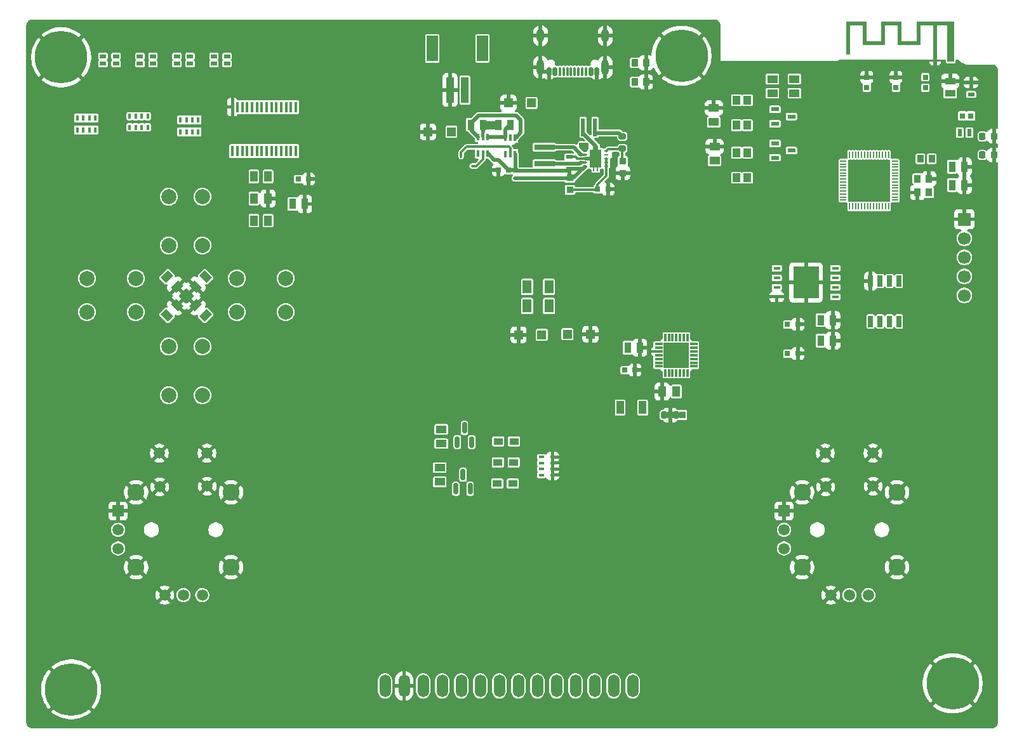
<source format=gtl>
G04 #@! TF.GenerationSoftware,KiCad,Pcbnew,9.0.2*
G04 #@! TF.CreationDate,2025-07-06T22:42:38-05:00*
G04 #@! TF.ProjectId,controller,636f6e74-726f-46c6-9c65-722e6b696361,rev?*
G04 #@! TF.SameCoordinates,Original*
G04 #@! TF.FileFunction,Copper,L1,Top*
G04 #@! TF.FilePolarity,Positive*
%FSLAX46Y46*%
G04 Gerber Fmt 4.6, Leading zero omitted, Abs format (unit mm)*
G04 Created by KiCad (PCBNEW 9.0.2) date 2025-07-06 22:42:38*
%MOMM*%
%LPD*%
G01*
G04 APERTURE LIST*
G04 Aperture macros list*
%AMRoundRect*
0 Rectangle with rounded corners*
0 $1 Rounding radius*
0 $2 $3 $4 $5 $6 $7 $8 $9 X,Y pos of 4 corners*
0 Add a 4 corners polygon primitive as box body*
4,1,4,$2,$3,$4,$5,$6,$7,$8,$9,$2,$3,0*
0 Add four circle primitives for the rounded corners*
1,1,$1+$1,$2,$3*
1,1,$1+$1,$4,$5*
1,1,$1+$1,$6,$7*
1,1,$1+$1,$8,$9*
0 Add four rect primitives between the rounded corners*
20,1,$1+$1,$2,$3,$4,$5,0*
20,1,$1+$1,$4,$5,$6,$7,0*
20,1,$1+$1,$6,$7,$8,$9,0*
20,1,$1+$1,$8,$9,$2,$3,0*%
%AMRotRect*
0 Rectangle, with rotation*
0 The origin of the aperture is its center*
0 $1 length*
0 $2 width*
0 $3 Rotation angle, in degrees counterclockwise*
0 Add horizontal line*
21,1,$1,$2,0,0,$3*%
G04 Aperture macros list end*
G04 #@! TA.AperFunction,EtchedComponent*
%ADD10C,0.000000*%
G04 #@! TD*
G04 #@! TA.AperFunction,ComponentPad*
%ADD11O,1.500000X3.000000*%
G04 #@! TD*
G04 #@! TA.AperFunction,SMDPad,CuDef*
%ADD12R,2.700000X0.800000*%
G04 #@! TD*
G04 #@! TA.AperFunction,SMDPad,CuDef*
%ADD13R,0.540000X0.940000*%
G04 #@! TD*
G04 #@! TA.AperFunction,SMDPad,CuDef*
%ADD14R,0.700000X0.700000*%
G04 #@! TD*
G04 #@! TA.AperFunction,SMDPad,CuDef*
%ADD15R,0.900000X0.950000*%
G04 #@! TD*
G04 #@! TA.AperFunction,SMDPad,CuDef*
%ADD16RoundRect,0.150000X0.150000X-0.587500X0.150000X0.587500X-0.150000X0.587500X-0.150000X-0.587500X0*%
G04 #@! TD*
G04 #@! TA.AperFunction,SMDPad,CuDef*
%ADD17R,1.400000X1.000000*%
G04 #@! TD*
G04 #@! TA.AperFunction,ComponentPad*
%ADD18C,2.000000*%
G04 #@! TD*
G04 #@! TA.AperFunction,SMDPad,CuDef*
%ADD19RotRect,1.000000X1.400000X315.000000*%
G04 #@! TD*
G04 #@! TA.AperFunction,SMDPad,CuDef*
%ADD20R,1.150000X1.220000*%
G04 #@! TD*
G04 #@! TA.AperFunction,SMDPad,CuDef*
%ADD21R,0.450000X0.800000*%
G04 #@! TD*
G04 #@! TA.AperFunction,SMDPad,CuDef*
%ADD22RoundRect,0.200000X-0.200000X-0.275000X0.200000X-0.275000X0.200000X0.275000X-0.200000X0.275000X0*%
G04 #@! TD*
G04 #@! TA.AperFunction,SMDPad,CuDef*
%ADD23R,1.000000X1.400000*%
G04 #@! TD*
G04 #@! TA.AperFunction,SMDPad,CuDef*
%ADD24R,0.950000X0.900000*%
G04 #@! TD*
G04 #@! TA.AperFunction,SMDPad,CuDef*
%ADD25RotRect,1.000000X1.400000X225.000000*%
G04 #@! TD*
G04 #@! TA.AperFunction,SMDPad,CuDef*
%ADD26R,0.850000X0.500000*%
G04 #@! TD*
G04 #@! TA.AperFunction,SMDPad,CuDef*
%ADD27R,0.700000X0.425000*%
G04 #@! TD*
G04 #@! TA.AperFunction,SMDPad,CuDef*
%ADD28R,0.800000X0.800000*%
G04 #@! TD*
G04 #@! TA.AperFunction,SMDPad,CuDef*
%ADD29R,1.200000X0.950000*%
G04 #@! TD*
G04 #@! TA.AperFunction,SMDPad,CuDef*
%ADD30R,1.000000X1.750000*%
G04 #@! TD*
G04 #@! TA.AperFunction,SMDPad,CuDef*
%ADD31R,0.960000X1.390000*%
G04 #@! TD*
G04 #@! TA.AperFunction,SMDPad,CuDef*
%ADD32R,1.100000X0.600000*%
G04 #@! TD*
G04 #@! TA.AperFunction,SMDPad,CuDef*
%ADD33R,1.150000X1.800000*%
G04 #@! TD*
G04 #@! TA.AperFunction,SMDPad,CuDef*
%ADD34RoundRect,0.225000X-0.225000X-0.250000X0.225000X-0.250000X0.225000X0.250000X-0.225000X0.250000X0*%
G04 #@! TD*
G04 #@! TA.AperFunction,ComponentPad*
%ADD35C,7.000000*%
G04 #@! TD*
G04 #@! TA.AperFunction,SMDPad,CuDef*
%ADD36RoundRect,0.150000X0.150000X0.425000X-0.150000X0.425000X-0.150000X-0.425000X0.150000X-0.425000X0*%
G04 #@! TD*
G04 #@! TA.AperFunction,SMDPad,CuDef*
%ADD37RoundRect,0.075000X0.075000X0.500000X-0.075000X0.500000X-0.075000X-0.500000X0.075000X-0.500000X0*%
G04 #@! TD*
G04 #@! TA.AperFunction,HeatsinkPad*
%ADD38O,1.000000X2.100000*%
G04 #@! TD*
G04 #@! TA.AperFunction,HeatsinkPad*
%ADD39O,1.000000X1.800000*%
G04 #@! TD*
G04 #@! TA.AperFunction,SMDPad,CuDef*
%ADD40R,0.950000X0.450000*%
G04 #@! TD*
G04 #@! TA.AperFunction,SMDPad,CuDef*
%ADD41R,3.450000X4.350000*%
G04 #@! TD*
G04 #@! TA.AperFunction,SMDPad,CuDef*
%ADD42R,0.940000X0.540000*%
G04 #@! TD*
G04 #@! TA.AperFunction,ComponentPad*
%ADD43C,2.250000*%
G04 #@! TD*
G04 #@! TA.AperFunction,ComponentPad*
%ADD44C,1.500000*%
G04 #@! TD*
G04 #@! TA.AperFunction,ComponentPad*
%ADD45R,1.500000X1.500000*%
G04 #@! TD*
G04 #@! TA.AperFunction,SMDPad,CuDef*
%ADD46R,0.850000X1.000000*%
G04 #@! TD*
G04 #@! TA.AperFunction,SMDPad,CuDef*
%ADD47RoundRect,0.050000X-0.050000X0.387500X-0.050000X-0.387500X0.050000X-0.387500X0.050000X0.387500X0*%
G04 #@! TD*
G04 #@! TA.AperFunction,SMDPad,CuDef*
%ADD48RoundRect,0.050000X-0.387500X0.050000X-0.387500X-0.050000X0.387500X-0.050000X0.387500X0.050000X0*%
G04 #@! TD*
G04 #@! TA.AperFunction,HeatsinkPad*
%ADD49R,5.600000X5.600000*%
G04 #@! TD*
G04 #@! TA.AperFunction,SMDPad,CuDef*
%ADD50R,0.625000X1.000000*%
G04 #@! TD*
G04 #@! TA.AperFunction,SMDPad,CuDef*
%ADD51R,0.650000X1.500000*%
G04 #@! TD*
G04 #@! TA.AperFunction,SMDPad,CuDef*
%ADD52R,0.450000X0.950000*%
G04 #@! TD*
G04 #@! TA.AperFunction,SMDPad,CuDef*
%ADD53R,1.390000X0.960000*%
G04 #@! TD*
G04 #@! TA.AperFunction,SMDPad,CuDef*
%ADD54R,1.000000X3.500000*%
G04 #@! TD*
G04 #@! TA.AperFunction,SMDPad,CuDef*
%ADD55R,1.500000X3.400000*%
G04 #@! TD*
G04 #@! TA.AperFunction,SMDPad,CuDef*
%ADD56R,0.914400X1.447800*%
G04 #@! TD*
G04 #@! TA.AperFunction,ComponentPad*
%ADD57R,1.700000X1.700000*%
G04 #@! TD*
G04 #@! TA.AperFunction,ComponentPad*
%ADD58C,1.700000*%
G04 #@! TD*
G04 #@! TA.AperFunction,SMDPad,CuDef*
%ADD59R,1.000000X0.300000*%
G04 #@! TD*
G04 #@! TA.AperFunction,SMDPad,CuDef*
%ADD60R,0.300000X1.000000*%
G04 #@! TD*
G04 #@! TA.AperFunction,SMDPad,CuDef*
%ADD61R,3.350000X3.350000*%
G04 #@! TD*
G04 #@! TA.AperFunction,SMDPad,CuDef*
%ADD62R,1.050000X1.150000*%
G04 #@! TD*
G04 #@! TA.AperFunction,SMDPad,CuDef*
%ADD63R,0.450000X1.475000*%
G04 #@! TD*
G04 #@! TA.AperFunction,ConnectorPad*
%ADD64R,0.500000X0.500000*%
G04 #@! TD*
G04 #@! TA.AperFunction,ComponentPad*
%ADD65R,0.900000X0.500000*%
G04 #@! TD*
G04 #@! TA.AperFunction,SMDPad,CuDef*
%ADD66RoundRect,0.200000X-0.275000X0.200000X-0.275000X-0.200000X0.275000X-0.200000X0.275000X0.200000X0*%
G04 #@! TD*
G04 #@! TA.AperFunction,SMDPad,CuDef*
%ADD67R,0.950000X1.000000*%
G04 #@! TD*
G04 #@! TA.AperFunction,SMDPad,CuDef*
%ADD68R,0.425000X0.700000*%
G04 #@! TD*
G04 #@! TA.AperFunction,SMDPad,CuDef*
%ADD69R,0.600000X0.240000*%
G04 #@! TD*
G04 #@! TA.AperFunction,SMDPad,CuDef*
%ADD70R,1.650000X2.400000*%
G04 #@! TD*
G04 #@! TA.AperFunction,SMDPad,CuDef*
%ADD71R,0.250000X0.500000*%
G04 #@! TD*
G04 #@! TA.AperFunction,SMDPad,CuDef*
%ADD72RotRect,1.000000X1.400000X135.000000*%
G04 #@! TD*
G04 #@! TA.AperFunction,SMDPad,CuDef*
%ADD73RotRect,1.000000X1.400000X45.000000*%
G04 #@! TD*
G04 #@! TA.AperFunction,ViaPad*
%ADD74C,0.600000*%
G04 #@! TD*
G04 #@! TA.AperFunction,Conductor*
%ADD75C,0.500000*%
G04 #@! TD*
G04 #@! TA.AperFunction,Conductor*
%ADD76C,0.300000*%
G04 #@! TD*
G04 APERTURE END LIST*
D10*
G04 #@! TA.AperFunction,EtchedComponent*
G36*
X196250000Y-47550000D02*
G01*
X195350000Y-47550000D01*
X195350000Y-47291842D01*
X195651778Y-47291842D01*
X195658309Y-47341368D01*
X195678868Y-47386553D01*
X195712511Y-47421787D01*
X195731122Y-47432400D01*
X195776637Y-47445300D01*
X195825156Y-47446043D01*
X195867819Y-47433935D01*
X195875731Y-47429581D01*
X195913674Y-47396797D01*
X195937742Y-47354395D01*
X195947583Y-47306785D01*
X195942847Y-47258378D01*
X195923185Y-47213584D01*
X195888245Y-47176814D01*
X195855353Y-47159908D01*
X195807267Y-47152018D01*
X195757682Y-47158592D01*
X195712372Y-47178687D01*
X195677112Y-47211357D01*
X195660218Y-47243583D01*
X195651778Y-47291842D01*
X195350000Y-47291842D01*
X195350000Y-42650000D01*
X193950000Y-42650000D01*
X193950000Y-47550000D01*
X193450000Y-47550000D01*
X193450000Y-42650000D01*
X191750000Y-42650000D01*
X191750000Y-45290000D01*
X188750000Y-45290000D01*
X188750000Y-42650000D01*
X187050000Y-42650000D01*
X187050000Y-45290000D01*
X184050000Y-45290000D01*
X184050000Y-42650000D01*
X182350000Y-42650000D01*
X182350000Y-46590000D01*
X181850000Y-46590000D01*
X181850000Y-42150000D01*
X184550000Y-42150000D01*
X184550000Y-44790000D01*
X186550000Y-44790000D01*
X186550000Y-42150000D01*
X189250000Y-42150000D01*
X189250000Y-44790000D01*
X191250000Y-44790000D01*
X191250000Y-42150000D01*
X196250000Y-42150000D01*
X196250000Y-47306785D01*
X196250000Y-47550000D01*
G37*
G04 #@! TD.AperFunction*
D11*
X120350000Y-130850000D03*
X122890000Y-130850000D03*
X125430000Y-130850000D03*
X127970000Y-130850000D03*
X130510000Y-130850000D03*
X133050000Y-130850000D03*
X135590000Y-130850000D03*
X138130000Y-130850000D03*
X140670000Y-130850000D03*
X143210000Y-130850000D03*
X145750000Y-130850000D03*
X148290000Y-130850000D03*
X150830000Y-130850000D03*
X153370000Y-130850000D03*
D12*
X141600000Y-58950000D03*
X141600000Y-61150000D03*
D13*
X148350000Y-57050000D03*
X146750000Y-57050000D03*
X148350000Y-55550000D03*
X146750000Y-55550000D03*
D14*
X184600000Y-51000000D03*
X184600000Y-49600000D03*
D15*
X158375000Y-94700000D03*
X159975000Y-94700000D03*
D14*
X136850000Y-62000000D03*
X135450000Y-62000000D03*
D16*
X129800000Y-104537500D03*
X131700000Y-104537500D03*
X130750000Y-102662500D03*
D17*
X174950000Y-51750000D03*
X174950000Y-49850000D03*
D16*
X129987500Y-98287500D03*
X131887500Y-98287500D03*
X130937500Y-96412500D03*
D17*
X127850000Y-96600000D03*
X127850000Y-98500000D03*
D18*
X100600000Y-76450000D03*
X107100000Y-76450000D03*
X100600000Y-80950000D03*
X107100000Y-80950000D03*
D19*
X91269061Y-76209873D03*
X92612563Y-77553375D03*
D20*
X144650000Y-83900000D03*
X147750000Y-83900000D03*
D21*
X95450000Y-55300000D03*
X94650000Y-55300000D03*
X93850000Y-55300000D03*
X93050000Y-55300000D03*
X93050000Y-56900000D03*
X93850000Y-56900000D03*
X94650000Y-56900000D03*
X95450000Y-56900000D03*
D22*
X157550000Y-94700000D03*
X159200000Y-94700000D03*
D23*
X157300000Y-91550000D03*
X159200000Y-91550000D03*
D14*
X148700000Y-64550000D03*
X150100000Y-64550000D03*
D20*
X141250000Y-84000000D03*
X138150000Y-84000000D03*
D24*
X152057692Y-60809632D03*
X152057692Y-62409632D03*
D25*
X96430939Y-76209873D03*
X95087437Y-77553375D03*
D26*
X94341667Y-46800000D03*
X92591667Y-46800000D03*
X94341667Y-47800000D03*
X92591667Y-47800000D03*
D18*
X91500000Y-92050000D03*
X91500000Y-85550000D03*
X96000000Y-92050000D03*
X96000000Y-85550000D03*
D27*
X142700000Y-102700000D03*
X142700000Y-101900000D03*
X142700000Y-101100000D03*
X142700000Y-100300000D03*
X141200000Y-100300000D03*
X141200000Y-101100000D03*
X141200000Y-101900000D03*
X141200000Y-102700000D03*
D28*
X197362500Y-54761500D03*
X198462500Y-54761500D03*
D29*
X137400000Y-103850000D03*
X135300000Y-103850000D03*
D30*
X151700000Y-93700000D03*
X154700000Y-93700000D03*
D31*
X178455000Y-84775000D03*
X180075000Y-84775000D03*
D18*
X91500000Y-72050000D03*
X91500000Y-65550000D03*
X96000000Y-72050000D03*
X96000000Y-65550000D03*
D32*
X172350000Y-53900000D03*
X172350000Y-55800000D03*
X174550000Y-54850000D03*
D33*
X139300000Y-80150000D03*
X142200000Y-80150000D03*
D20*
X129200000Y-56900000D03*
X126100000Y-56900000D03*
D34*
X200000000Y-57490000D03*
X201550000Y-57490000D03*
D17*
X127650000Y-103600000D03*
X127650000Y-101700000D03*
D26*
X89408333Y-46800000D03*
X87658333Y-46800000D03*
X89408333Y-47800000D03*
X87658333Y-47800000D03*
D29*
X137550000Y-98200000D03*
X135450000Y-98200000D03*
D35*
X159900000Y-46750000D03*
D31*
X108005000Y-66525000D03*
X109625000Y-66525000D03*
D34*
X200000000Y-60000000D03*
X201550000Y-60000000D03*
D14*
X174000000Y-82600000D03*
X175400000Y-82600000D03*
D31*
X131790000Y-55950000D03*
X133410000Y-55950000D03*
D36*
X148600000Y-48840000D03*
X147800000Y-48840000D03*
D37*
X146650000Y-48840000D03*
X145650000Y-48840000D03*
X145150000Y-48840000D03*
X144150000Y-48840000D03*
D36*
X143000000Y-48840000D03*
X142200000Y-48840000D03*
X142200000Y-48840000D03*
X143000000Y-48840000D03*
D37*
X143650000Y-48840000D03*
X144650000Y-48840000D03*
X146150000Y-48840000D03*
X147150000Y-48840000D03*
D36*
X147800000Y-48840000D03*
X148600000Y-48840000D03*
D38*
X149720000Y-48265000D03*
D39*
X149720000Y-44085000D03*
D38*
X141080000Y-48265000D03*
D39*
X141080000Y-44085000D03*
D40*
X172600000Y-75095000D03*
X172600000Y-76365000D03*
X172600000Y-77635000D03*
X172600000Y-78905000D03*
X180400000Y-78905000D03*
X180400000Y-77635000D03*
X180400000Y-76365000D03*
X180400000Y-75095000D03*
D41*
X176500000Y-77000000D03*
D42*
X198505000Y-51915000D03*
X198505000Y-50315000D03*
D43*
X175975000Y-115000000D03*
X188625000Y-115000000D03*
X188625000Y-105000000D03*
X175975000Y-105000000D03*
D44*
X185445000Y-104200000D03*
X185420000Y-99775000D03*
X179115000Y-104275000D03*
X179070000Y-99775000D03*
D45*
X173570000Y-107500000D03*
D44*
X173570000Y-110000000D03*
X173570000Y-112500000D03*
X179800000Y-118730000D03*
X182300000Y-118730000D03*
X184800000Y-118730000D03*
D31*
X178455000Y-82025000D03*
X180075000Y-82025000D03*
D46*
X193250000Y-60500000D03*
X191750000Y-60500000D03*
D26*
X84475000Y-46800000D03*
X82725000Y-46800000D03*
X84475000Y-47800000D03*
X82725000Y-47800000D03*
D47*
X187500000Y-59962500D03*
X187100000Y-59962500D03*
X186700000Y-59962500D03*
X186300000Y-59962500D03*
X185900000Y-59962500D03*
X185500000Y-59962500D03*
X185100000Y-59962500D03*
X184700000Y-59962500D03*
X184300000Y-59962500D03*
X183900000Y-59962500D03*
X183500000Y-59962500D03*
X183100000Y-59962500D03*
X182700000Y-59962500D03*
X182300000Y-59962500D03*
D48*
X181462500Y-60800000D03*
X181462500Y-61200000D03*
X181462500Y-61600000D03*
X181462500Y-62000000D03*
X181462500Y-62400000D03*
X181462500Y-62800000D03*
X181462500Y-63200000D03*
X181462500Y-63600000D03*
X181462500Y-64000000D03*
X181462500Y-64400000D03*
X181462500Y-64800000D03*
X181462500Y-65200000D03*
X181462500Y-65600000D03*
X181462500Y-66000000D03*
D47*
X182300000Y-66837500D03*
X182700000Y-66837500D03*
X183100000Y-66837500D03*
X183500000Y-66837500D03*
X183900000Y-66837500D03*
X184300000Y-66837500D03*
X184700000Y-66837500D03*
X185100000Y-66837500D03*
X185500000Y-66837500D03*
X185900000Y-66837500D03*
X186300000Y-66837500D03*
X186700000Y-66837500D03*
X187100000Y-66837500D03*
X187500000Y-66837500D03*
D48*
X188337500Y-66000000D03*
X188337500Y-65600000D03*
X188337500Y-65200000D03*
X188337500Y-64800000D03*
X188337500Y-64400000D03*
X188337500Y-64000000D03*
X188337500Y-63600000D03*
X188337500Y-63200000D03*
X188337500Y-62800000D03*
X188337500Y-62400000D03*
X188337500Y-62000000D03*
X188337500Y-61600000D03*
X188337500Y-61200000D03*
X188337500Y-60800000D03*
D49*
X184900000Y-63400000D03*
D23*
X104750000Y-65800000D03*
X102850000Y-65800000D03*
X102850000Y-62850000D03*
X104750000Y-62850000D03*
D50*
X198275000Y-57000000D03*
X197000000Y-57000000D03*
D43*
X87155000Y-115000000D03*
X99805000Y-115000000D03*
X99805000Y-105000000D03*
X87155000Y-105000000D03*
D44*
X96625000Y-104200000D03*
X96600000Y-99775000D03*
X90295000Y-104275000D03*
X90250000Y-99775000D03*
D45*
X84750000Y-107500000D03*
D44*
X84750000Y-110000000D03*
X84750000Y-112500000D03*
X90980000Y-118730000D03*
X93480000Y-118730000D03*
X95980000Y-118730000D03*
D46*
X153650000Y-47700000D03*
X155150000Y-47700000D03*
D17*
X164200000Y-55600000D03*
X164200000Y-53700000D03*
D35*
X78500000Y-131300000D03*
D14*
X174000000Y-86500000D03*
X175400000Y-86500000D03*
D51*
X188905000Y-76800000D03*
X187635000Y-76800000D03*
X186365000Y-76800000D03*
X185095000Y-76800000D03*
X185095000Y-82200000D03*
X186365000Y-82200000D03*
X187635000Y-82200000D03*
X188905000Y-82200000D03*
D52*
X137700000Y-57650000D03*
X137050000Y-57650000D03*
X136400000Y-57650000D03*
X136400000Y-59850000D03*
X137050000Y-59850000D03*
X137700000Y-59850000D03*
D29*
X137500000Y-101000000D03*
X135400000Y-101000000D03*
D53*
X195725000Y-51745000D03*
X195725000Y-50125000D03*
D54*
X131000000Y-51321000D03*
X129000000Y-51321000D03*
D55*
X133350000Y-45771000D03*
X126650000Y-45771000D03*
D21*
X81700000Y-55050000D03*
X80900000Y-55050000D03*
X80100000Y-55050000D03*
X79300000Y-55050000D03*
X79300000Y-56650000D03*
X80100000Y-56650000D03*
X80900000Y-56650000D03*
X81700000Y-56650000D03*
D56*
X196000000Y-61552200D03*
X197625600Y-61552200D03*
D14*
X192400000Y-51000000D03*
X192400000Y-49600000D03*
D57*
X197600000Y-68560000D03*
D58*
X197600000Y-71100000D03*
X197600000Y-73640000D03*
X197600000Y-76180000D03*
X197600000Y-78720000D03*
D59*
X156850000Y-85200000D03*
X156850000Y-85700000D03*
X156850000Y-86200000D03*
X156850000Y-86700000D03*
X156850000Y-87200000D03*
X156850000Y-87700000D03*
X156850000Y-88200000D03*
D60*
X157700000Y-89050000D03*
X158200000Y-89050000D03*
X158700000Y-89050000D03*
X159200000Y-89050000D03*
X159700000Y-89050000D03*
X160200000Y-89050000D03*
X160700000Y-89050000D03*
D59*
X161550000Y-88200000D03*
X161550000Y-87700000D03*
X161550000Y-87200000D03*
X161550000Y-86700000D03*
X161550000Y-86200000D03*
X161550000Y-85700000D03*
X161550000Y-85200000D03*
D60*
X160700000Y-84350000D03*
X160200000Y-84350000D03*
X159700000Y-84350000D03*
X159200000Y-84350000D03*
X158700000Y-84350000D03*
X158200000Y-84350000D03*
X157700000Y-84350000D03*
D61*
X159200000Y-86700000D03*
D31*
X152700000Y-85700000D03*
X154320000Y-85700000D03*
D62*
X167225000Y-63025000D03*
X168675000Y-63025000D03*
X167225000Y-59675000D03*
X168675000Y-59675000D03*
D63*
X108450000Y-53600000D03*
X107800000Y-53600000D03*
X107150000Y-53600000D03*
X106500000Y-53600000D03*
X105850000Y-53600000D03*
X105200000Y-53600000D03*
X104550000Y-53600000D03*
X103900000Y-53600000D03*
X103250000Y-53600000D03*
X102600000Y-53600000D03*
X101950000Y-53600000D03*
X101300000Y-53600000D03*
X100650000Y-53600000D03*
X100000000Y-53600000D03*
X100000000Y-59476000D03*
X100650000Y-59476000D03*
X101300000Y-59476000D03*
X101950000Y-59476000D03*
X102600000Y-59476000D03*
X103250000Y-59476000D03*
X103900000Y-59476000D03*
X104550000Y-59476000D03*
X105200000Y-59476000D03*
X105850000Y-59476000D03*
X106500000Y-59476000D03*
X107150000Y-59476000D03*
X107800000Y-59476000D03*
X108450000Y-59476000D03*
D14*
X188500000Y-51000000D03*
X188500000Y-49600000D03*
D24*
X145000000Y-63050000D03*
X145000000Y-64650000D03*
D17*
X164300000Y-60750000D03*
X164300000Y-58850000D03*
D23*
X102850000Y-68750000D03*
X104750000Y-68750000D03*
D17*
X172000000Y-51750000D03*
X172000000Y-49850000D03*
D42*
X144950000Y-61850000D03*
X144950000Y-60250000D03*
D20*
X139900000Y-53050000D03*
X136800000Y-53050000D03*
D62*
X167225000Y-56025000D03*
X168675000Y-56025000D03*
X167225000Y-52675000D03*
X168675000Y-52675000D03*
D64*
X193700000Y-47300000D03*
D65*
X195800000Y-47300000D03*
D14*
X108750000Y-63200000D03*
X110150000Y-63200000D03*
D26*
X99275000Y-46800000D03*
X97525000Y-46800000D03*
X99275000Y-47800000D03*
X97525000Y-47800000D03*
D66*
X152002692Y-57484632D03*
X152002692Y-59134632D03*
D35*
X77150000Y-46950000D03*
D67*
X192900000Y-65000000D03*
X192900000Y-63150000D03*
X191350000Y-63150000D03*
X191350000Y-65000000D03*
D46*
X153650000Y-50250000D03*
X155150000Y-50250000D03*
D32*
X172350000Y-58450000D03*
X172350000Y-60350000D03*
X174550000Y-59400000D03*
D68*
X88700000Y-54800000D03*
X87900000Y-54800000D03*
X87100000Y-54800000D03*
X86300000Y-54800000D03*
X86300000Y-56300000D03*
X87100000Y-56300000D03*
X87900000Y-56300000D03*
X88700000Y-56300000D03*
D14*
X152300000Y-88700000D03*
X153700000Y-88700000D03*
D33*
X139300000Y-77600000D03*
X142200000Y-77600000D03*
D52*
X134050000Y-57600000D03*
X133400000Y-57600000D03*
X132750000Y-57600000D03*
X132750000Y-59800000D03*
X133400000Y-59800000D03*
X134050000Y-59800000D03*
D35*
X196050000Y-130500000D03*
D69*
X147050000Y-59450000D03*
X147050000Y-59950000D03*
X147050000Y-60450000D03*
X147050000Y-60950000D03*
X147050000Y-61450000D03*
X149850000Y-61450000D03*
X149850000Y-60950000D03*
X149850000Y-60450000D03*
X149850000Y-59950000D03*
X149850000Y-59450000D03*
D70*
X148450000Y-60450000D03*
D71*
X148200000Y-61900000D03*
X148700000Y-61900000D03*
X148200000Y-59000000D03*
X148700000Y-59000000D03*
D72*
X96430939Y-81371751D03*
X95087437Y-80028249D03*
D56*
X196000000Y-64000000D03*
X197625600Y-64000000D03*
D18*
X80600000Y-76450000D03*
X87100000Y-76450000D03*
X80600000Y-80950000D03*
X87100000Y-80950000D03*
D73*
X91269061Y-81371751D03*
X92612563Y-80028249D03*
D31*
X137060000Y-56000000D03*
X135440000Y-56000000D03*
D74*
X134400000Y-55700000D03*
X134400000Y-56350000D03*
X147200000Y-58600000D03*
X146500000Y-58600000D03*
D75*
X151568060Y-57050000D02*
X152002692Y-57484632D01*
X148350000Y-57050000D02*
X151568060Y-57050000D01*
X148350000Y-55550000D02*
X148350000Y-57050000D01*
X146750000Y-55550000D02*
X146750000Y-57050000D01*
X144700000Y-62100000D02*
X144950000Y-61850000D01*
X137476000Y-62100000D02*
X144700000Y-62100000D01*
X137726000Y-61000000D02*
X137726000Y-59850000D01*
X146650000Y-61850000D02*
X146949000Y-61551000D01*
X144950000Y-61850000D02*
X146650000Y-61850000D01*
X145450000Y-63050000D02*
X146949000Y-61551000D01*
X146949000Y-61551000D02*
X147050000Y-61551000D01*
X145000000Y-63050000D02*
X145450000Y-63050000D01*
D76*
X150075000Y-59225000D02*
X149850000Y-59450000D01*
X151912324Y-59225000D02*
X150075000Y-59225000D01*
X152002692Y-59134632D02*
X151912324Y-59225000D01*
D75*
X147050000Y-60450000D02*
X148450000Y-60450000D01*
D76*
X149850000Y-60450000D02*
X149850000Y-61450000D01*
X152002692Y-59134632D02*
X152002692Y-60754632D01*
X152002692Y-60754632D02*
X152057692Y-60809632D01*
X130500000Y-59600000D02*
X130500000Y-60200000D01*
X131200000Y-58900000D02*
X130500000Y-59600000D01*
X137050000Y-59075000D02*
X136875000Y-58900000D01*
X136875000Y-58900000D02*
X131200000Y-58900000D01*
X137050000Y-59850000D02*
X137050000Y-59075000D01*
X133400000Y-55960000D02*
X133410000Y-55950000D01*
X133400000Y-57600000D02*
X133400000Y-55960000D01*
D75*
X133510000Y-56050000D02*
X133410000Y-55950000D01*
X134400000Y-56050000D02*
X133510000Y-56050000D01*
X133660000Y-55700000D02*
X133410000Y-55950000D01*
X134400000Y-55700000D02*
X133660000Y-55700000D01*
X133810000Y-56350000D02*
X133410000Y-55950000D01*
X134400000Y-56350000D02*
X133810000Y-56350000D01*
X137800000Y-57650000D02*
X137726000Y-57650000D01*
X138450000Y-55313000D02*
X138450000Y-57000000D01*
X137837000Y-54700000D02*
X138450000Y-55313000D01*
X138450000Y-57000000D02*
X137800000Y-57650000D01*
X132800000Y-54700000D02*
X137837000Y-54700000D01*
X131790000Y-55710000D02*
X132800000Y-54700000D01*
X131790000Y-55950000D02*
X131790000Y-55710000D01*
X131790000Y-56666000D02*
X132724000Y-57600000D01*
X131790000Y-55950000D02*
X131790000Y-56666000D01*
X135090000Y-56350000D02*
X135440000Y-56000000D01*
X134400000Y-56350000D02*
X135090000Y-56350000D01*
X135140000Y-55700000D02*
X135440000Y-56000000D01*
X134400000Y-55700000D02*
X135140000Y-55700000D01*
X135390000Y-56050000D02*
X135440000Y-56000000D01*
X134400000Y-56050000D02*
X135390000Y-56050000D01*
X134400000Y-56050000D02*
X134400000Y-56350000D01*
X134400000Y-55700000D02*
X134400000Y-56050000D01*
X136960000Y-56000000D02*
X136374000Y-56586000D01*
X136374000Y-56586000D02*
X136374000Y-57650000D01*
X137060000Y-56000000D02*
X136960000Y-56000000D01*
D76*
X132502000Y-61450000D02*
X131950000Y-61450000D01*
X133400000Y-60552000D02*
X132502000Y-61450000D01*
X133400000Y-59800000D02*
X133400000Y-60552000D01*
X136350000Y-57600000D02*
X136400000Y-57650000D01*
D75*
X134050000Y-57600000D02*
X136350000Y-57600000D01*
X137726000Y-61826000D02*
X137726000Y-61000000D01*
X137900000Y-62000000D02*
X137726000Y-61826000D01*
X137650000Y-63100000D02*
X144950000Y-63100000D01*
X134076000Y-59826000D02*
X134076000Y-59800000D01*
X134900000Y-60650000D02*
X134076000Y-59826000D01*
X135500000Y-60650000D02*
X134900000Y-60650000D01*
X136850000Y-62000000D02*
X135500000Y-60650000D01*
X144950000Y-63100000D02*
X145000000Y-63050000D01*
X136850000Y-62000000D02*
X137900000Y-62000000D01*
X144950000Y-63000000D02*
X145000000Y-63050000D01*
X144950000Y-61850000D02*
X144950000Y-63000000D01*
D76*
X149850000Y-62800000D02*
X149850000Y-61450000D01*
X148700000Y-63950000D02*
X149850000Y-62800000D01*
X148700000Y-64550000D02*
X148700000Y-63950000D01*
X148600000Y-64650000D02*
X148700000Y-64550000D01*
X145000000Y-64650000D02*
X148600000Y-64650000D01*
X144950000Y-60250000D02*
X145750000Y-60250000D01*
X145950000Y-60450000D02*
X147050000Y-60450000D01*
X145750000Y-60250000D02*
X145950000Y-60450000D01*
X147050000Y-60950000D02*
X146500000Y-60950000D01*
D75*
X146500000Y-60950000D02*
X146300000Y-61150000D01*
X146500000Y-59950000D02*
X145500000Y-58950000D01*
D76*
X147050000Y-59950000D02*
X146500000Y-59950000D01*
D75*
X141600000Y-61150000D02*
X142700000Y-61150000D01*
X146300000Y-61150000D02*
X141600000Y-61150000D01*
X145500000Y-58950000D02*
X141600000Y-58950000D01*
X148450000Y-58750000D02*
X148450000Y-60450000D01*
X146750000Y-57050000D02*
X148450000Y-58750000D01*
X147200000Y-58600000D02*
X146500000Y-58600000D01*
X146702000Y-58600000D02*
X146500000Y-58600000D01*
X147200000Y-59098000D02*
X146702000Y-58600000D01*
X147200000Y-59098000D02*
X146949000Y-59349000D01*
X147200000Y-58600000D02*
X147200000Y-59098000D01*
X146949000Y-59349000D02*
X147050000Y-59349000D01*
X146500000Y-58900000D02*
X146949000Y-59349000D01*
X146500000Y-58600000D02*
X146500000Y-58900000D01*
G04 #@! TA.AperFunction,Conductor*
G36*
X187347461Y-60583977D02*
G01*
X187352256Y-60585963D01*
X187352260Y-60585966D01*
X187352264Y-60585966D01*
X187352267Y-60585968D01*
X187425321Y-60600499D01*
X187425324Y-60600500D01*
X187575500Y-60600500D01*
X187642539Y-60620185D01*
X187688294Y-60672989D01*
X187699500Y-60724500D01*
X187699500Y-60725326D01*
X187699500Y-60874674D01*
X187699500Y-60874676D01*
X187699499Y-60874676D01*
X187714033Y-60947740D01*
X187716025Y-60952548D01*
X187723494Y-61022017D01*
X187716025Y-61047452D01*
X187714033Y-61052259D01*
X187699500Y-61125323D01*
X187699500Y-61125326D01*
X187699500Y-61274674D01*
X187699500Y-61274676D01*
X187699499Y-61274676D01*
X187714033Y-61347740D01*
X187716025Y-61352548D01*
X187723494Y-61422017D01*
X187716025Y-61447452D01*
X187714033Y-61452259D01*
X187699500Y-61525323D01*
X187699500Y-61525326D01*
X187699500Y-61674674D01*
X187699500Y-61674676D01*
X187699499Y-61674676D01*
X187714033Y-61747740D01*
X187716025Y-61752548D01*
X187723494Y-61822017D01*
X187716025Y-61847452D01*
X187714033Y-61852259D01*
X187699500Y-61925323D01*
X187699500Y-61925326D01*
X187699500Y-62074674D01*
X187699500Y-62074676D01*
X187699499Y-62074676D01*
X187714033Y-62147740D01*
X187716025Y-62152548D01*
X187723494Y-62222017D01*
X187716025Y-62247452D01*
X187714033Y-62252259D01*
X187699500Y-62325323D01*
X187699500Y-62325326D01*
X187699500Y-62474674D01*
X187699500Y-62474676D01*
X187699499Y-62474676D01*
X187714033Y-62547740D01*
X187716025Y-62552548D01*
X187723494Y-62622017D01*
X187716025Y-62647452D01*
X187714033Y-62652259D01*
X187699500Y-62725323D01*
X187699500Y-62725326D01*
X187699500Y-62874674D01*
X187699500Y-62874676D01*
X187699499Y-62874676D01*
X187714033Y-62947740D01*
X187716025Y-62952548D01*
X187723494Y-63022017D01*
X187716025Y-63047452D01*
X187714033Y-63052259D01*
X187699500Y-63125323D01*
X187699500Y-63125326D01*
X187699500Y-63274674D01*
X187699500Y-63274676D01*
X187699499Y-63274676D01*
X187714033Y-63347740D01*
X187716025Y-63352548D01*
X187723494Y-63422017D01*
X187716025Y-63447452D01*
X187714033Y-63452259D01*
X187699500Y-63525323D01*
X187699500Y-63525326D01*
X187699500Y-63674674D01*
X187699500Y-63674676D01*
X187699499Y-63674676D01*
X187714033Y-63747740D01*
X187716025Y-63752548D01*
X187723494Y-63822017D01*
X187716025Y-63847452D01*
X187714033Y-63852259D01*
X187699500Y-63925323D01*
X187699500Y-63925326D01*
X187699500Y-64074674D01*
X187699500Y-64074676D01*
X187699499Y-64074676D01*
X187714033Y-64147740D01*
X187716025Y-64152548D01*
X187723494Y-64222017D01*
X187716025Y-64247452D01*
X187714033Y-64252259D01*
X187699500Y-64325323D01*
X187699500Y-64325326D01*
X187699500Y-64474674D01*
X187699500Y-64474676D01*
X187699499Y-64474676D01*
X187714033Y-64547740D01*
X187716025Y-64552548D01*
X187723494Y-64622017D01*
X187716025Y-64647452D01*
X187714033Y-64652259D01*
X187699500Y-64725323D01*
X187699500Y-64725326D01*
X187699500Y-64874674D01*
X187699500Y-64874676D01*
X187699499Y-64874676D01*
X187714033Y-64947740D01*
X187716025Y-64952548D01*
X187723494Y-65022017D01*
X187716025Y-65047452D01*
X187714033Y-65052259D01*
X187699500Y-65125323D01*
X187699500Y-65125326D01*
X187699500Y-65274674D01*
X187699500Y-65274676D01*
X187699499Y-65274676D01*
X187714033Y-65347740D01*
X187716025Y-65352548D01*
X187723494Y-65422017D01*
X187716025Y-65447452D01*
X187714033Y-65452259D01*
X187699500Y-65525323D01*
X187699500Y-65525326D01*
X187699500Y-65674674D01*
X187699500Y-65674676D01*
X187699499Y-65674676D01*
X187714033Y-65747740D01*
X187716025Y-65752548D01*
X187723494Y-65822017D01*
X187716025Y-65847452D01*
X187714033Y-65852259D01*
X187699500Y-65925323D01*
X187699500Y-66075500D01*
X187679815Y-66142539D01*
X187627011Y-66188294D01*
X187575500Y-66199500D01*
X187425324Y-66199500D01*
X187352259Y-66214033D01*
X187347452Y-66216025D01*
X187277983Y-66223494D01*
X187252548Y-66216025D01*
X187247740Y-66214033D01*
X187174676Y-66199500D01*
X187174674Y-66199500D01*
X187025326Y-66199500D01*
X187025324Y-66199500D01*
X186952259Y-66214033D01*
X186947452Y-66216025D01*
X186877983Y-66223494D01*
X186852548Y-66216025D01*
X186847740Y-66214033D01*
X186774676Y-66199500D01*
X186774674Y-66199500D01*
X186625326Y-66199500D01*
X186625324Y-66199500D01*
X186552259Y-66214033D01*
X186547452Y-66216025D01*
X186477983Y-66223494D01*
X186452548Y-66216025D01*
X186447740Y-66214033D01*
X186374676Y-66199500D01*
X186374674Y-66199500D01*
X186225326Y-66199500D01*
X186225324Y-66199500D01*
X186152259Y-66214033D01*
X186147452Y-66216025D01*
X186077983Y-66223494D01*
X186052548Y-66216025D01*
X186047740Y-66214033D01*
X185974676Y-66199500D01*
X185974674Y-66199500D01*
X185825326Y-66199500D01*
X185825324Y-66199500D01*
X185752259Y-66214033D01*
X185747452Y-66216025D01*
X185677983Y-66223494D01*
X185652548Y-66216025D01*
X185647740Y-66214033D01*
X185574676Y-66199500D01*
X185574674Y-66199500D01*
X185425326Y-66199500D01*
X185425324Y-66199500D01*
X185352259Y-66214033D01*
X185347452Y-66216025D01*
X185277983Y-66223494D01*
X185252548Y-66216025D01*
X185247740Y-66214033D01*
X185174676Y-66199500D01*
X185174674Y-66199500D01*
X185025326Y-66199500D01*
X185025324Y-66199500D01*
X184952259Y-66214033D01*
X184947452Y-66216025D01*
X184877983Y-66223494D01*
X184852548Y-66216025D01*
X184847740Y-66214033D01*
X184774676Y-66199500D01*
X184774674Y-66199500D01*
X184625326Y-66199500D01*
X184625324Y-66199500D01*
X184552259Y-66214033D01*
X184547452Y-66216025D01*
X184477983Y-66223494D01*
X184452548Y-66216025D01*
X184447740Y-66214033D01*
X184374676Y-66199500D01*
X184374674Y-66199500D01*
X184225326Y-66199500D01*
X184225324Y-66199500D01*
X184152259Y-66214033D01*
X184147452Y-66216025D01*
X184077983Y-66223494D01*
X184052548Y-66216025D01*
X184047740Y-66214033D01*
X183974676Y-66199500D01*
X183974674Y-66199500D01*
X183825326Y-66199500D01*
X183825324Y-66199500D01*
X183752259Y-66214033D01*
X183747452Y-66216025D01*
X183677983Y-66223494D01*
X183652548Y-66216025D01*
X183647740Y-66214033D01*
X183574676Y-66199500D01*
X183574674Y-66199500D01*
X183425326Y-66199500D01*
X183425324Y-66199500D01*
X183352259Y-66214033D01*
X183347452Y-66216025D01*
X183277983Y-66223494D01*
X183252548Y-66216025D01*
X183247740Y-66214033D01*
X183174676Y-66199500D01*
X183174674Y-66199500D01*
X183025326Y-66199500D01*
X183025324Y-66199500D01*
X182952259Y-66214033D01*
X182947452Y-66216025D01*
X182877983Y-66223494D01*
X182852548Y-66216025D01*
X182847740Y-66214033D01*
X182774676Y-66199500D01*
X182774674Y-66199500D01*
X182625326Y-66199500D01*
X182625324Y-66199500D01*
X182552259Y-66214033D01*
X182547452Y-66216025D01*
X182477983Y-66223494D01*
X182452548Y-66216025D01*
X182447740Y-66214033D01*
X182374676Y-66199500D01*
X182374674Y-66199500D01*
X182225326Y-66199500D01*
X182224500Y-66199500D01*
X182157461Y-66179815D01*
X182111706Y-66127011D01*
X182100500Y-66075500D01*
X182100500Y-65925323D01*
X182100499Y-65925321D01*
X182085968Y-65852267D01*
X182085966Y-65852264D01*
X182085966Y-65852260D01*
X182085963Y-65852256D01*
X182083977Y-65847461D01*
X182076504Y-65777992D01*
X182083977Y-65752539D01*
X182085962Y-65747745D01*
X182085966Y-65747740D01*
X182086564Y-65744738D01*
X182100499Y-65674678D01*
X182100500Y-65674676D01*
X182100500Y-65525323D01*
X182100499Y-65525321D01*
X182085968Y-65452267D01*
X182085966Y-65452264D01*
X182085966Y-65452260D01*
X182085963Y-65452256D01*
X182083977Y-65447461D01*
X182076504Y-65377992D01*
X182083977Y-65352539D01*
X182085962Y-65347745D01*
X182085966Y-65347740D01*
X182086839Y-65343354D01*
X182100499Y-65274678D01*
X182100500Y-65274676D01*
X182100500Y-65125323D01*
X182100499Y-65125321D01*
X182085968Y-65052267D01*
X182085966Y-65052264D01*
X182085966Y-65052260D01*
X182085963Y-65052256D01*
X182083977Y-65047461D01*
X182076504Y-64977992D01*
X182083977Y-64952539D01*
X182085962Y-64947745D01*
X182085966Y-64947740D01*
X182092923Y-64912768D01*
X182100499Y-64874678D01*
X182100500Y-64874676D01*
X182100500Y-64725323D01*
X182100499Y-64725321D01*
X182085968Y-64652267D01*
X182085966Y-64652264D01*
X182085966Y-64652260D01*
X182085963Y-64652256D01*
X182083977Y-64647461D01*
X182076504Y-64577992D01*
X182083977Y-64552539D01*
X182085962Y-64547745D01*
X182085966Y-64547740D01*
X182090840Y-64523240D01*
X182100499Y-64474678D01*
X182100500Y-64474676D01*
X182100500Y-64325323D01*
X182100499Y-64325321D01*
X182085968Y-64252267D01*
X182085966Y-64252264D01*
X182085966Y-64252260D01*
X182085963Y-64252256D01*
X182083977Y-64247461D01*
X182076504Y-64177992D01*
X182083977Y-64152539D01*
X182085962Y-64147745D01*
X182085966Y-64147740D01*
X182086947Y-64142812D01*
X182100499Y-64074678D01*
X182100500Y-64074676D01*
X182100500Y-63925323D01*
X182100499Y-63925321D01*
X182085968Y-63852267D01*
X182085966Y-63852264D01*
X182085966Y-63852260D01*
X182085963Y-63852256D01*
X182083977Y-63847461D01*
X182076504Y-63777992D01*
X182083977Y-63752539D01*
X182085962Y-63747745D01*
X182085966Y-63747740D01*
X182086601Y-63744552D01*
X182097677Y-63688867D01*
X182100500Y-63674674D01*
X182100500Y-63525326D01*
X182100500Y-63525323D01*
X182100499Y-63525321D01*
X182085968Y-63452267D01*
X182085966Y-63452264D01*
X182085966Y-63452260D01*
X182085963Y-63452256D01*
X182083977Y-63447461D01*
X182076504Y-63377992D01*
X182083977Y-63352539D01*
X182085962Y-63347745D01*
X182085966Y-63347740D01*
X182100500Y-63274674D01*
X182100500Y-63125326D01*
X182100500Y-63125323D01*
X182100499Y-63125321D01*
X182085968Y-63052267D01*
X182085966Y-63052264D01*
X182085966Y-63052260D01*
X182085963Y-63052256D01*
X182083977Y-63047461D01*
X182076504Y-62977992D01*
X182083977Y-62952539D01*
X182085962Y-62947745D01*
X182085966Y-62947740D01*
X182091701Y-62918912D01*
X182100499Y-62874678D01*
X182100500Y-62874676D01*
X182100500Y-62725323D01*
X182100499Y-62725321D01*
X182085968Y-62652267D01*
X182085966Y-62652264D01*
X182085966Y-62652260D01*
X182085963Y-62652256D01*
X182083977Y-62647461D01*
X182076504Y-62577992D01*
X182083977Y-62552539D01*
X182085962Y-62547745D01*
X182085966Y-62547740D01*
X182086985Y-62542620D01*
X182100499Y-62474678D01*
X182100500Y-62474676D01*
X182100500Y-62325323D01*
X182100499Y-62325321D01*
X182085968Y-62252267D01*
X182085966Y-62252264D01*
X182085966Y-62252260D01*
X182085963Y-62252256D01*
X182083977Y-62247461D01*
X182076504Y-62177992D01*
X182083977Y-62152539D01*
X182085962Y-62147745D01*
X182085966Y-62147740D01*
X182089446Y-62130249D01*
X182100499Y-62074678D01*
X182100500Y-62074676D01*
X182100500Y-61925323D01*
X182100499Y-61925321D01*
X182085968Y-61852267D01*
X182085966Y-61852264D01*
X182085966Y-61852260D01*
X182085963Y-61852256D01*
X182083977Y-61847461D01*
X182076504Y-61777992D01*
X182083977Y-61752539D01*
X182085962Y-61747745D01*
X182085966Y-61747740D01*
X182089402Y-61730470D01*
X182100499Y-61674678D01*
X182100500Y-61674676D01*
X182100500Y-61525323D01*
X182100499Y-61525321D01*
X182085968Y-61452267D01*
X182085966Y-61452264D01*
X182085966Y-61452260D01*
X182085963Y-61452256D01*
X182083977Y-61447461D01*
X182076504Y-61377992D01*
X182083977Y-61352539D01*
X182085962Y-61347745D01*
X182085966Y-61347740D01*
X182088663Y-61334185D01*
X182096892Y-61292812D01*
X182100500Y-61274674D01*
X182100500Y-61125326D01*
X182100500Y-61125323D01*
X182100499Y-61125321D01*
X182085968Y-61052267D01*
X182085966Y-61052264D01*
X182085966Y-61052260D01*
X182085963Y-61052256D01*
X182083977Y-61047461D01*
X182076504Y-60977992D01*
X182083977Y-60952539D01*
X182085962Y-60947745D01*
X182085966Y-60947740D01*
X182087369Y-60940691D01*
X182100499Y-60874678D01*
X182100500Y-60874676D01*
X182100500Y-60724500D01*
X182120185Y-60657461D01*
X182172989Y-60611706D01*
X182224500Y-60600500D01*
X182374676Y-60600500D01*
X182374677Y-60600499D01*
X182399029Y-60595655D01*
X182447732Y-60585968D01*
X182447733Y-60585967D01*
X182447740Y-60585966D01*
X182447745Y-60585962D01*
X182452539Y-60583977D01*
X182522008Y-60576504D01*
X182547461Y-60583977D01*
X182552256Y-60585963D01*
X182552260Y-60585966D01*
X182552264Y-60585966D01*
X182552267Y-60585968D01*
X182625321Y-60600499D01*
X182625324Y-60600500D01*
X182625326Y-60600500D01*
X182774676Y-60600500D01*
X182774677Y-60600499D01*
X182799029Y-60595655D01*
X182847732Y-60585968D01*
X182847733Y-60585967D01*
X182847740Y-60585966D01*
X182847745Y-60585962D01*
X182852539Y-60583977D01*
X182922008Y-60576504D01*
X182947461Y-60583977D01*
X182952256Y-60585963D01*
X182952260Y-60585966D01*
X182952264Y-60585966D01*
X182952267Y-60585968D01*
X183025321Y-60600499D01*
X183025324Y-60600500D01*
X183025326Y-60600500D01*
X183174676Y-60600500D01*
X183174677Y-60600499D01*
X183199029Y-60595655D01*
X183247732Y-60585968D01*
X183247733Y-60585967D01*
X183247740Y-60585966D01*
X183247745Y-60585962D01*
X183252539Y-60583977D01*
X183322008Y-60576504D01*
X183347461Y-60583977D01*
X183352256Y-60585963D01*
X183352260Y-60585966D01*
X183352264Y-60585966D01*
X183352267Y-60585968D01*
X183425321Y-60600499D01*
X183425324Y-60600500D01*
X183425326Y-60600500D01*
X183574676Y-60600500D01*
X183574677Y-60600499D01*
X183599029Y-60595655D01*
X183647732Y-60585968D01*
X183647733Y-60585967D01*
X183647740Y-60585966D01*
X183647745Y-60585962D01*
X183652539Y-60583977D01*
X183722008Y-60576504D01*
X183747461Y-60583977D01*
X183752256Y-60585963D01*
X183752260Y-60585966D01*
X183752264Y-60585966D01*
X183752267Y-60585968D01*
X183825321Y-60600499D01*
X183825324Y-60600500D01*
X183825326Y-60600500D01*
X183974676Y-60600500D01*
X183974677Y-60600499D01*
X183999029Y-60595655D01*
X184047732Y-60585968D01*
X184047733Y-60585967D01*
X184047740Y-60585966D01*
X184047745Y-60585962D01*
X184052539Y-60583977D01*
X184122008Y-60576504D01*
X184147461Y-60583977D01*
X184152256Y-60585963D01*
X184152260Y-60585966D01*
X184152264Y-60585966D01*
X184152267Y-60585968D01*
X184225321Y-60600499D01*
X184225324Y-60600500D01*
X184225326Y-60600500D01*
X184374676Y-60600500D01*
X184374677Y-60600499D01*
X184399029Y-60595655D01*
X184447732Y-60585968D01*
X184447733Y-60585967D01*
X184447740Y-60585966D01*
X184447745Y-60585962D01*
X184452539Y-60583977D01*
X184522008Y-60576504D01*
X184547461Y-60583977D01*
X184552256Y-60585963D01*
X184552260Y-60585966D01*
X184552264Y-60585966D01*
X184552267Y-60585968D01*
X184625321Y-60600499D01*
X184625324Y-60600500D01*
X184625326Y-60600500D01*
X184774676Y-60600500D01*
X184774677Y-60600499D01*
X184799029Y-60595655D01*
X184847732Y-60585968D01*
X184847733Y-60585967D01*
X184847740Y-60585966D01*
X184847745Y-60585962D01*
X184852539Y-60583977D01*
X184922008Y-60576504D01*
X184947461Y-60583977D01*
X184952256Y-60585963D01*
X184952260Y-60585966D01*
X184952264Y-60585966D01*
X184952267Y-60585968D01*
X185025321Y-60600499D01*
X185025324Y-60600500D01*
X185025326Y-60600500D01*
X185174676Y-60600500D01*
X185174677Y-60600499D01*
X185199029Y-60595655D01*
X185247732Y-60585968D01*
X185247733Y-60585967D01*
X185247740Y-60585966D01*
X185247745Y-60585962D01*
X185252539Y-60583977D01*
X185322008Y-60576504D01*
X185347461Y-60583977D01*
X185352256Y-60585963D01*
X185352260Y-60585966D01*
X185352264Y-60585966D01*
X185352267Y-60585968D01*
X185425321Y-60600499D01*
X185425324Y-60600500D01*
X185425326Y-60600500D01*
X185574676Y-60600500D01*
X185574677Y-60600499D01*
X185599029Y-60595655D01*
X185647732Y-60585968D01*
X185647733Y-60585967D01*
X185647740Y-60585966D01*
X185647745Y-60585962D01*
X185652539Y-60583977D01*
X185722008Y-60576504D01*
X185747461Y-60583977D01*
X185752256Y-60585963D01*
X185752260Y-60585966D01*
X185752264Y-60585966D01*
X185752267Y-60585968D01*
X185825321Y-60600499D01*
X185825324Y-60600500D01*
X185825326Y-60600500D01*
X185974676Y-60600500D01*
X185974677Y-60600499D01*
X185999029Y-60595655D01*
X186047732Y-60585968D01*
X186047733Y-60585967D01*
X186047740Y-60585966D01*
X186047745Y-60585962D01*
X186052539Y-60583977D01*
X186122008Y-60576504D01*
X186147461Y-60583977D01*
X186152256Y-60585963D01*
X186152260Y-60585966D01*
X186152264Y-60585966D01*
X186152267Y-60585968D01*
X186225321Y-60600499D01*
X186225324Y-60600500D01*
X186225326Y-60600500D01*
X186374676Y-60600500D01*
X186374677Y-60600499D01*
X186399029Y-60595655D01*
X186447732Y-60585968D01*
X186447733Y-60585967D01*
X186447740Y-60585966D01*
X186447745Y-60585962D01*
X186452539Y-60583977D01*
X186522008Y-60576504D01*
X186547461Y-60583977D01*
X186552256Y-60585963D01*
X186552260Y-60585966D01*
X186552264Y-60585966D01*
X186552267Y-60585968D01*
X186625321Y-60600499D01*
X186625324Y-60600500D01*
X186625326Y-60600500D01*
X186774676Y-60600500D01*
X186774677Y-60600499D01*
X186799029Y-60595655D01*
X186847732Y-60585968D01*
X186847733Y-60585967D01*
X186847740Y-60585966D01*
X186847745Y-60585962D01*
X186852539Y-60583977D01*
X186922008Y-60576504D01*
X186947461Y-60583977D01*
X186952256Y-60585963D01*
X186952260Y-60585966D01*
X186952264Y-60585966D01*
X186952267Y-60585968D01*
X187025321Y-60600499D01*
X187025324Y-60600500D01*
X187025326Y-60600500D01*
X187174676Y-60600500D01*
X187174677Y-60600499D01*
X187199029Y-60595655D01*
X187247732Y-60585968D01*
X187247733Y-60585967D01*
X187247740Y-60585966D01*
X187247745Y-60585962D01*
X187252539Y-60583977D01*
X187322008Y-60576504D01*
X187347461Y-60583977D01*
G37*
G04 #@! TD.AperFunction*
G04 #@! TA.AperFunction,Conductor*
G36*
X134448078Y-55708644D02*
G01*
X134478065Y-55715168D01*
X134483080Y-55718922D01*
X134485677Y-55719685D01*
X134506319Y-55736319D01*
X134520000Y-55750000D01*
X135316000Y-55750000D01*
X135383039Y-55769685D01*
X135428794Y-55822489D01*
X135440000Y-55874000D01*
X135440000Y-56126000D01*
X135420315Y-56193039D01*
X135367511Y-56238794D01*
X135316000Y-56250000D01*
X134431362Y-56250000D01*
X134364323Y-56230315D01*
X134343681Y-56213681D01*
X134330000Y-56200000D01*
X133660000Y-56200000D01*
X133660000Y-56973434D01*
X133640315Y-57040473D01*
X133639102Y-57042324D01*
X133636133Y-57046766D01*
X133636131Y-57046770D01*
X133624500Y-57105247D01*
X133624500Y-57431064D01*
X133620275Y-57463156D01*
X133608235Y-57508092D01*
X133571871Y-57567753D01*
X133509024Y-57598283D01*
X133488460Y-57600000D01*
X133299500Y-57600000D01*
X133232461Y-57580315D01*
X133186706Y-57527511D01*
X133175500Y-57476000D01*
X133175500Y-57105249D01*
X133162383Y-57039307D01*
X133160000Y-57015115D01*
X133160000Y-56074000D01*
X133179685Y-56006961D01*
X133232489Y-55961206D01*
X133284000Y-55950000D01*
X133410000Y-55950000D01*
X133410000Y-55824000D01*
X133429685Y-55756961D01*
X133482489Y-55711206D01*
X133534000Y-55700000D01*
X134418638Y-55700000D01*
X134448078Y-55708644D01*
G37*
G04 #@! TD.AperFunction*
G04 #@! TA.AperFunction,Conductor*
G36*
X164306061Y-41901097D02*
G01*
X164316051Y-41902080D01*
X164443824Y-41914665D01*
X164467652Y-41919404D01*
X164594277Y-41957815D01*
X164616725Y-41967114D01*
X164733406Y-42029482D01*
X164753616Y-42042986D01*
X164855891Y-42126920D01*
X164873079Y-42144108D01*
X164957012Y-42246381D01*
X164970517Y-42266593D01*
X165032883Y-42383271D01*
X165042186Y-42405728D01*
X165080593Y-42532338D01*
X165085335Y-42556180D01*
X165098903Y-42693938D01*
X165099500Y-42706092D01*
X165099500Y-47289883D01*
X165119277Y-47337629D01*
X165130024Y-47363574D01*
X165186426Y-47419976D01*
X165260118Y-47450500D01*
X165260120Y-47450500D01*
X180494486Y-47450500D01*
X180681118Y-47420940D01*
X180699399Y-47415000D01*
X180860832Y-47362547D01*
X181006983Y-47288079D01*
X181009505Y-47286934D01*
X181021661Y-47285211D01*
X181060580Y-47275833D01*
X195025298Y-47252814D01*
X195092367Y-47272388D01*
X195138209Y-47325117D01*
X195149500Y-47376814D01*
X195149500Y-47569752D01*
X195161131Y-47628229D01*
X195161132Y-47628230D01*
X195205447Y-47694552D01*
X195271769Y-47738867D01*
X195271770Y-47738868D01*
X195330247Y-47750499D01*
X195330250Y-47750500D01*
X195330252Y-47750500D01*
X196269750Y-47750500D01*
X196269751Y-47750499D01*
X196284568Y-47747552D01*
X196328229Y-47738868D01*
X196328229Y-47738867D01*
X196328231Y-47738867D01*
X196394552Y-47694552D01*
X196438867Y-47628231D01*
X196438867Y-47628229D01*
X196438868Y-47628229D01*
X196450499Y-47569752D01*
X196450500Y-47569750D01*
X196450500Y-47374261D01*
X196453021Y-47365673D01*
X196451733Y-47356816D01*
X196462713Y-47332666D01*
X196470185Y-47307222D01*
X196476947Y-47301362D01*
X196480653Y-47293213D01*
X196502946Y-47278834D01*
X196522989Y-47261467D01*
X196533397Y-47259193D01*
X196539369Y-47255342D01*
X196574289Y-47250261D01*
X196798902Y-47249891D01*
X196865972Y-47269465D01*
X196909260Y-47316956D01*
X196917379Y-47332666D01*
X196918428Y-47334694D01*
X196946499Y-47372931D01*
X197029661Y-47486213D01*
X197029662Y-47486214D01*
X197029663Y-47486215D01*
X197034236Y-47490750D01*
X197163121Y-47618578D01*
X197163125Y-47618582D01*
X197266839Y-47693414D01*
X197315553Y-47728563D01*
X197483242Y-47813486D01*
X197662104Y-47871280D01*
X197847780Y-47900536D01*
X197941764Y-47900500D01*
X197981646Y-47900501D01*
X197981648Y-47900500D01*
X201260118Y-47900500D01*
X201293908Y-47900500D01*
X201306061Y-47901097D01*
X201316051Y-47902080D01*
X201443824Y-47914665D01*
X201467652Y-47919404D01*
X201594277Y-47957815D01*
X201616725Y-47967114D01*
X201733406Y-48029482D01*
X201753616Y-48042986D01*
X201838588Y-48112720D01*
X201855891Y-48126920D01*
X201873079Y-48144108D01*
X201957012Y-48246381D01*
X201970517Y-48266593D01*
X202032883Y-48383271D01*
X202042186Y-48405728D01*
X202075333Y-48515000D01*
X202080593Y-48532338D01*
X202085335Y-48556180D01*
X202090605Y-48609685D01*
X202098869Y-48693598D01*
X202098903Y-48693938D01*
X202099500Y-48706092D01*
X202099500Y-56412040D01*
X202079815Y-56479079D01*
X202027011Y-56524834D01*
X201957853Y-56534778D01*
X201936498Y-56529747D01*
X201922606Y-56525143D01*
X201823322Y-56515000D01*
X201800000Y-56515000D01*
X201800000Y-58464999D01*
X201823308Y-58464999D01*
X201823322Y-58464998D01*
X201922606Y-58454855D01*
X201936493Y-58450254D01*
X202006321Y-58447850D01*
X202066364Y-58483581D01*
X202097558Y-58546100D01*
X202099500Y-58567959D01*
X202099500Y-58922040D01*
X202079815Y-58989079D01*
X202027011Y-59034834D01*
X201957853Y-59044778D01*
X201936498Y-59039747D01*
X201922606Y-59035143D01*
X201823322Y-59025000D01*
X201800000Y-59025000D01*
X201800000Y-60974999D01*
X201823308Y-60974999D01*
X201823322Y-60974998D01*
X201922606Y-60964855D01*
X201936493Y-60960254D01*
X202006321Y-60957850D01*
X202066364Y-60993581D01*
X202097558Y-61056100D01*
X202099500Y-61077959D01*
X202099500Y-135693907D01*
X202098903Y-135706060D01*
X202098903Y-135706061D01*
X202085335Y-135843819D01*
X202080593Y-135867661D01*
X202042186Y-135994271D01*
X202032883Y-136016728D01*
X201970517Y-136133406D01*
X201957012Y-136153618D01*
X201873079Y-136255891D01*
X201855891Y-136273079D01*
X201753618Y-136357012D01*
X201733406Y-136370517D01*
X201616728Y-136432883D01*
X201594271Y-136442186D01*
X201467661Y-136480593D01*
X201443819Y-136485335D01*
X201306062Y-136498903D01*
X201293908Y-136499500D01*
X73306092Y-136499500D01*
X73293938Y-136498903D01*
X73156180Y-136485335D01*
X73132340Y-136480593D01*
X73005728Y-136442186D01*
X72983271Y-136432883D01*
X72866593Y-136370517D01*
X72846381Y-136357012D01*
X72744108Y-136273079D01*
X72726920Y-136255891D01*
X72642986Y-136153616D01*
X72629482Y-136133406D01*
X72567116Y-136016728D01*
X72557815Y-135994277D01*
X72519404Y-135867652D01*
X72514665Y-135843824D01*
X72501097Y-135706060D01*
X72500500Y-135693907D01*
X72500500Y-131103496D01*
X74500000Y-131103496D01*
X74500000Y-131496503D01*
X74538521Y-131887629D01*
X74615194Y-132273087D01*
X74729282Y-132649186D01*
X74879683Y-133012285D01*
X74879685Y-133012290D01*
X75064941Y-133358879D01*
X75064952Y-133358897D01*
X75283289Y-133685662D01*
X75283299Y-133685676D01*
X75498521Y-133947924D01*
X76813098Y-132633347D01*
X76880076Y-132720635D01*
X77079365Y-132919924D01*
X77166651Y-132986901D01*
X75852074Y-134301477D01*
X76114323Y-134516700D01*
X76114337Y-134516710D01*
X76441102Y-134735047D01*
X76441120Y-134735058D01*
X76787709Y-134920314D01*
X76787714Y-134920316D01*
X77150813Y-135070717D01*
X77526912Y-135184805D01*
X77912371Y-135261478D01*
X77912370Y-135261478D01*
X78303496Y-135300000D01*
X78696504Y-135300000D01*
X79087629Y-135261478D01*
X79473087Y-135184805D01*
X79849186Y-135070717D01*
X80212285Y-134920316D01*
X80212290Y-134920314D01*
X80558879Y-134735058D01*
X80558897Y-134735047D01*
X80885662Y-134516710D01*
X80885676Y-134516700D01*
X81147923Y-134301478D01*
X81147924Y-134301477D01*
X79833348Y-132986901D01*
X79920635Y-132919924D01*
X80119924Y-132720635D01*
X80186901Y-132633348D01*
X81501477Y-133947924D01*
X81501478Y-133947923D01*
X81716700Y-133685676D01*
X81716710Y-133685662D01*
X81918427Y-133383772D01*
X81918428Y-133383770D01*
X81935041Y-133358907D01*
X81935058Y-133358879D01*
X82120314Y-133012290D01*
X82120316Y-133012285D01*
X82270717Y-132649186D01*
X82384805Y-132273087D01*
X82461478Y-131887629D01*
X82500000Y-131496503D01*
X82500000Y-131103496D01*
X82461478Y-130712370D01*
X82384805Y-130326912D01*
X82296645Y-130036287D01*
X82287573Y-130006379D01*
X119399500Y-130006379D01*
X119399500Y-131693620D01*
X119436025Y-131877243D01*
X119436027Y-131877251D01*
X119507676Y-132050228D01*
X119507681Y-132050237D01*
X119611697Y-132205907D01*
X119611700Y-132205911D01*
X119744088Y-132338299D01*
X119744092Y-132338302D01*
X119899762Y-132442318D01*
X119899768Y-132442321D01*
X119899769Y-132442322D01*
X120072749Y-132513973D01*
X120204944Y-132540268D01*
X120256379Y-132550499D01*
X120256383Y-132550500D01*
X120256384Y-132550500D01*
X120443617Y-132550500D01*
X120443618Y-132550499D01*
X120627251Y-132513973D01*
X120800231Y-132442322D01*
X120955908Y-132338302D01*
X121088302Y-132205908D01*
X121192322Y-132050231D01*
X121263973Y-131877251D01*
X121300500Y-131693616D01*
X121300500Y-130006384D01*
X121300500Y-130006383D01*
X121300500Y-130006381D01*
X121299552Y-130001617D01*
X121640000Y-130001617D01*
X121640000Y-130600000D01*
X122574314Y-130600000D01*
X122569920Y-130604394D01*
X122517259Y-130695606D01*
X122490000Y-130797339D01*
X122490000Y-130902661D01*
X122517259Y-131004394D01*
X122569920Y-131095606D01*
X122574314Y-131100000D01*
X121640000Y-131100000D01*
X121640000Y-131698382D01*
X121670778Y-131892705D01*
X121731581Y-132079835D01*
X121820904Y-132255143D01*
X121936555Y-132414321D01*
X122075678Y-132553444D01*
X122234856Y-132669095D01*
X122410162Y-132758418D01*
X122597283Y-132819218D01*
X122640000Y-132825984D01*
X122640000Y-131165686D01*
X122644394Y-131170080D01*
X122735606Y-131222741D01*
X122837339Y-131250000D01*
X122942661Y-131250000D01*
X123044394Y-131222741D01*
X123135606Y-131170080D01*
X123140000Y-131165686D01*
X123140000Y-132825983D01*
X123182716Y-132819218D01*
X123369837Y-132758418D01*
X123545143Y-132669095D01*
X123704321Y-132553444D01*
X123843444Y-132414321D01*
X123959095Y-132255143D01*
X124048418Y-132079835D01*
X124109221Y-131892705D01*
X124140000Y-131698382D01*
X124140000Y-131100000D01*
X123205686Y-131100000D01*
X123210080Y-131095606D01*
X123262741Y-131004394D01*
X123290000Y-130902661D01*
X123290000Y-130797339D01*
X123262741Y-130695606D01*
X123210080Y-130604394D01*
X123205686Y-130600000D01*
X124140000Y-130600000D01*
X124140000Y-130006379D01*
X124479500Y-130006379D01*
X124479500Y-131693620D01*
X124516025Y-131877243D01*
X124516027Y-131877251D01*
X124587676Y-132050228D01*
X124587681Y-132050237D01*
X124691697Y-132205907D01*
X124691700Y-132205911D01*
X124824088Y-132338299D01*
X124824092Y-132338302D01*
X124979762Y-132442318D01*
X124979768Y-132442321D01*
X124979769Y-132442322D01*
X125152749Y-132513973D01*
X125284944Y-132540268D01*
X125336379Y-132550499D01*
X125336383Y-132550500D01*
X125336384Y-132550500D01*
X125523617Y-132550500D01*
X125523618Y-132550499D01*
X125707251Y-132513973D01*
X125880231Y-132442322D01*
X126035908Y-132338302D01*
X126168302Y-132205908D01*
X126272322Y-132050231D01*
X126343973Y-131877251D01*
X126380500Y-131693616D01*
X126380500Y-130006384D01*
X126380499Y-130006381D01*
X126380499Y-130006379D01*
X127019500Y-130006379D01*
X127019500Y-131693620D01*
X127056025Y-131877243D01*
X127056027Y-131877251D01*
X127127676Y-132050228D01*
X127127681Y-132050237D01*
X127231697Y-132205907D01*
X127231700Y-132205911D01*
X127364088Y-132338299D01*
X127364092Y-132338302D01*
X127519762Y-132442318D01*
X127519768Y-132442321D01*
X127519769Y-132442322D01*
X127692749Y-132513973D01*
X127824944Y-132540268D01*
X127876379Y-132550499D01*
X127876383Y-132550500D01*
X127876384Y-132550500D01*
X128063617Y-132550500D01*
X128063618Y-132550499D01*
X128247251Y-132513973D01*
X128420231Y-132442322D01*
X128575908Y-132338302D01*
X128708302Y-132205908D01*
X128812322Y-132050231D01*
X128883973Y-131877251D01*
X128920500Y-131693616D01*
X128920500Y-130006384D01*
X128920499Y-130006381D01*
X128920499Y-130006379D01*
X129559500Y-130006379D01*
X129559500Y-131693620D01*
X129596025Y-131877243D01*
X129596027Y-131877251D01*
X129667676Y-132050228D01*
X129667681Y-132050237D01*
X129771697Y-132205907D01*
X129771700Y-132205911D01*
X129904088Y-132338299D01*
X129904092Y-132338302D01*
X130059762Y-132442318D01*
X130059768Y-132442321D01*
X130059769Y-132442322D01*
X130232749Y-132513973D01*
X130364944Y-132540268D01*
X130416379Y-132550499D01*
X130416383Y-132550500D01*
X130416384Y-132550500D01*
X130603617Y-132550500D01*
X130603618Y-132550499D01*
X130787251Y-132513973D01*
X130960231Y-132442322D01*
X131115908Y-132338302D01*
X131248302Y-132205908D01*
X131352322Y-132050231D01*
X131423973Y-131877251D01*
X131460500Y-131693616D01*
X131460500Y-130006384D01*
X131460499Y-130006381D01*
X131460499Y-130006379D01*
X132099500Y-130006379D01*
X132099500Y-131693620D01*
X132136025Y-131877243D01*
X132136027Y-131877251D01*
X132207676Y-132050228D01*
X132207681Y-132050237D01*
X132311697Y-132205907D01*
X132311700Y-132205911D01*
X132444088Y-132338299D01*
X132444092Y-132338302D01*
X132599762Y-132442318D01*
X132599768Y-132442321D01*
X132599769Y-132442322D01*
X132772749Y-132513973D01*
X132904944Y-132540268D01*
X132956379Y-132550499D01*
X132956383Y-132550500D01*
X132956384Y-132550500D01*
X133143617Y-132550500D01*
X133143618Y-132550499D01*
X133327251Y-132513973D01*
X133500231Y-132442322D01*
X133655908Y-132338302D01*
X133788302Y-132205908D01*
X133892322Y-132050231D01*
X133963973Y-131877251D01*
X134000500Y-131693616D01*
X134000500Y-130006384D01*
X134000499Y-130006381D01*
X134000499Y-130006379D01*
X134639500Y-130006379D01*
X134639500Y-131693620D01*
X134676025Y-131877243D01*
X134676027Y-131877251D01*
X134747676Y-132050228D01*
X134747681Y-132050237D01*
X134851697Y-132205907D01*
X134851700Y-132205911D01*
X134984088Y-132338299D01*
X134984092Y-132338302D01*
X135139762Y-132442318D01*
X135139768Y-132442321D01*
X135139769Y-132442322D01*
X135312749Y-132513973D01*
X135444944Y-132540268D01*
X135496379Y-132550499D01*
X135496383Y-132550500D01*
X135496384Y-132550500D01*
X135683617Y-132550500D01*
X135683618Y-132550499D01*
X135867251Y-132513973D01*
X136040231Y-132442322D01*
X136195908Y-132338302D01*
X136328302Y-132205908D01*
X136432322Y-132050231D01*
X136503973Y-131877251D01*
X136540500Y-131693616D01*
X136540500Y-130006384D01*
X136540499Y-130006381D01*
X136540499Y-130006379D01*
X137179500Y-130006379D01*
X137179500Y-131693620D01*
X137216025Y-131877243D01*
X137216027Y-131877251D01*
X137287676Y-132050228D01*
X137287681Y-132050237D01*
X137391697Y-132205907D01*
X137391700Y-132205911D01*
X137524088Y-132338299D01*
X137524092Y-132338302D01*
X137679762Y-132442318D01*
X137679768Y-132442321D01*
X137679769Y-132442322D01*
X137852749Y-132513973D01*
X137984944Y-132540268D01*
X138036379Y-132550499D01*
X138036383Y-132550500D01*
X138036384Y-132550500D01*
X138223617Y-132550500D01*
X138223618Y-132550499D01*
X138407251Y-132513973D01*
X138580231Y-132442322D01*
X138735908Y-132338302D01*
X138868302Y-132205908D01*
X138972322Y-132050231D01*
X139043973Y-131877251D01*
X139080500Y-131693616D01*
X139080500Y-130006384D01*
X139080499Y-130006381D01*
X139080499Y-130006379D01*
X139719500Y-130006379D01*
X139719500Y-131693620D01*
X139756025Y-131877243D01*
X139756027Y-131877251D01*
X139827676Y-132050228D01*
X139827681Y-132050237D01*
X139931697Y-132205907D01*
X139931700Y-132205911D01*
X140064088Y-132338299D01*
X140064092Y-132338302D01*
X140219762Y-132442318D01*
X140219768Y-132442321D01*
X140219769Y-132442322D01*
X140392749Y-132513973D01*
X140524944Y-132540268D01*
X140576379Y-132550499D01*
X140576383Y-132550500D01*
X140576384Y-132550500D01*
X140763617Y-132550500D01*
X140763618Y-132550499D01*
X140947251Y-132513973D01*
X141120231Y-132442322D01*
X141275908Y-132338302D01*
X141408302Y-132205908D01*
X141512322Y-132050231D01*
X141583973Y-131877251D01*
X141620500Y-131693616D01*
X141620500Y-130006384D01*
X141620499Y-130006381D01*
X141620499Y-130006379D01*
X142259500Y-130006379D01*
X142259500Y-131693620D01*
X142296025Y-131877243D01*
X142296027Y-131877251D01*
X142367676Y-132050228D01*
X142367681Y-132050237D01*
X142471697Y-132205907D01*
X142471700Y-132205911D01*
X142604088Y-132338299D01*
X142604092Y-132338302D01*
X142759762Y-132442318D01*
X142759768Y-132442321D01*
X142759769Y-132442322D01*
X142932749Y-132513973D01*
X143064944Y-132540268D01*
X143116379Y-132550499D01*
X143116383Y-132550500D01*
X143116384Y-132550500D01*
X143303617Y-132550500D01*
X143303618Y-132550499D01*
X143487251Y-132513973D01*
X143660231Y-132442322D01*
X143815908Y-132338302D01*
X143948302Y-132205908D01*
X144052322Y-132050231D01*
X144123973Y-131877251D01*
X144160500Y-131693616D01*
X144160500Y-130006384D01*
X144160499Y-130006381D01*
X144160499Y-130006379D01*
X144799500Y-130006379D01*
X144799500Y-131693620D01*
X144836025Y-131877243D01*
X144836027Y-131877251D01*
X144907676Y-132050228D01*
X144907681Y-132050237D01*
X145011697Y-132205907D01*
X145011700Y-132205911D01*
X145144088Y-132338299D01*
X145144092Y-132338302D01*
X145299762Y-132442318D01*
X145299768Y-132442321D01*
X145299769Y-132442322D01*
X145472749Y-132513973D01*
X145604944Y-132540268D01*
X145656379Y-132550499D01*
X145656383Y-132550500D01*
X145656384Y-132550500D01*
X145843617Y-132550500D01*
X145843618Y-132550499D01*
X146027251Y-132513973D01*
X146200231Y-132442322D01*
X146355908Y-132338302D01*
X146488302Y-132205908D01*
X146592322Y-132050231D01*
X146663973Y-131877251D01*
X146700500Y-131693616D01*
X146700500Y-130006384D01*
X146700499Y-130006381D01*
X146700499Y-130006379D01*
X147339500Y-130006379D01*
X147339500Y-131693620D01*
X147376025Y-131877243D01*
X147376027Y-131877251D01*
X147447676Y-132050228D01*
X147447681Y-132050237D01*
X147551697Y-132205907D01*
X147551700Y-132205911D01*
X147684088Y-132338299D01*
X147684092Y-132338302D01*
X147839762Y-132442318D01*
X147839768Y-132442321D01*
X147839769Y-132442322D01*
X148012749Y-132513973D01*
X148144944Y-132540268D01*
X148196379Y-132550499D01*
X148196383Y-132550500D01*
X148196384Y-132550500D01*
X148383617Y-132550500D01*
X148383618Y-132550499D01*
X148567251Y-132513973D01*
X148740231Y-132442322D01*
X148895908Y-132338302D01*
X149028302Y-132205908D01*
X149132322Y-132050231D01*
X149203973Y-131877251D01*
X149240500Y-131693616D01*
X149240500Y-130006384D01*
X149240499Y-130006381D01*
X149240499Y-130006379D01*
X149879500Y-130006379D01*
X149879500Y-131693620D01*
X149916025Y-131877243D01*
X149916027Y-131877251D01*
X149987676Y-132050228D01*
X149987681Y-132050237D01*
X150091697Y-132205907D01*
X150091700Y-132205911D01*
X150224088Y-132338299D01*
X150224092Y-132338302D01*
X150379762Y-132442318D01*
X150379768Y-132442321D01*
X150379769Y-132442322D01*
X150552749Y-132513973D01*
X150684944Y-132540268D01*
X150736379Y-132550499D01*
X150736383Y-132550500D01*
X150736384Y-132550500D01*
X150923617Y-132550500D01*
X150923618Y-132550499D01*
X151107251Y-132513973D01*
X151280231Y-132442322D01*
X151435908Y-132338302D01*
X151568302Y-132205908D01*
X151672322Y-132050231D01*
X151743973Y-131877251D01*
X151780500Y-131693616D01*
X151780500Y-130006384D01*
X151780499Y-130006381D01*
X151780499Y-130006379D01*
X152419500Y-130006379D01*
X152419500Y-131693620D01*
X152456025Y-131877243D01*
X152456027Y-131877251D01*
X152527676Y-132050228D01*
X152527681Y-132050237D01*
X152631697Y-132205907D01*
X152631700Y-132205911D01*
X152764088Y-132338299D01*
X152764092Y-132338302D01*
X152919762Y-132442318D01*
X152919768Y-132442321D01*
X152919769Y-132442322D01*
X153092749Y-132513973D01*
X153224944Y-132540268D01*
X153276379Y-132550499D01*
X153276383Y-132550500D01*
X153276384Y-132550500D01*
X153463617Y-132550500D01*
X153463618Y-132550499D01*
X153647251Y-132513973D01*
X153820231Y-132442322D01*
X153975908Y-132338302D01*
X154108302Y-132205908D01*
X154212322Y-132050231D01*
X154283973Y-131877251D01*
X154320500Y-131693616D01*
X154320500Y-130303496D01*
X192050000Y-130303496D01*
X192050000Y-130696503D01*
X192088521Y-131087629D01*
X192165194Y-131473087D01*
X192279282Y-131849186D01*
X192429683Y-132212285D01*
X192429685Y-132212290D01*
X192614941Y-132558879D01*
X192614952Y-132558897D01*
X192833289Y-132885662D01*
X192833299Y-132885676D01*
X193048521Y-133147924D01*
X194363098Y-131833347D01*
X194430076Y-131920635D01*
X194629365Y-132119924D01*
X194716651Y-132186901D01*
X193402074Y-133501477D01*
X193664323Y-133716700D01*
X193664337Y-133716710D01*
X193991102Y-133935047D01*
X193991120Y-133935058D01*
X194337709Y-134120314D01*
X194337714Y-134120316D01*
X194700813Y-134270717D01*
X195076912Y-134384805D01*
X195462371Y-134461478D01*
X195462370Y-134461478D01*
X195853496Y-134500000D01*
X196246504Y-134500000D01*
X196637629Y-134461478D01*
X197023087Y-134384805D01*
X197399186Y-134270717D01*
X197762285Y-134120316D01*
X197762290Y-134120314D01*
X198108879Y-133935058D01*
X198108897Y-133935047D01*
X198435662Y-133716710D01*
X198435676Y-133716700D01*
X198697923Y-133501478D01*
X198697924Y-133501477D01*
X197383348Y-132186901D01*
X197470635Y-132119924D01*
X197669924Y-131920635D01*
X197736901Y-131833348D01*
X199051477Y-133147924D01*
X199051478Y-133147923D01*
X199266700Y-132885676D01*
X199266710Y-132885662D01*
X199485047Y-132558897D01*
X199485058Y-132558879D01*
X199670314Y-132212290D01*
X199670316Y-132212285D01*
X199820717Y-131849186D01*
X199934805Y-131473087D01*
X200011478Y-131087629D01*
X200050000Y-130696503D01*
X200050000Y-130303496D01*
X200011478Y-129912370D01*
X199934805Y-129526912D01*
X199820717Y-129150813D01*
X199670316Y-128787714D01*
X199670314Y-128787709D01*
X199485058Y-128441120D01*
X199485047Y-128441102D01*
X199266710Y-128114337D01*
X199266700Y-128114323D01*
X199051477Y-127852074D01*
X197736900Y-129166651D01*
X197669924Y-129079365D01*
X197470635Y-128880076D01*
X197383347Y-128813098D01*
X198697924Y-127498521D01*
X198435676Y-127283299D01*
X198435662Y-127283289D01*
X198108897Y-127064952D01*
X198108879Y-127064941D01*
X197762290Y-126879685D01*
X197762285Y-126879683D01*
X197399186Y-126729282D01*
X197023087Y-126615194D01*
X196637628Y-126538521D01*
X196637629Y-126538521D01*
X196246504Y-126500000D01*
X195853496Y-126500000D01*
X195462370Y-126538521D01*
X195076912Y-126615194D01*
X194700813Y-126729282D01*
X194337714Y-126879683D01*
X194337709Y-126879685D01*
X193991120Y-127064941D01*
X193991102Y-127064952D01*
X193664337Y-127283289D01*
X193664323Y-127283299D01*
X193402075Y-127498520D01*
X193402074Y-127498521D01*
X194716651Y-128813098D01*
X194629365Y-128880076D01*
X194430076Y-129079365D01*
X194363098Y-129166651D01*
X193048521Y-127852074D01*
X193048520Y-127852075D01*
X192833299Y-128114323D01*
X192833289Y-128114337D01*
X192614952Y-128441102D01*
X192614941Y-128441120D01*
X192429685Y-128787709D01*
X192429683Y-128787714D01*
X192279282Y-129150813D01*
X192165194Y-129526912D01*
X192088521Y-129912370D01*
X192050000Y-130303496D01*
X154320500Y-130303496D01*
X154320500Y-130006384D01*
X154320499Y-130006381D01*
X154320499Y-130006379D01*
X154309446Y-129950813D01*
X154283973Y-129822749D01*
X154212322Y-129649769D01*
X154212321Y-129649768D01*
X154212318Y-129649762D01*
X154108302Y-129494092D01*
X154108299Y-129494088D01*
X153975911Y-129361700D01*
X153975907Y-129361697D01*
X153820237Y-129257681D01*
X153820228Y-129257676D01*
X153647251Y-129186027D01*
X153647243Y-129186025D01*
X153463620Y-129149500D01*
X153463616Y-129149500D01*
X153276384Y-129149500D01*
X153276379Y-129149500D01*
X153092756Y-129186025D01*
X153092748Y-129186027D01*
X152919771Y-129257676D01*
X152919762Y-129257681D01*
X152764092Y-129361697D01*
X152764088Y-129361700D01*
X152631700Y-129494088D01*
X152631697Y-129494092D01*
X152527681Y-129649762D01*
X152527676Y-129649771D01*
X152456027Y-129822748D01*
X152456025Y-129822756D01*
X152419500Y-130006379D01*
X151780499Y-130006379D01*
X151769446Y-129950813D01*
X151743973Y-129822749D01*
X151672322Y-129649769D01*
X151672321Y-129649768D01*
X151672318Y-129649762D01*
X151568302Y-129494092D01*
X151568299Y-129494088D01*
X151435911Y-129361700D01*
X151435907Y-129361697D01*
X151280237Y-129257681D01*
X151280228Y-129257676D01*
X151107251Y-129186027D01*
X151107243Y-129186025D01*
X150923620Y-129149500D01*
X150923616Y-129149500D01*
X150736384Y-129149500D01*
X150736379Y-129149500D01*
X150552756Y-129186025D01*
X150552748Y-129186027D01*
X150379771Y-129257676D01*
X150379762Y-129257681D01*
X150224092Y-129361697D01*
X150224088Y-129361700D01*
X150091700Y-129494088D01*
X150091697Y-129494092D01*
X149987681Y-129649762D01*
X149987676Y-129649771D01*
X149916027Y-129822748D01*
X149916025Y-129822756D01*
X149879500Y-130006379D01*
X149240499Y-130006379D01*
X149229446Y-129950813D01*
X149203973Y-129822749D01*
X149132322Y-129649769D01*
X149132321Y-129649768D01*
X149132318Y-129649762D01*
X149028302Y-129494092D01*
X149028299Y-129494088D01*
X148895911Y-129361700D01*
X148895907Y-129361697D01*
X148740237Y-129257681D01*
X148740228Y-129257676D01*
X148567251Y-129186027D01*
X148567243Y-129186025D01*
X148383620Y-129149500D01*
X148383616Y-129149500D01*
X148196384Y-129149500D01*
X148196379Y-129149500D01*
X148012756Y-129186025D01*
X148012748Y-129186027D01*
X147839771Y-129257676D01*
X147839762Y-129257681D01*
X147684092Y-129361697D01*
X147684088Y-129361700D01*
X147551700Y-129494088D01*
X147551697Y-129494092D01*
X147447681Y-129649762D01*
X147447676Y-129649771D01*
X147376027Y-129822748D01*
X147376025Y-129822756D01*
X147339500Y-130006379D01*
X146700499Y-130006379D01*
X146689446Y-129950813D01*
X146663973Y-129822749D01*
X146592322Y-129649769D01*
X146592321Y-129649768D01*
X146592318Y-129649762D01*
X146488302Y-129494092D01*
X146488299Y-129494088D01*
X146355911Y-129361700D01*
X146355907Y-129361697D01*
X146200237Y-129257681D01*
X146200228Y-129257676D01*
X146027251Y-129186027D01*
X146027243Y-129186025D01*
X145843620Y-129149500D01*
X145843616Y-129149500D01*
X145656384Y-129149500D01*
X145656379Y-129149500D01*
X145472756Y-129186025D01*
X145472748Y-129186027D01*
X145299771Y-129257676D01*
X145299762Y-129257681D01*
X145144092Y-129361697D01*
X145144088Y-129361700D01*
X145011700Y-129494088D01*
X145011697Y-129494092D01*
X144907681Y-129649762D01*
X144907676Y-129649771D01*
X144836027Y-129822748D01*
X144836025Y-129822756D01*
X144799500Y-130006379D01*
X144160499Y-130006379D01*
X144149446Y-129950813D01*
X144123973Y-129822749D01*
X144052322Y-129649769D01*
X144052321Y-129649768D01*
X144052318Y-129649762D01*
X143948302Y-129494092D01*
X143948299Y-129494088D01*
X143815911Y-129361700D01*
X143815907Y-129361697D01*
X143660237Y-129257681D01*
X143660228Y-129257676D01*
X143487251Y-129186027D01*
X143487243Y-129186025D01*
X143303620Y-129149500D01*
X143303616Y-129149500D01*
X143116384Y-129149500D01*
X143116379Y-129149500D01*
X142932756Y-129186025D01*
X142932748Y-129186027D01*
X142759771Y-129257676D01*
X142759762Y-129257681D01*
X142604092Y-129361697D01*
X142604088Y-129361700D01*
X142471700Y-129494088D01*
X142471697Y-129494092D01*
X142367681Y-129649762D01*
X142367676Y-129649771D01*
X142296027Y-129822748D01*
X142296025Y-129822756D01*
X142259500Y-130006379D01*
X141620499Y-130006379D01*
X141609446Y-129950813D01*
X141583973Y-129822749D01*
X141512322Y-129649769D01*
X141512321Y-129649768D01*
X141512318Y-129649762D01*
X141408302Y-129494092D01*
X141408299Y-129494088D01*
X141275911Y-129361700D01*
X141275907Y-129361697D01*
X141120237Y-129257681D01*
X141120228Y-129257676D01*
X140947251Y-129186027D01*
X140947243Y-129186025D01*
X140763620Y-129149500D01*
X140763616Y-129149500D01*
X140576384Y-129149500D01*
X140576379Y-129149500D01*
X140392756Y-129186025D01*
X140392748Y-129186027D01*
X140219771Y-129257676D01*
X140219762Y-129257681D01*
X140064092Y-129361697D01*
X140064088Y-129361700D01*
X139931700Y-129494088D01*
X139931697Y-129494092D01*
X139827681Y-129649762D01*
X139827676Y-129649771D01*
X139756027Y-129822748D01*
X139756025Y-129822756D01*
X139719500Y-130006379D01*
X139080499Y-130006379D01*
X139069446Y-129950813D01*
X139043973Y-129822749D01*
X138972322Y-129649769D01*
X138972321Y-129649768D01*
X138972318Y-129649762D01*
X138868302Y-129494092D01*
X138868299Y-129494088D01*
X138735911Y-129361700D01*
X138735907Y-129361697D01*
X138580237Y-129257681D01*
X138580228Y-129257676D01*
X138407251Y-129186027D01*
X138407243Y-129186025D01*
X138223620Y-129149500D01*
X138223616Y-129149500D01*
X138036384Y-129149500D01*
X138036379Y-129149500D01*
X137852756Y-129186025D01*
X137852748Y-129186027D01*
X137679771Y-129257676D01*
X137679762Y-129257681D01*
X137524092Y-129361697D01*
X137524088Y-129361700D01*
X137391700Y-129494088D01*
X137391697Y-129494092D01*
X137287681Y-129649762D01*
X137287676Y-129649771D01*
X137216027Y-129822748D01*
X137216025Y-129822756D01*
X137179500Y-130006379D01*
X136540499Y-130006379D01*
X136529446Y-129950813D01*
X136503973Y-129822749D01*
X136432322Y-129649769D01*
X136432321Y-129649768D01*
X136432318Y-129649762D01*
X136328302Y-129494092D01*
X136328299Y-129494088D01*
X136195911Y-129361700D01*
X136195907Y-129361697D01*
X136040237Y-129257681D01*
X136040228Y-129257676D01*
X135867251Y-129186027D01*
X135867243Y-129186025D01*
X135683620Y-129149500D01*
X135683616Y-129149500D01*
X135496384Y-129149500D01*
X135496379Y-129149500D01*
X135312756Y-129186025D01*
X135312748Y-129186027D01*
X135139771Y-129257676D01*
X135139762Y-129257681D01*
X134984092Y-129361697D01*
X134984088Y-129361700D01*
X134851700Y-129494088D01*
X134851697Y-129494092D01*
X134747681Y-129649762D01*
X134747676Y-129649771D01*
X134676027Y-129822748D01*
X134676025Y-129822756D01*
X134639500Y-130006379D01*
X134000499Y-130006379D01*
X133989446Y-129950813D01*
X133963973Y-129822749D01*
X133892322Y-129649769D01*
X133892321Y-129649768D01*
X133892318Y-129649762D01*
X133788302Y-129494092D01*
X133788299Y-129494088D01*
X133655911Y-129361700D01*
X133655907Y-129361697D01*
X133500237Y-129257681D01*
X133500228Y-129257676D01*
X133327251Y-129186027D01*
X133327243Y-129186025D01*
X133143620Y-129149500D01*
X133143616Y-129149500D01*
X132956384Y-129149500D01*
X132956379Y-129149500D01*
X132772756Y-129186025D01*
X132772748Y-129186027D01*
X132599771Y-129257676D01*
X132599762Y-129257681D01*
X132444092Y-129361697D01*
X132444088Y-129361700D01*
X132311700Y-129494088D01*
X132311697Y-129494092D01*
X132207681Y-129649762D01*
X132207676Y-129649771D01*
X132136027Y-129822748D01*
X132136025Y-129822756D01*
X132099500Y-130006379D01*
X131460499Y-130006379D01*
X131449446Y-129950813D01*
X131423973Y-129822749D01*
X131352322Y-129649769D01*
X131352321Y-129649768D01*
X131352318Y-129649762D01*
X131248302Y-129494092D01*
X131248299Y-129494088D01*
X131115911Y-129361700D01*
X131115907Y-129361697D01*
X130960237Y-129257681D01*
X130960228Y-129257676D01*
X130787251Y-129186027D01*
X130787243Y-129186025D01*
X130603620Y-129149500D01*
X130603616Y-129149500D01*
X130416384Y-129149500D01*
X130416379Y-129149500D01*
X130232756Y-129186025D01*
X130232748Y-129186027D01*
X130059771Y-129257676D01*
X130059762Y-129257681D01*
X129904092Y-129361697D01*
X129904088Y-129361700D01*
X129771700Y-129494088D01*
X129771697Y-129494092D01*
X129667681Y-129649762D01*
X129667676Y-129649771D01*
X129596027Y-129822748D01*
X129596025Y-129822756D01*
X129559500Y-130006379D01*
X128920499Y-130006379D01*
X128909446Y-129950813D01*
X128883973Y-129822749D01*
X128812322Y-129649769D01*
X128812321Y-129649768D01*
X128812318Y-129649762D01*
X128708302Y-129494092D01*
X128708299Y-129494088D01*
X128575911Y-129361700D01*
X128575907Y-129361697D01*
X128420237Y-129257681D01*
X128420228Y-129257676D01*
X128247251Y-129186027D01*
X128247243Y-129186025D01*
X128063620Y-129149500D01*
X128063616Y-129149500D01*
X127876384Y-129149500D01*
X127876379Y-129149500D01*
X127692756Y-129186025D01*
X127692748Y-129186027D01*
X127519771Y-129257676D01*
X127519762Y-129257681D01*
X127364092Y-129361697D01*
X127364088Y-129361700D01*
X127231700Y-129494088D01*
X127231697Y-129494092D01*
X127127681Y-129649762D01*
X127127676Y-129649771D01*
X127056027Y-129822748D01*
X127056025Y-129822756D01*
X127019500Y-130006379D01*
X126380499Y-130006379D01*
X126369446Y-129950813D01*
X126343973Y-129822749D01*
X126272322Y-129649769D01*
X126272321Y-129649768D01*
X126272318Y-129649762D01*
X126168302Y-129494092D01*
X126168299Y-129494088D01*
X126035911Y-129361700D01*
X126035907Y-129361697D01*
X125880237Y-129257681D01*
X125880228Y-129257676D01*
X125707251Y-129186027D01*
X125707243Y-129186025D01*
X125523620Y-129149500D01*
X125523616Y-129149500D01*
X125336384Y-129149500D01*
X125336379Y-129149500D01*
X125152756Y-129186025D01*
X125152748Y-129186027D01*
X124979771Y-129257676D01*
X124979762Y-129257681D01*
X124824092Y-129361697D01*
X124824088Y-129361700D01*
X124691700Y-129494088D01*
X124691697Y-129494092D01*
X124587681Y-129649762D01*
X124587676Y-129649771D01*
X124516027Y-129822748D01*
X124516025Y-129822756D01*
X124479500Y-130006379D01*
X124140000Y-130006379D01*
X124140000Y-130001617D01*
X124109221Y-129807294D01*
X124048418Y-129620164D01*
X123959095Y-129444856D01*
X123843444Y-129285678D01*
X123704321Y-129146555D01*
X123545143Y-129030904D01*
X123369835Y-128941581D01*
X123182705Y-128880778D01*
X123140000Y-128874014D01*
X123140000Y-130534314D01*
X123135606Y-130529920D01*
X123044394Y-130477259D01*
X122942661Y-130450000D01*
X122837339Y-130450000D01*
X122735606Y-130477259D01*
X122644394Y-130529920D01*
X122640000Y-130534314D01*
X122640000Y-128874014D01*
X122639999Y-128874014D01*
X122597294Y-128880778D01*
X122410164Y-128941581D01*
X122234856Y-129030904D01*
X122075678Y-129146555D01*
X121936555Y-129285678D01*
X121820904Y-129444856D01*
X121731581Y-129620164D01*
X121670778Y-129807294D01*
X121640000Y-130001617D01*
X121299552Y-130001617D01*
X121278463Y-129895599D01*
X121263973Y-129822749D01*
X121192322Y-129649769D01*
X121192321Y-129649768D01*
X121192318Y-129649762D01*
X121088302Y-129494092D01*
X121088299Y-129494088D01*
X120955911Y-129361700D01*
X120955907Y-129361697D01*
X120800237Y-129257681D01*
X120800228Y-129257676D01*
X120627251Y-129186027D01*
X120627243Y-129186025D01*
X120443620Y-129149500D01*
X120443616Y-129149500D01*
X120256384Y-129149500D01*
X120256379Y-129149500D01*
X120072756Y-129186025D01*
X120072748Y-129186027D01*
X119899771Y-129257676D01*
X119899762Y-129257681D01*
X119744092Y-129361697D01*
X119744088Y-129361700D01*
X119611700Y-129494088D01*
X119611697Y-129494092D01*
X119507681Y-129649762D01*
X119507676Y-129649771D01*
X119436027Y-129822748D01*
X119436025Y-129822756D01*
X119399500Y-130006379D01*
X82287573Y-130006379D01*
X82270717Y-129950813D01*
X82120316Y-129587714D01*
X82120314Y-129587709D01*
X81935058Y-129241120D01*
X81935047Y-129241102D01*
X81716710Y-128914337D01*
X81716700Y-128914323D01*
X81501477Y-128652074D01*
X80186900Y-129966651D01*
X80119924Y-129879365D01*
X79920635Y-129680076D01*
X79833347Y-129613098D01*
X81147924Y-128298521D01*
X80885676Y-128083299D01*
X80885662Y-128083289D01*
X80558897Y-127864952D01*
X80558879Y-127864941D01*
X80212290Y-127679685D01*
X80212285Y-127679683D01*
X80169346Y-127661897D01*
X79849186Y-127529282D01*
X79473087Y-127415194D01*
X79087628Y-127338521D01*
X79087629Y-127338521D01*
X78696504Y-127300000D01*
X78303496Y-127300000D01*
X77912370Y-127338521D01*
X77526912Y-127415194D01*
X77150813Y-127529282D01*
X76787714Y-127679683D01*
X76787709Y-127679685D01*
X76441120Y-127864941D01*
X76441102Y-127864952D01*
X76114337Y-128083289D01*
X76114323Y-128083299D01*
X75852075Y-128298520D01*
X75852074Y-128298521D01*
X77166651Y-129613098D01*
X77079365Y-129680076D01*
X76880076Y-129879365D01*
X76813098Y-129966651D01*
X75498521Y-128652074D01*
X75498520Y-128652075D01*
X75283299Y-128914323D01*
X75283289Y-128914337D01*
X75064952Y-129241102D01*
X75064941Y-129241120D01*
X74879685Y-129587709D01*
X74879683Y-129587714D01*
X74729282Y-129950813D01*
X74615194Y-130326912D01*
X74538521Y-130712370D01*
X74500000Y-131103496D01*
X72500500Y-131103496D01*
X72500500Y-118631617D01*
X89730000Y-118631617D01*
X89730000Y-118828382D01*
X89760778Y-119022705D01*
X89821581Y-119209835D01*
X89910905Y-119385145D01*
X89936319Y-119420125D01*
X89936320Y-119420125D01*
X90497037Y-118859408D01*
X90514075Y-118922993D01*
X90579901Y-119037007D01*
X90672993Y-119130099D01*
X90787007Y-119195925D01*
X90850590Y-119212962D01*
X90289873Y-119773677D01*
X90289873Y-119773678D01*
X90324858Y-119799096D01*
X90500164Y-119888418D01*
X90687294Y-119949221D01*
X90881618Y-119980000D01*
X91078382Y-119980000D01*
X91272705Y-119949221D01*
X91459835Y-119888418D01*
X91635143Y-119799095D01*
X91670125Y-119773678D01*
X91670126Y-119773678D01*
X91109410Y-119212962D01*
X91172993Y-119195925D01*
X91287007Y-119130099D01*
X91380099Y-119037007D01*
X91445925Y-118922993D01*
X91462962Y-118859410D01*
X92023678Y-119420126D01*
X92023678Y-119420125D01*
X92049095Y-119385143D01*
X92138418Y-119209835D01*
X92199221Y-119022705D01*
X92230000Y-118828382D01*
X92230000Y-118636379D01*
X92529500Y-118636379D01*
X92529500Y-118823620D01*
X92566025Y-119007243D01*
X92566027Y-119007251D01*
X92637676Y-119180228D01*
X92637681Y-119180237D01*
X92741697Y-119335907D01*
X92741700Y-119335911D01*
X92874088Y-119468299D01*
X92874092Y-119468302D01*
X93029762Y-119572318D01*
X93029768Y-119572321D01*
X93029769Y-119572322D01*
X93202749Y-119643973D01*
X93386379Y-119680499D01*
X93386383Y-119680500D01*
X93386384Y-119680500D01*
X93573617Y-119680500D01*
X93573618Y-119680499D01*
X93757251Y-119643973D01*
X93930231Y-119572322D01*
X94085908Y-119468302D01*
X94218302Y-119335908D01*
X94322322Y-119180231D01*
X94393973Y-119007251D01*
X94430500Y-118823616D01*
X94430500Y-118636384D01*
X94430499Y-118636381D01*
X94430499Y-118636379D01*
X95029500Y-118636379D01*
X95029500Y-118823620D01*
X95066025Y-119007243D01*
X95066027Y-119007251D01*
X95137676Y-119180228D01*
X95137681Y-119180237D01*
X95241697Y-119335907D01*
X95241700Y-119335911D01*
X95374088Y-119468299D01*
X95374092Y-119468302D01*
X95529762Y-119572318D01*
X95529768Y-119572321D01*
X95529769Y-119572322D01*
X95702749Y-119643973D01*
X95886379Y-119680499D01*
X95886383Y-119680500D01*
X95886384Y-119680500D01*
X96073617Y-119680500D01*
X96073618Y-119680499D01*
X96257251Y-119643973D01*
X96430231Y-119572322D01*
X96585908Y-119468302D01*
X96718302Y-119335908D01*
X96822322Y-119180231D01*
X96893973Y-119007251D01*
X96930500Y-118823616D01*
X96930500Y-118636384D01*
X96930500Y-118636383D01*
X96930500Y-118636381D01*
X96929552Y-118631617D01*
X178550000Y-118631617D01*
X178550000Y-118828382D01*
X178580778Y-119022705D01*
X178641581Y-119209835D01*
X178730905Y-119385145D01*
X178756319Y-119420125D01*
X178756320Y-119420125D01*
X179317037Y-118859408D01*
X179334075Y-118922993D01*
X179399901Y-119037007D01*
X179492993Y-119130099D01*
X179607007Y-119195925D01*
X179670590Y-119212962D01*
X179109873Y-119773677D01*
X179109873Y-119773678D01*
X179144858Y-119799096D01*
X179320164Y-119888418D01*
X179507294Y-119949221D01*
X179701618Y-119980000D01*
X179898382Y-119980000D01*
X180092705Y-119949221D01*
X180279835Y-119888418D01*
X180455143Y-119799095D01*
X180490125Y-119773678D01*
X180490126Y-119773678D01*
X179929410Y-119212962D01*
X179992993Y-119195925D01*
X180107007Y-119130099D01*
X180200099Y-119037007D01*
X180265925Y-118922993D01*
X180282962Y-118859410D01*
X180843678Y-119420126D01*
X180843678Y-119420125D01*
X180869095Y-119385143D01*
X180958418Y-119209835D01*
X181019221Y-119022705D01*
X181050000Y-118828382D01*
X181050000Y-118636379D01*
X181349500Y-118636379D01*
X181349500Y-118823620D01*
X181386025Y-119007243D01*
X181386027Y-119007251D01*
X181457676Y-119180228D01*
X181457681Y-119180237D01*
X181561697Y-119335907D01*
X181561700Y-119335911D01*
X181694088Y-119468299D01*
X181694092Y-119468302D01*
X181849762Y-119572318D01*
X181849768Y-119572321D01*
X181849769Y-119572322D01*
X182022749Y-119643973D01*
X182206379Y-119680499D01*
X182206383Y-119680500D01*
X182206384Y-119680500D01*
X182393617Y-119680500D01*
X182393618Y-119680499D01*
X182577251Y-119643973D01*
X182750231Y-119572322D01*
X182905908Y-119468302D01*
X183038302Y-119335908D01*
X183142322Y-119180231D01*
X183213973Y-119007251D01*
X183250500Y-118823616D01*
X183250500Y-118636384D01*
X183250499Y-118636381D01*
X183250499Y-118636379D01*
X183849500Y-118636379D01*
X183849500Y-118823620D01*
X183886025Y-119007243D01*
X183886027Y-119007251D01*
X183957676Y-119180228D01*
X183957681Y-119180237D01*
X184061697Y-119335907D01*
X184061700Y-119335911D01*
X184194088Y-119468299D01*
X184194092Y-119468302D01*
X184349762Y-119572318D01*
X184349768Y-119572321D01*
X184349769Y-119572322D01*
X184522749Y-119643973D01*
X184706379Y-119680499D01*
X184706383Y-119680500D01*
X184706384Y-119680500D01*
X184893617Y-119680500D01*
X184893618Y-119680499D01*
X185077251Y-119643973D01*
X185250231Y-119572322D01*
X185405908Y-119468302D01*
X185538302Y-119335908D01*
X185642322Y-119180231D01*
X185713973Y-119007251D01*
X185750500Y-118823616D01*
X185750500Y-118636384D01*
X185750499Y-118636381D01*
X185750499Y-118636379D01*
X185713974Y-118452756D01*
X185713973Y-118452749D01*
X185642322Y-118279769D01*
X185642321Y-118279768D01*
X185642318Y-118279762D01*
X185538302Y-118124092D01*
X185538299Y-118124088D01*
X185405911Y-117991700D01*
X185405907Y-117991697D01*
X185250237Y-117887681D01*
X185250228Y-117887676D01*
X185077251Y-117816027D01*
X185077243Y-117816025D01*
X184893620Y-117779500D01*
X184893616Y-117779500D01*
X184706384Y-117779500D01*
X184706379Y-117779500D01*
X184522756Y-117816025D01*
X184522748Y-117816027D01*
X184349771Y-117887676D01*
X184349762Y-117887681D01*
X184194092Y-117991697D01*
X184194088Y-117991700D01*
X184061700Y-118124088D01*
X184061697Y-118124092D01*
X183957681Y-118279762D01*
X183957676Y-118279771D01*
X183886027Y-118452748D01*
X183886025Y-118452756D01*
X183849500Y-118636379D01*
X183250499Y-118636379D01*
X183213974Y-118452756D01*
X183213973Y-118452749D01*
X183142322Y-118279769D01*
X183142321Y-118279768D01*
X183142318Y-118279762D01*
X183038302Y-118124092D01*
X183038299Y-118124088D01*
X182905911Y-117991700D01*
X182905907Y-117991697D01*
X182750237Y-117887681D01*
X182750228Y-117887676D01*
X182577251Y-117816027D01*
X182577243Y-117816025D01*
X182393620Y-117779500D01*
X182393616Y-117779500D01*
X182206384Y-117779500D01*
X182206379Y-117779500D01*
X182022756Y-117816025D01*
X182022748Y-117816027D01*
X181849771Y-117887676D01*
X181849762Y-117887681D01*
X181694092Y-117991697D01*
X181694088Y-117991700D01*
X181561700Y-118124088D01*
X181561697Y-118124092D01*
X181457681Y-118279762D01*
X181457676Y-118279771D01*
X181386027Y-118452748D01*
X181386025Y-118452756D01*
X181349500Y-118636379D01*
X181050000Y-118636379D01*
X181050000Y-118631617D01*
X181019221Y-118437294D01*
X180958418Y-118250164D01*
X180869096Y-118074858D01*
X180843678Y-118039873D01*
X180843677Y-118039873D01*
X180282962Y-118600589D01*
X180265925Y-118537007D01*
X180200099Y-118422993D01*
X180107007Y-118329901D01*
X179992993Y-118264075D01*
X179929409Y-118247037D01*
X180490125Y-117686320D01*
X180490125Y-117686319D01*
X180455145Y-117660905D01*
X180279835Y-117571581D01*
X180092705Y-117510778D01*
X179898382Y-117480000D01*
X179701618Y-117480000D01*
X179507294Y-117510778D01*
X179320161Y-117571582D01*
X179144863Y-117660899D01*
X179144859Y-117660902D01*
X179109873Y-117686320D01*
X179109872Y-117686320D01*
X179670590Y-118247037D01*
X179607007Y-118264075D01*
X179492993Y-118329901D01*
X179399901Y-118422993D01*
X179334075Y-118537007D01*
X179317037Y-118600590D01*
X178756320Y-118039872D01*
X178756320Y-118039873D01*
X178730902Y-118074859D01*
X178730899Y-118074863D01*
X178641582Y-118250161D01*
X178580778Y-118437294D01*
X178550000Y-118631617D01*
X96929552Y-118631617D01*
X96893974Y-118452756D01*
X96893973Y-118452749D01*
X96822322Y-118279769D01*
X96822321Y-118279768D01*
X96822318Y-118279762D01*
X96718302Y-118124092D01*
X96718299Y-118124088D01*
X96585911Y-117991700D01*
X96585907Y-117991697D01*
X96430237Y-117887681D01*
X96430228Y-117887676D01*
X96334778Y-117848140D01*
X96257251Y-117816027D01*
X96257243Y-117816025D01*
X96073620Y-117779500D01*
X96073616Y-117779500D01*
X95886384Y-117779500D01*
X95886379Y-117779500D01*
X95702756Y-117816025D01*
X95702748Y-117816027D01*
X95529771Y-117887676D01*
X95529762Y-117887681D01*
X95374092Y-117991697D01*
X95374088Y-117991700D01*
X95241700Y-118124088D01*
X95241697Y-118124092D01*
X95137681Y-118279762D01*
X95137676Y-118279771D01*
X95066027Y-118452748D01*
X95066025Y-118452756D01*
X95029500Y-118636379D01*
X94430499Y-118636379D01*
X94393974Y-118452756D01*
X94393973Y-118452749D01*
X94322322Y-118279769D01*
X94322321Y-118279768D01*
X94322318Y-118279762D01*
X94218302Y-118124092D01*
X94218299Y-118124088D01*
X94085911Y-117991700D01*
X94085907Y-117991697D01*
X93930237Y-117887681D01*
X93930228Y-117887676D01*
X93757251Y-117816027D01*
X93757243Y-117816025D01*
X93573620Y-117779500D01*
X93573616Y-117779500D01*
X93386384Y-117779500D01*
X93386379Y-117779500D01*
X93202756Y-117816025D01*
X93202748Y-117816027D01*
X93029771Y-117887676D01*
X93029762Y-117887681D01*
X92874092Y-117991697D01*
X92874088Y-117991700D01*
X92741700Y-118124088D01*
X92741697Y-118124092D01*
X92637681Y-118279762D01*
X92637676Y-118279771D01*
X92566027Y-118452748D01*
X92566025Y-118452756D01*
X92529500Y-118636379D01*
X92230000Y-118636379D01*
X92230000Y-118631617D01*
X92199221Y-118437294D01*
X92138418Y-118250164D01*
X92049096Y-118074858D01*
X92023678Y-118039873D01*
X92023677Y-118039873D01*
X91462962Y-118600589D01*
X91445925Y-118537007D01*
X91380099Y-118422993D01*
X91287007Y-118329901D01*
X91172993Y-118264075D01*
X91109409Y-118247037D01*
X91670125Y-117686320D01*
X91670125Y-117686319D01*
X91635145Y-117660905D01*
X91459835Y-117571581D01*
X91272705Y-117510778D01*
X91078382Y-117480000D01*
X90881618Y-117480000D01*
X90687294Y-117510778D01*
X90500161Y-117571582D01*
X90324863Y-117660899D01*
X90324859Y-117660902D01*
X90289873Y-117686320D01*
X90289872Y-117686320D01*
X90850590Y-118247037D01*
X90787007Y-118264075D01*
X90672993Y-118329901D01*
X90579901Y-118422993D01*
X90514075Y-118537007D01*
X90497037Y-118600590D01*
X89936320Y-118039872D01*
X89936320Y-118039873D01*
X89910902Y-118074859D01*
X89910899Y-118074863D01*
X89821582Y-118250161D01*
X89760778Y-118437294D01*
X89730000Y-118631617D01*
X72500500Y-118631617D01*
X72500500Y-114872110D01*
X85530000Y-114872110D01*
X85530000Y-115127889D01*
X85570013Y-115380523D01*
X85649051Y-115623781D01*
X85649052Y-115623784D01*
X85765175Y-115851686D01*
X85842850Y-115958595D01*
X85842850Y-115958596D01*
X86477421Y-115324024D01*
X86490359Y-115355258D01*
X86572437Y-115478097D01*
X86676903Y-115582563D01*
X86799742Y-115664641D01*
X86830974Y-115677577D01*
X86196402Y-116312148D01*
X86303313Y-116389824D01*
X86531215Y-116505947D01*
X86531218Y-116505948D01*
X86774476Y-116584986D01*
X87027111Y-116625000D01*
X87282889Y-116625000D01*
X87535523Y-116584986D01*
X87778781Y-116505948D01*
X87778784Y-116505947D01*
X88006685Y-116389825D01*
X88113595Y-116312148D01*
X88113596Y-116312148D01*
X87479025Y-115677578D01*
X87510258Y-115664641D01*
X87633097Y-115582563D01*
X87737563Y-115478097D01*
X87819641Y-115355258D01*
X87832577Y-115324025D01*
X88467148Y-115958596D01*
X88467148Y-115958595D01*
X88544825Y-115851685D01*
X88660947Y-115623784D01*
X88660948Y-115623781D01*
X88739986Y-115380523D01*
X88780000Y-115127889D01*
X88780000Y-114872110D01*
X98180000Y-114872110D01*
X98180000Y-115127889D01*
X98220013Y-115380523D01*
X98299051Y-115623781D01*
X98299052Y-115623784D01*
X98415175Y-115851686D01*
X98492850Y-115958595D01*
X98492850Y-115958596D01*
X99127421Y-115324024D01*
X99140359Y-115355258D01*
X99222437Y-115478097D01*
X99326903Y-115582563D01*
X99449742Y-115664641D01*
X99480974Y-115677577D01*
X98846402Y-116312148D01*
X98953313Y-116389824D01*
X99181215Y-116505947D01*
X99181218Y-116505948D01*
X99424476Y-116584986D01*
X99677111Y-116625000D01*
X99932889Y-116625000D01*
X100185523Y-116584986D01*
X100428781Y-116505948D01*
X100428784Y-116505947D01*
X100656685Y-116389825D01*
X100763595Y-116312148D01*
X100763596Y-116312148D01*
X100129025Y-115677578D01*
X100160258Y-115664641D01*
X100283097Y-115582563D01*
X100387563Y-115478097D01*
X100469641Y-115355258D01*
X100482578Y-115324025D01*
X101117148Y-115958596D01*
X101117148Y-115958595D01*
X101194825Y-115851685D01*
X101310947Y-115623784D01*
X101310948Y-115623781D01*
X101389986Y-115380523D01*
X101430000Y-115127889D01*
X101430000Y-114872110D01*
X174350000Y-114872110D01*
X174350000Y-115127889D01*
X174390013Y-115380523D01*
X174469051Y-115623781D01*
X174469052Y-115623784D01*
X174585175Y-115851686D01*
X174662850Y-115958595D01*
X174662850Y-115958596D01*
X175297421Y-115324024D01*
X175310359Y-115355258D01*
X175392437Y-115478097D01*
X175496903Y-115582563D01*
X175619742Y-115664641D01*
X175650974Y-115677577D01*
X175016402Y-116312148D01*
X175123313Y-116389824D01*
X175351215Y-116505947D01*
X175351218Y-116505948D01*
X175594476Y-116584986D01*
X175847111Y-116625000D01*
X176102889Y-116625000D01*
X176355523Y-116584986D01*
X176598781Y-116505948D01*
X176598784Y-116505947D01*
X176826685Y-116389825D01*
X176933595Y-116312148D01*
X176933596Y-116312148D01*
X176299025Y-115677578D01*
X176330258Y-115664641D01*
X176453097Y-115582563D01*
X176557563Y-115478097D01*
X176639641Y-115355258D01*
X176652577Y-115324025D01*
X177287148Y-115958596D01*
X177287148Y-115958595D01*
X177364825Y-115851685D01*
X177480947Y-115623784D01*
X177480948Y-115623781D01*
X177559986Y-115380523D01*
X177600000Y-115127889D01*
X177600000Y-114872110D01*
X187000000Y-114872110D01*
X187000000Y-115127889D01*
X187040013Y-115380523D01*
X187119051Y-115623781D01*
X187119052Y-115623784D01*
X187235175Y-115851686D01*
X187312850Y-115958595D01*
X187312850Y-115958596D01*
X187947421Y-115324024D01*
X187960359Y-115355258D01*
X188042437Y-115478097D01*
X188146903Y-115582563D01*
X188269742Y-115664641D01*
X188300974Y-115677577D01*
X187666402Y-116312148D01*
X187773313Y-116389824D01*
X188001215Y-116505947D01*
X188001218Y-116505948D01*
X188244476Y-116584986D01*
X188497111Y-116625000D01*
X188752889Y-116625000D01*
X189005523Y-116584986D01*
X189248781Y-116505948D01*
X189248784Y-116505947D01*
X189476685Y-116389825D01*
X189583595Y-116312148D01*
X189583596Y-116312148D01*
X188949025Y-115677578D01*
X188980258Y-115664641D01*
X189103097Y-115582563D01*
X189207563Y-115478097D01*
X189289641Y-115355258D01*
X189302578Y-115324025D01*
X189937148Y-115958596D01*
X189937148Y-115958595D01*
X190014825Y-115851685D01*
X190130947Y-115623784D01*
X190130948Y-115623781D01*
X190209986Y-115380523D01*
X190250000Y-115127889D01*
X190250000Y-114872110D01*
X190209986Y-114619476D01*
X190130948Y-114376218D01*
X190130947Y-114376215D01*
X190014824Y-114148313D01*
X189937148Y-114041403D01*
X189937148Y-114041402D01*
X189302577Y-114675973D01*
X189289641Y-114644742D01*
X189207563Y-114521903D01*
X189103097Y-114417437D01*
X188980258Y-114335359D01*
X188949024Y-114322421D01*
X189583596Y-113687850D01*
X189476686Y-113610175D01*
X189248784Y-113494052D01*
X189248781Y-113494051D01*
X189005523Y-113415013D01*
X188752889Y-113375000D01*
X188497111Y-113375000D01*
X188244476Y-113415013D01*
X188001218Y-113494051D01*
X188001215Y-113494052D01*
X187773310Y-113610177D01*
X187666403Y-113687849D01*
X187666402Y-113687850D01*
X188300974Y-114322421D01*
X188269742Y-114335359D01*
X188146903Y-114417437D01*
X188042437Y-114521903D01*
X187960359Y-114644742D01*
X187947421Y-114675974D01*
X187312850Y-114041402D01*
X187312849Y-114041403D01*
X187235177Y-114148310D01*
X187119052Y-114376215D01*
X187119051Y-114376218D01*
X187040013Y-114619476D01*
X187000000Y-114872110D01*
X177600000Y-114872110D01*
X177559986Y-114619476D01*
X177480948Y-114376218D01*
X177480947Y-114376215D01*
X177364824Y-114148313D01*
X177287148Y-114041403D01*
X177287148Y-114041402D01*
X176652577Y-114675973D01*
X176639641Y-114644742D01*
X176557563Y-114521903D01*
X176453097Y-114417437D01*
X176330258Y-114335359D01*
X176299024Y-114322421D01*
X176933596Y-113687850D01*
X176826686Y-113610175D01*
X176598784Y-113494052D01*
X176598781Y-113494051D01*
X176355523Y-113415013D01*
X176102889Y-113375000D01*
X175847111Y-113375000D01*
X175594476Y-113415013D01*
X175351218Y-113494051D01*
X175351215Y-113494052D01*
X175123310Y-113610177D01*
X175016403Y-113687849D01*
X175016402Y-113687850D01*
X175650974Y-114322421D01*
X175619742Y-114335359D01*
X175496903Y-114417437D01*
X175392437Y-114521903D01*
X175310359Y-114644742D01*
X175297421Y-114675974D01*
X174662850Y-114041402D01*
X174662849Y-114041403D01*
X174585177Y-114148310D01*
X174469052Y-114376215D01*
X174469051Y-114376218D01*
X174390013Y-114619476D01*
X174350000Y-114872110D01*
X101430000Y-114872110D01*
X101389986Y-114619476D01*
X101310948Y-114376218D01*
X101310947Y-114376215D01*
X101194824Y-114148313D01*
X101117148Y-114041403D01*
X101117148Y-114041402D01*
X100482577Y-114675973D01*
X100469641Y-114644742D01*
X100387563Y-114521903D01*
X100283097Y-114417437D01*
X100160258Y-114335359D01*
X100129024Y-114322421D01*
X100763596Y-113687850D01*
X100656686Y-113610175D01*
X100428784Y-113494052D01*
X100428781Y-113494051D01*
X100185523Y-113415013D01*
X99932889Y-113375000D01*
X99677111Y-113375000D01*
X99424476Y-113415013D01*
X99181218Y-113494051D01*
X99181215Y-113494052D01*
X98953310Y-113610177D01*
X98846403Y-113687849D01*
X98846402Y-113687850D01*
X99480974Y-114322421D01*
X99449742Y-114335359D01*
X99326903Y-114417437D01*
X99222437Y-114521903D01*
X99140359Y-114644742D01*
X99127421Y-114675974D01*
X98492850Y-114041402D01*
X98492849Y-114041403D01*
X98415177Y-114148310D01*
X98299052Y-114376215D01*
X98299051Y-114376218D01*
X98220013Y-114619476D01*
X98180000Y-114872110D01*
X88780000Y-114872110D01*
X88739986Y-114619476D01*
X88660948Y-114376218D01*
X88660947Y-114376215D01*
X88544824Y-114148313D01*
X88467148Y-114041403D01*
X88467148Y-114041402D01*
X87832577Y-114675973D01*
X87819641Y-114644742D01*
X87737563Y-114521903D01*
X87633097Y-114417437D01*
X87510258Y-114335359D01*
X87479024Y-114322421D01*
X88113596Y-113687850D01*
X88006686Y-113610175D01*
X87778784Y-113494052D01*
X87778781Y-113494051D01*
X87535523Y-113415013D01*
X87282889Y-113375000D01*
X87027111Y-113375000D01*
X86774476Y-113415013D01*
X86531218Y-113494051D01*
X86531215Y-113494052D01*
X86303310Y-113610177D01*
X86196403Y-113687849D01*
X86196402Y-113687850D01*
X86830974Y-114322421D01*
X86799742Y-114335359D01*
X86676903Y-114417437D01*
X86572437Y-114521903D01*
X86490359Y-114644742D01*
X86477421Y-114675974D01*
X85842850Y-114041402D01*
X85842849Y-114041403D01*
X85765177Y-114148310D01*
X85649052Y-114376215D01*
X85649051Y-114376218D01*
X85570013Y-114619476D01*
X85530000Y-114872110D01*
X72500500Y-114872110D01*
X72500500Y-112406379D01*
X83799500Y-112406379D01*
X83799500Y-112593620D01*
X83836025Y-112777243D01*
X83836027Y-112777251D01*
X83907676Y-112950228D01*
X83907681Y-112950237D01*
X84011697Y-113105907D01*
X84011700Y-113105911D01*
X84144088Y-113238299D01*
X84144092Y-113238302D01*
X84299762Y-113342318D01*
X84299768Y-113342321D01*
X84299769Y-113342322D01*
X84472749Y-113413973D01*
X84656379Y-113450499D01*
X84656383Y-113450500D01*
X84656384Y-113450500D01*
X84843617Y-113450500D01*
X84843618Y-113450499D01*
X85027251Y-113413973D01*
X85200231Y-113342322D01*
X85355908Y-113238302D01*
X85488302Y-113105908D01*
X85592322Y-112950231D01*
X85663973Y-112777251D01*
X85700500Y-112593616D01*
X85700500Y-112406384D01*
X85700499Y-112406379D01*
X172619500Y-112406379D01*
X172619500Y-112593620D01*
X172656025Y-112777243D01*
X172656027Y-112777251D01*
X172727676Y-112950228D01*
X172727681Y-112950237D01*
X172831697Y-113105907D01*
X172831700Y-113105911D01*
X172964088Y-113238299D01*
X172964092Y-113238302D01*
X173119762Y-113342318D01*
X173119768Y-113342321D01*
X173119769Y-113342322D01*
X173292749Y-113413973D01*
X173476379Y-113450499D01*
X173476383Y-113450500D01*
X173476384Y-113450500D01*
X173663617Y-113450500D01*
X173663618Y-113450499D01*
X173847251Y-113413973D01*
X174020231Y-113342322D01*
X174175908Y-113238302D01*
X174308302Y-113105908D01*
X174412322Y-112950231D01*
X174483973Y-112777251D01*
X174520500Y-112593616D01*
X174520500Y-112406384D01*
X174483973Y-112222749D01*
X174412322Y-112049769D01*
X174412321Y-112049768D01*
X174412318Y-112049762D01*
X174308302Y-111894092D01*
X174308299Y-111894088D01*
X174175911Y-111761700D01*
X174175907Y-111761697D01*
X174020237Y-111657681D01*
X174020228Y-111657676D01*
X173847251Y-111586027D01*
X173847243Y-111586025D01*
X173663620Y-111549500D01*
X173663616Y-111549500D01*
X173476384Y-111549500D01*
X173476379Y-111549500D01*
X173292756Y-111586025D01*
X173292748Y-111586027D01*
X173119771Y-111657676D01*
X173119762Y-111657681D01*
X172964092Y-111761697D01*
X172964088Y-111761700D01*
X172831700Y-111894088D01*
X172831697Y-111894092D01*
X172727681Y-112049762D01*
X172727676Y-112049771D01*
X172656027Y-112222748D01*
X172656025Y-112222756D01*
X172619500Y-112406379D01*
X85700499Y-112406379D01*
X85663973Y-112222749D01*
X85592322Y-112049769D01*
X85592321Y-112049768D01*
X85592318Y-112049762D01*
X85488302Y-111894092D01*
X85488299Y-111894088D01*
X85355911Y-111761700D01*
X85355907Y-111761697D01*
X85200237Y-111657681D01*
X85200228Y-111657676D01*
X85027251Y-111586027D01*
X85027243Y-111586025D01*
X84843620Y-111549500D01*
X84843616Y-111549500D01*
X84656384Y-111549500D01*
X84656379Y-111549500D01*
X84472756Y-111586025D01*
X84472748Y-111586027D01*
X84299771Y-111657676D01*
X84299762Y-111657681D01*
X84144092Y-111761697D01*
X84144088Y-111761700D01*
X84011700Y-111894088D01*
X84011697Y-111894092D01*
X83907681Y-112049762D01*
X83907676Y-112049771D01*
X83836027Y-112222748D01*
X83836025Y-112222756D01*
X83799500Y-112406379D01*
X72500500Y-112406379D01*
X72500500Y-109906379D01*
X83799500Y-109906379D01*
X83799500Y-110093620D01*
X83836025Y-110277243D01*
X83836027Y-110277251D01*
X83907676Y-110450228D01*
X83907681Y-110450237D01*
X84011697Y-110605907D01*
X84011700Y-110605911D01*
X84144088Y-110738299D01*
X84144092Y-110738302D01*
X84299762Y-110842318D01*
X84299768Y-110842321D01*
X84299769Y-110842322D01*
X84472749Y-110913973D01*
X84656379Y-110950499D01*
X84656383Y-110950500D01*
X84656384Y-110950500D01*
X84843617Y-110950500D01*
X84843618Y-110950499D01*
X85027251Y-110913973D01*
X85200231Y-110842322D01*
X85355908Y-110738302D01*
X85488302Y-110605908D01*
X85592322Y-110450231D01*
X85663973Y-110277251D01*
X85699520Y-110098543D01*
X88179499Y-110098543D01*
X88217947Y-110291829D01*
X88217950Y-110291839D01*
X88293364Y-110473907D01*
X88293371Y-110473920D01*
X88402860Y-110637781D01*
X88402863Y-110637785D01*
X88542214Y-110777136D01*
X88542218Y-110777139D01*
X88706079Y-110886628D01*
X88706092Y-110886635D01*
X88860278Y-110950500D01*
X88888165Y-110962051D01*
X88888169Y-110962051D01*
X88888170Y-110962052D01*
X89081456Y-111000500D01*
X89081459Y-111000500D01*
X89278543Y-111000500D01*
X89408582Y-110974632D01*
X89471835Y-110962051D01*
X89653914Y-110886632D01*
X89817782Y-110777139D01*
X89957139Y-110637782D01*
X90066632Y-110473914D01*
X90142051Y-110291835D01*
X90180500Y-110098543D01*
X96779499Y-110098543D01*
X96817947Y-110291829D01*
X96817950Y-110291839D01*
X96893364Y-110473907D01*
X96893371Y-110473920D01*
X97002860Y-110637781D01*
X97002863Y-110637785D01*
X97142214Y-110777136D01*
X97142218Y-110777139D01*
X97306079Y-110886628D01*
X97306092Y-110886635D01*
X97460278Y-110950500D01*
X97488165Y-110962051D01*
X97488169Y-110962051D01*
X97488170Y-110962052D01*
X97681456Y-111000500D01*
X97681459Y-111000500D01*
X97878543Y-111000500D01*
X98008582Y-110974632D01*
X98071835Y-110962051D01*
X98253914Y-110886632D01*
X98417782Y-110777139D01*
X98557139Y-110637782D01*
X98666632Y-110473914D01*
X98742051Y-110291835D01*
X98780500Y-110098541D01*
X98780500Y-109906379D01*
X172619500Y-109906379D01*
X172619500Y-110093620D01*
X172656025Y-110277243D01*
X172656027Y-110277251D01*
X172727676Y-110450228D01*
X172727681Y-110450237D01*
X172831697Y-110605907D01*
X172831700Y-110605911D01*
X172964088Y-110738299D01*
X172964092Y-110738302D01*
X173119762Y-110842318D01*
X173119768Y-110842321D01*
X173119769Y-110842322D01*
X173292749Y-110913973D01*
X173476379Y-110950499D01*
X173476383Y-110950500D01*
X173476384Y-110950500D01*
X173663617Y-110950500D01*
X173663618Y-110950499D01*
X173847251Y-110913973D01*
X174020231Y-110842322D01*
X174175908Y-110738302D01*
X174308302Y-110605908D01*
X174412322Y-110450231D01*
X174483973Y-110277251D01*
X174519520Y-110098543D01*
X176999499Y-110098543D01*
X177037947Y-110291829D01*
X177037950Y-110291839D01*
X177113364Y-110473907D01*
X177113371Y-110473920D01*
X177222860Y-110637781D01*
X177222863Y-110637785D01*
X177362214Y-110777136D01*
X177362218Y-110777139D01*
X177526079Y-110886628D01*
X177526092Y-110886635D01*
X177680278Y-110950500D01*
X177708165Y-110962051D01*
X177708169Y-110962051D01*
X177708170Y-110962052D01*
X177901456Y-111000500D01*
X177901459Y-111000500D01*
X178098543Y-111000500D01*
X178228582Y-110974632D01*
X178291835Y-110962051D01*
X178473914Y-110886632D01*
X178637782Y-110777139D01*
X178777139Y-110637782D01*
X178886632Y-110473914D01*
X178962051Y-110291835D01*
X179000500Y-110098543D01*
X185599499Y-110098543D01*
X185637947Y-110291829D01*
X185637950Y-110291839D01*
X185713364Y-110473907D01*
X185713371Y-110473920D01*
X185822860Y-110637781D01*
X185822863Y-110637785D01*
X185962214Y-110777136D01*
X185962218Y-110777139D01*
X186126079Y-110886628D01*
X186126092Y-110886635D01*
X186280278Y-110950500D01*
X186308165Y-110962051D01*
X186308169Y-110962051D01*
X186308170Y-110962052D01*
X186501456Y-111000500D01*
X186501459Y-111000500D01*
X186698543Y-111000500D01*
X186828582Y-110974632D01*
X186891835Y-110962051D01*
X187073914Y-110886632D01*
X187237782Y-110777139D01*
X187377139Y-110637782D01*
X187486632Y-110473914D01*
X187562051Y-110291835D01*
X187600500Y-110098541D01*
X187600500Y-109901459D01*
X187600500Y-109901456D01*
X187562052Y-109708170D01*
X187562051Y-109708169D01*
X187562051Y-109708165D01*
X187496439Y-109549762D01*
X187486635Y-109526092D01*
X187486628Y-109526079D01*
X187377139Y-109362218D01*
X187377136Y-109362214D01*
X187237785Y-109222863D01*
X187237781Y-109222860D01*
X187073920Y-109113371D01*
X187073907Y-109113364D01*
X186891839Y-109037950D01*
X186891829Y-109037947D01*
X186698543Y-108999500D01*
X186698541Y-108999500D01*
X186501459Y-108999500D01*
X186501457Y-108999500D01*
X186308170Y-109037947D01*
X186308160Y-109037950D01*
X186126092Y-109113364D01*
X186126079Y-109113371D01*
X185962218Y-109222860D01*
X185962214Y-109222863D01*
X185822863Y-109362214D01*
X185822860Y-109362218D01*
X185713371Y-109526079D01*
X185713364Y-109526092D01*
X185637950Y-109708160D01*
X185637947Y-109708170D01*
X185599500Y-109901456D01*
X185599500Y-109901459D01*
X185599500Y-110098541D01*
X185599500Y-110098543D01*
X185599499Y-110098543D01*
X179000500Y-110098543D01*
X179000500Y-110098541D01*
X179000500Y-109901459D01*
X179000500Y-109901456D01*
X178962052Y-109708170D01*
X178962051Y-109708169D01*
X178962051Y-109708165D01*
X178896439Y-109549762D01*
X178886635Y-109526092D01*
X178886628Y-109526079D01*
X178777139Y-109362218D01*
X178777136Y-109362214D01*
X178637785Y-109222863D01*
X178637781Y-109222860D01*
X178473920Y-109113371D01*
X178473907Y-109113364D01*
X178291839Y-109037950D01*
X178291829Y-109037947D01*
X178098543Y-108999500D01*
X178098541Y-108999500D01*
X177901459Y-108999500D01*
X177901457Y-108999500D01*
X177708170Y-109037947D01*
X177708160Y-109037950D01*
X177526092Y-109113364D01*
X177526079Y-109113371D01*
X177362218Y-109222860D01*
X177362214Y-109222863D01*
X177222863Y-109362214D01*
X177222860Y-109362218D01*
X177113371Y-109526079D01*
X177113364Y-109526092D01*
X177037950Y-109708160D01*
X177037947Y-109708170D01*
X176999500Y-109901456D01*
X176999500Y-109901459D01*
X176999500Y-110098541D01*
X176999500Y-110098543D01*
X176999499Y-110098543D01*
X174519520Y-110098543D01*
X174520500Y-110093616D01*
X174520500Y-109906384D01*
X174483973Y-109722749D01*
X174412322Y-109549769D01*
X174412321Y-109549768D01*
X174412318Y-109549762D01*
X174308302Y-109394092D01*
X174308299Y-109394088D01*
X174175911Y-109261700D01*
X174175907Y-109261697D01*
X174020237Y-109157681D01*
X174020228Y-109157676D01*
X173847251Y-109086027D01*
X173847243Y-109086025D01*
X173663620Y-109049500D01*
X173663616Y-109049500D01*
X173476384Y-109049500D01*
X173476379Y-109049500D01*
X173292756Y-109086025D01*
X173292748Y-109086027D01*
X173119771Y-109157676D01*
X173119762Y-109157681D01*
X172964092Y-109261697D01*
X172964088Y-109261700D01*
X172831700Y-109394088D01*
X172831697Y-109394092D01*
X172727681Y-109549762D01*
X172727676Y-109549771D01*
X172656027Y-109722748D01*
X172656025Y-109722756D01*
X172619500Y-109906379D01*
X98780500Y-109906379D01*
X98780500Y-109901459D01*
X98780500Y-109901456D01*
X98742052Y-109708170D01*
X98742051Y-109708169D01*
X98742051Y-109708165D01*
X98676439Y-109549762D01*
X98666635Y-109526092D01*
X98666628Y-109526079D01*
X98557139Y-109362218D01*
X98557136Y-109362214D01*
X98417785Y-109222863D01*
X98417781Y-109222860D01*
X98253920Y-109113371D01*
X98253907Y-109113364D01*
X98071839Y-109037950D01*
X98071829Y-109037947D01*
X97878543Y-108999500D01*
X97878541Y-108999500D01*
X97681459Y-108999500D01*
X97681457Y-108999500D01*
X97488170Y-109037947D01*
X97488160Y-109037950D01*
X97306092Y-109113364D01*
X97306079Y-109113371D01*
X97142218Y-109222860D01*
X97142214Y-109222863D01*
X97002863Y-109362214D01*
X97002860Y-109362218D01*
X96893371Y-109526079D01*
X96893364Y-109526092D01*
X96817950Y-109708160D01*
X96817947Y-109708170D01*
X96779500Y-109901456D01*
X96779500Y-109901459D01*
X96779500Y-110098541D01*
X96779500Y-110098543D01*
X96779499Y-110098543D01*
X90180500Y-110098543D01*
X90180500Y-110098541D01*
X90180500Y-109901459D01*
X90180500Y-109901456D01*
X90142052Y-109708170D01*
X90142051Y-109708169D01*
X90142051Y-109708165D01*
X90076439Y-109549762D01*
X90066635Y-109526092D01*
X90066628Y-109526079D01*
X89957139Y-109362218D01*
X89957136Y-109362214D01*
X89817785Y-109222863D01*
X89817781Y-109222860D01*
X89653920Y-109113371D01*
X89653907Y-109113364D01*
X89471839Y-109037950D01*
X89471829Y-109037947D01*
X89278543Y-108999500D01*
X89278541Y-108999500D01*
X89081459Y-108999500D01*
X89081457Y-108999500D01*
X88888170Y-109037947D01*
X88888160Y-109037950D01*
X88706092Y-109113364D01*
X88706079Y-109113371D01*
X88542218Y-109222860D01*
X88542214Y-109222863D01*
X88402863Y-109362214D01*
X88402860Y-109362218D01*
X88293371Y-109526079D01*
X88293364Y-109526092D01*
X88217950Y-109708160D01*
X88217947Y-109708170D01*
X88179500Y-109901456D01*
X88179500Y-109901459D01*
X88179500Y-110098541D01*
X88179500Y-110098543D01*
X88179499Y-110098543D01*
X85699520Y-110098543D01*
X85700500Y-110093616D01*
X85700500Y-109906384D01*
X85663973Y-109722749D01*
X85592322Y-109549769D01*
X85592321Y-109549768D01*
X85592318Y-109549762D01*
X85488302Y-109394092D01*
X85488299Y-109394088D01*
X85355911Y-109261700D01*
X85355907Y-109261697D01*
X85200237Y-109157681D01*
X85200228Y-109157676D01*
X85027251Y-109086027D01*
X85027243Y-109086025D01*
X84843620Y-109049500D01*
X84843616Y-109049500D01*
X84656384Y-109049500D01*
X84656379Y-109049500D01*
X84472756Y-109086025D01*
X84472748Y-109086027D01*
X84299771Y-109157676D01*
X84299762Y-109157681D01*
X84144092Y-109261697D01*
X84144088Y-109261700D01*
X84011700Y-109394088D01*
X84011697Y-109394092D01*
X83907681Y-109549762D01*
X83907676Y-109549771D01*
X83836027Y-109722748D01*
X83836025Y-109722756D01*
X83799500Y-109906379D01*
X72500500Y-109906379D01*
X72500500Y-106702155D01*
X83500000Y-106702155D01*
X83500000Y-107250000D01*
X84316988Y-107250000D01*
X84284075Y-107307007D01*
X84250000Y-107434174D01*
X84250000Y-107565826D01*
X84284075Y-107692993D01*
X84316988Y-107750000D01*
X83500000Y-107750000D01*
X83500000Y-108297844D01*
X83506401Y-108357372D01*
X83506403Y-108357379D01*
X83556645Y-108492086D01*
X83556649Y-108492093D01*
X83642809Y-108607187D01*
X83642812Y-108607190D01*
X83757906Y-108693350D01*
X83757913Y-108693354D01*
X83892620Y-108743596D01*
X83892627Y-108743598D01*
X83952155Y-108749999D01*
X83952172Y-108750000D01*
X84500000Y-108750000D01*
X84500000Y-107933012D01*
X84557007Y-107965925D01*
X84684174Y-108000000D01*
X84815826Y-108000000D01*
X84942993Y-107965925D01*
X85000000Y-107933012D01*
X85000000Y-108750000D01*
X85547828Y-108750000D01*
X85547844Y-108749999D01*
X85607372Y-108743598D01*
X85607379Y-108743596D01*
X85742086Y-108693354D01*
X85742093Y-108693350D01*
X85857187Y-108607190D01*
X85857190Y-108607187D01*
X85943350Y-108492093D01*
X85943354Y-108492086D01*
X85993596Y-108357379D01*
X85993598Y-108357372D01*
X85999999Y-108297844D01*
X86000000Y-108297827D01*
X86000000Y-107750000D01*
X85183012Y-107750000D01*
X85215925Y-107692993D01*
X85250000Y-107565826D01*
X85250000Y-107434174D01*
X85215925Y-107307007D01*
X85183012Y-107250000D01*
X86000000Y-107250000D01*
X86000000Y-106702172D01*
X85999999Y-106702155D01*
X172320000Y-106702155D01*
X172320000Y-107250000D01*
X173136988Y-107250000D01*
X173104075Y-107307007D01*
X173070000Y-107434174D01*
X173070000Y-107565826D01*
X173104075Y-107692993D01*
X173136988Y-107750000D01*
X172320000Y-107750000D01*
X172320000Y-108297844D01*
X172326401Y-108357372D01*
X172326403Y-108357379D01*
X172376645Y-108492086D01*
X172376649Y-108492093D01*
X172462809Y-108607187D01*
X172462812Y-108607190D01*
X172577906Y-108693350D01*
X172577913Y-108693354D01*
X172712620Y-108743596D01*
X172712627Y-108743598D01*
X172772155Y-108749999D01*
X172772172Y-108750000D01*
X173320000Y-108750000D01*
X173320000Y-107933012D01*
X173377007Y-107965925D01*
X173504174Y-108000000D01*
X173635826Y-108000000D01*
X173762993Y-107965925D01*
X173820000Y-107933012D01*
X173820000Y-108750000D01*
X174367828Y-108750000D01*
X174367844Y-108749999D01*
X174427372Y-108743598D01*
X174427379Y-108743596D01*
X174562086Y-108693354D01*
X174562093Y-108693350D01*
X174677187Y-108607190D01*
X174677190Y-108607187D01*
X174763350Y-108492093D01*
X174763354Y-108492086D01*
X174813596Y-108357379D01*
X174813598Y-108357372D01*
X174819999Y-108297844D01*
X174820000Y-108297827D01*
X174820000Y-107750000D01*
X174003012Y-107750000D01*
X174035925Y-107692993D01*
X174070000Y-107565826D01*
X174070000Y-107434174D01*
X174035925Y-107307007D01*
X174003012Y-107250000D01*
X174820000Y-107250000D01*
X174820000Y-106702172D01*
X174819999Y-106702155D01*
X174813598Y-106642627D01*
X174813596Y-106642620D01*
X174763354Y-106507913D01*
X174763350Y-106507906D01*
X174677190Y-106392813D01*
X174638910Y-106364156D01*
X174638909Y-106364155D01*
X174562089Y-106306647D01*
X174562086Y-106306645D01*
X174427379Y-106256403D01*
X174427372Y-106256401D01*
X174367844Y-106250000D01*
X173820000Y-106250000D01*
X173820000Y-107066988D01*
X173762993Y-107034075D01*
X173635826Y-107000000D01*
X173504174Y-107000000D01*
X173377007Y-107034075D01*
X173320000Y-107066988D01*
X173320000Y-106250000D01*
X172772155Y-106250000D01*
X172712627Y-106256401D01*
X172712620Y-106256403D01*
X172577913Y-106306645D01*
X172577906Y-106306649D01*
X172462812Y-106392809D01*
X172462809Y-106392812D01*
X172376649Y-106507906D01*
X172376645Y-106507913D01*
X172326403Y-106642620D01*
X172326401Y-106642627D01*
X172320000Y-106702155D01*
X85999999Y-106702155D01*
X85993598Y-106642627D01*
X85993596Y-106642620D01*
X85943354Y-106507913D01*
X85943350Y-106507906D01*
X85857190Y-106392813D01*
X85818910Y-106364156D01*
X85818909Y-106364155D01*
X85742089Y-106306647D01*
X85742086Y-106306645D01*
X85607379Y-106256403D01*
X85607372Y-106256401D01*
X85547844Y-106250000D01*
X85000000Y-106250000D01*
X85000000Y-107066988D01*
X84942993Y-107034075D01*
X84815826Y-107000000D01*
X84684174Y-107000000D01*
X84557007Y-107034075D01*
X84500000Y-107066988D01*
X84500000Y-106250000D01*
X83952155Y-106250000D01*
X83892627Y-106256401D01*
X83892620Y-106256403D01*
X83757913Y-106306645D01*
X83757906Y-106306649D01*
X83642812Y-106392809D01*
X83642809Y-106392812D01*
X83556649Y-106507906D01*
X83556645Y-106507913D01*
X83506403Y-106642620D01*
X83506401Y-106642627D01*
X83500000Y-106702155D01*
X72500500Y-106702155D01*
X72500500Y-104872110D01*
X85530000Y-104872110D01*
X85530000Y-105127889D01*
X85570013Y-105380523D01*
X85649051Y-105623781D01*
X85649052Y-105623784D01*
X85765175Y-105851686D01*
X85842850Y-105958595D01*
X85842850Y-105958596D01*
X86477421Y-105324024D01*
X86490359Y-105355258D01*
X86572437Y-105478097D01*
X86676903Y-105582563D01*
X86799742Y-105664641D01*
X86830974Y-105677577D01*
X86196402Y-106312148D01*
X86303313Y-106389824D01*
X86531215Y-106505947D01*
X86531218Y-106505948D01*
X86774476Y-106584986D01*
X87027111Y-106625000D01*
X87282889Y-106625000D01*
X87535523Y-106584986D01*
X87778781Y-106505948D01*
X87778784Y-106505947D01*
X88006685Y-106389825D01*
X88113595Y-106312148D01*
X88113596Y-106312148D01*
X87479025Y-105677578D01*
X87510258Y-105664641D01*
X87633097Y-105582563D01*
X87737563Y-105478097D01*
X87819641Y-105355258D01*
X87832577Y-105324025D01*
X88467148Y-105958596D01*
X88467148Y-105958595D01*
X88544825Y-105851685D01*
X88660947Y-105623784D01*
X88660948Y-105623781D01*
X88739986Y-105380523D01*
X88760340Y-105252021D01*
X88760340Y-105252020D01*
X88780000Y-105127890D01*
X88780000Y-104872110D01*
X88739986Y-104619476D01*
X88660948Y-104376218D01*
X88660947Y-104376215D01*
X88585450Y-104228046D01*
X88585449Y-104228044D01*
X88559246Y-104176617D01*
X89045000Y-104176617D01*
X89045000Y-104373382D01*
X89075778Y-104567705D01*
X89136581Y-104754835D01*
X89225905Y-104930145D01*
X89251319Y-104965125D01*
X89251320Y-104965125D01*
X89895000Y-104321445D01*
X89895000Y-104327661D01*
X89922259Y-104429394D01*
X89974920Y-104520606D01*
X90049394Y-104595080D01*
X90140606Y-104647741D01*
X90242339Y-104675000D01*
X90248553Y-104675000D01*
X89604873Y-105318677D01*
X89604873Y-105318678D01*
X89639858Y-105344096D01*
X89815164Y-105433418D01*
X90002294Y-105494221D01*
X90196618Y-105525000D01*
X90393382Y-105525000D01*
X90587705Y-105494221D01*
X90774835Y-105433418D01*
X90950143Y-105344095D01*
X90985125Y-105318678D01*
X90985126Y-105318678D01*
X90341448Y-104675000D01*
X90347661Y-104675000D01*
X90449394Y-104647741D01*
X90540606Y-104595080D01*
X90615080Y-104520606D01*
X90667741Y-104429394D01*
X90695000Y-104327661D01*
X90695000Y-104321447D01*
X91338678Y-104965126D01*
X91338678Y-104965125D01*
X91364095Y-104930143D01*
X91453418Y-104754835D01*
X91514221Y-104567705D01*
X91545000Y-104373382D01*
X91545000Y-104176616D01*
X91535423Y-104116148D01*
X91533121Y-104101617D01*
X95375000Y-104101617D01*
X95375000Y-104298382D01*
X95405778Y-104492705D01*
X95466581Y-104679835D01*
X95555905Y-104855145D01*
X95581319Y-104890125D01*
X95581320Y-104890125D01*
X96225000Y-104246445D01*
X96225000Y-104252661D01*
X96252259Y-104354394D01*
X96304920Y-104445606D01*
X96379394Y-104520080D01*
X96470606Y-104572741D01*
X96572339Y-104600000D01*
X96578553Y-104600000D01*
X95934873Y-105243677D01*
X95934873Y-105243678D01*
X95969858Y-105269096D01*
X96145164Y-105358418D01*
X96332294Y-105419221D01*
X96526618Y-105450000D01*
X96723382Y-105450000D01*
X96917705Y-105419221D01*
X97104835Y-105358418D01*
X97280143Y-105269095D01*
X97315125Y-105243678D01*
X97315126Y-105243678D01*
X96671448Y-104600000D01*
X96677661Y-104600000D01*
X96779394Y-104572741D01*
X96870606Y-104520080D01*
X96945080Y-104445606D01*
X96997741Y-104354394D01*
X97025000Y-104252661D01*
X97025000Y-104246447D01*
X97668678Y-104890126D01*
X97668678Y-104890125D01*
X97681767Y-104872110D01*
X98180000Y-104872110D01*
X98180000Y-105127889D01*
X98220013Y-105380523D01*
X98299051Y-105623781D01*
X98299052Y-105623784D01*
X98415175Y-105851686D01*
X98492850Y-105958595D01*
X98492850Y-105958596D01*
X99127421Y-105324024D01*
X99140359Y-105355258D01*
X99222437Y-105478097D01*
X99326903Y-105582563D01*
X99449742Y-105664641D01*
X99480974Y-105677577D01*
X98846402Y-106312148D01*
X98953313Y-106389824D01*
X99181215Y-106505947D01*
X99181218Y-106505948D01*
X99424476Y-106584986D01*
X99677111Y-106625000D01*
X99932889Y-106625000D01*
X100185523Y-106584986D01*
X100198040Y-106580920D01*
X100428781Y-106505948D01*
X100428784Y-106505947D01*
X100656685Y-106389825D01*
X100763595Y-106312148D01*
X100763596Y-106312148D01*
X100129025Y-105677578D01*
X100160258Y-105664641D01*
X100283097Y-105582563D01*
X100387563Y-105478097D01*
X100469641Y-105355258D01*
X100482578Y-105324025D01*
X101117148Y-105958596D01*
X101117148Y-105958595D01*
X101194825Y-105851685D01*
X101310947Y-105623784D01*
X101310948Y-105623781D01*
X101389986Y-105380523D01*
X101430000Y-105127889D01*
X101430000Y-104872110D01*
X101389986Y-104619476D01*
X101310948Y-104376218D01*
X101310947Y-104376215D01*
X101194824Y-104148313D01*
X101117148Y-104041403D01*
X101117148Y-104041402D01*
X100482577Y-104675973D01*
X100469641Y-104644742D01*
X100387563Y-104521903D01*
X100283097Y-104417437D01*
X100160258Y-104335359D01*
X100129024Y-104322421D01*
X100763596Y-103687850D01*
X100656686Y-103610175D01*
X100428784Y-103494052D01*
X100428781Y-103494051D01*
X100185523Y-103415013D01*
X99932889Y-103375000D01*
X99677111Y-103375000D01*
X99424476Y-103415013D01*
X99181218Y-103494051D01*
X99181215Y-103494052D01*
X98953310Y-103610177D01*
X98846403Y-103687849D01*
X98846402Y-103687850D01*
X99480974Y-104322421D01*
X99449742Y-104335359D01*
X99326903Y-104417437D01*
X99222437Y-104521903D01*
X99140359Y-104644742D01*
X99127421Y-104675974D01*
X98492850Y-104041402D01*
X98492849Y-104041403D01*
X98415177Y-104148310D01*
X98299052Y-104376215D01*
X98299051Y-104376218D01*
X98220013Y-104619476D01*
X98180000Y-104872110D01*
X97681767Y-104872110D01*
X97694095Y-104855143D01*
X97716617Y-104810943D01*
X97716618Y-104810941D01*
X97783417Y-104679838D01*
X97844221Y-104492705D01*
X97875000Y-104298382D01*
X97875000Y-104101617D01*
X97844221Y-103907296D01*
X97800725Y-103773429D01*
X97800724Y-103773427D01*
X97783418Y-103720164D01*
X97694096Y-103544858D01*
X97668678Y-103509873D01*
X97668677Y-103509873D01*
X97025000Y-104153551D01*
X97025000Y-104147339D01*
X96997741Y-104045606D01*
X96945080Y-103954394D01*
X96870606Y-103879920D01*
X96779394Y-103827259D01*
X96677661Y-103800000D01*
X96671447Y-103800000D01*
X97315125Y-103156320D01*
X97315125Y-103156319D01*
X97280143Y-103130905D01*
X97180721Y-103080247D01*
X126749500Y-103080247D01*
X126749500Y-104119752D01*
X126761131Y-104178229D01*
X126761132Y-104178230D01*
X126805447Y-104244552D01*
X126871769Y-104288867D01*
X126871770Y-104288868D01*
X126930247Y-104300499D01*
X126930250Y-104300500D01*
X126930252Y-104300500D01*
X128369750Y-104300500D01*
X128369751Y-104300499D01*
X128384568Y-104297552D01*
X128428229Y-104288868D01*
X128428229Y-104288867D01*
X128428231Y-104288867D01*
X128494552Y-104244552D01*
X128538867Y-104178231D01*
X128538867Y-104178229D01*
X128538868Y-104178229D01*
X128550499Y-104119752D01*
X128550500Y-104119750D01*
X128550500Y-103916739D01*
X129299500Y-103916739D01*
X129299500Y-105158260D01*
X129309426Y-105226391D01*
X129360803Y-105331485D01*
X129443514Y-105414196D01*
X129443515Y-105414196D01*
X129443517Y-105414198D01*
X129548607Y-105465573D01*
X129582673Y-105470536D01*
X129616739Y-105475500D01*
X129616740Y-105475500D01*
X129983261Y-105475500D01*
X130005971Y-105472191D01*
X130051393Y-105465573D01*
X130156483Y-105414198D01*
X130239198Y-105331483D01*
X130290573Y-105226393D01*
X130300500Y-105158260D01*
X130300500Y-103916740D01*
X130300500Y-103916739D01*
X131199500Y-103916739D01*
X131199500Y-105158260D01*
X131209426Y-105226391D01*
X131260803Y-105331485D01*
X131343514Y-105414196D01*
X131343515Y-105414196D01*
X131343517Y-105414198D01*
X131448607Y-105465573D01*
X131482673Y-105470536D01*
X131516739Y-105475500D01*
X131516740Y-105475500D01*
X131883261Y-105475500D01*
X131905971Y-105472191D01*
X131951393Y-105465573D01*
X132056483Y-105414198D01*
X132139198Y-105331483D01*
X132190573Y-105226393D01*
X132200500Y-105158260D01*
X132200500Y-104872110D01*
X174350000Y-104872110D01*
X174350000Y-105127889D01*
X174390013Y-105380523D01*
X174469051Y-105623781D01*
X174469052Y-105623784D01*
X174585175Y-105851686D01*
X174662850Y-105958595D01*
X174662850Y-105958596D01*
X175297421Y-105324024D01*
X175310359Y-105355258D01*
X175392437Y-105478097D01*
X175496903Y-105582563D01*
X175619742Y-105664641D01*
X175650974Y-105677577D01*
X175016402Y-106312148D01*
X175123313Y-106389824D01*
X175351215Y-106505947D01*
X175351218Y-106505948D01*
X175594476Y-106584986D01*
X175847111Y-106625000D01*
X176102889Y-106625000D01*
X176355523Y-106584986D01*
X176598781Y-106505948D01*
X176598784Y-106505947D01*
X176826685Y-106389825D01*
X176933595Y-106312148D01*
X176933596Y-106312148D01*
X176299025Y-105677578D01*
X176330258Y-105664641D01*
X176453097Y-105582563D01*
X176557563Y-105478097D01*
X176639641Y-105355258D01*
X176652577Y-105324025D01*
X177287148Y-105958596D01*
X177287148Y-105958595D01*
X177364825Y-105851685D01*
X177480947Y-105623784D01*
X177480948Y-105623781D01*
X177559986Y-105380523D01*
X177580340Y-105252021D01*
X177580340Y-105252020D01*
X177600000Y-105127890D01*
X177600000Y-104872110D01*
X177559986Y-104619476D01*
X177480948Y-104376218D01*
X177480947Y-104376215D01*
X177405450Y-104228046D01*
X177405449Y-104228044D01*
X177379246Y-104176617D01*
X177865000Y-104176617D01*
X177865000Y-104373382D01*
X177895778Y-104567705D01*
X177956581Y-104754835D01*
X178045905Y-104930145D01*
X178071319Y-104965125D01*
X178071320Y-104965125D01*
X178715000Y-104321445D01*
X178715000Y-104327661D01*
X178742259Y-104429394D01*
X178794920Y-104520606D01*
X178869394Y-104595080D01*
X178960606Y-104647741D01*
X179062339Y-104675000D01*
X179068553Y-104675000D01*
X178424873Y-105318677D01*
X178424873Y-105318678D01*
X178459858Y-105344096D01*
X178635164Y-105433418D01*
X178822294Y-105494221D01*
X179016618Y-105525000D01*
X179213382Y-105525000D01*
X179407705Y-105494221D01*
X179594835Y-105433418D01*
X179770143Y-105344095D01*
X179805125Y-105318678D01*
X179805126Y-105318678D01*
X179161448Y-104675000D01*
X179167661Y-104675000D01*
X179269394Y-104647741D01*
X179360606Y-104595080D01*
X179435080Y-104520606D01*
X179487741Y-104429394D01*
X179515000Y-104327661D01*
X179515000Y-104321448D01*
X180158678Y-104965126D01*
X180158678Y-104965125D01*
X180184095Y-104930143D01*
X180273418Y-104754835D01*
X180334221Y-104567705D01*
X180365000Y-104373382D01*
X180365000Y-104176616D01*
X180355423Y-104116148D01*
X180353121Y-104101617D01*
X184195000Y-104101617D01*
X184195000Y-104298382D01*
X184225778Y-104492705D01*
X184286581Y-104679835D01*
X184375905Y-104855145D01*
X184401319Y-104890125D01*
X184401320Y-104890125D01*
X185045000Y-104246445D01*
X185045000Y-104252661D01*
X185072259Y-104354394D01*
X185124920Y-104445606D01*
X185199394Y-104520080D01*
X185290606Y-104572741D01*
X185392339Y-104600000D01*
X185398553Y-104600000D01*
X184754873Y-105243677D01*
X184754873Y-105243678D01*
X184789858Y-105269096D01*
X184965164Y-105358418D01*
X185152294Y-105419221D01*
X185346618Y-105450000D01*
X185543382Y-105450000D01*
X185737705Y-105419221D01*
X185924835Y-105358418D01*
X186100143Y-105269095D01*
X186135125Y-105243678D01*
X186135126Y-105243678D01*
X185491448Y-104600000D01*
X185497661Y-104600000D01*
X185599394Y-104572741D01*
X185690606Y-104520080D01*
X185765080Y-104445606D01*
X185817741Y-104354394D01*
X185845000Y-104252661D01*
X185845000Y-104246448D01*
X186488678Y-104890126D01*
X186488678Y-104890125D01*
X186501767Y-104872110D01*
X187000000Y-104872110D01*
X187000000Y-105127889D01*
X187040013Y-105380523D01*
X187119051Y-105623781D01*
X187119052Y-105623784D01*
X187235175Y-105851686D01*
X187312850Y-105958595D01*
X187312850Y-105958596D01*
X187947421Y-105324024D01*
X187960359Y-105355258D01*
X188042437Y-105478097D01*
X188146903Y-105582563D01*
X188269742Y-105664641D01*
X188300974Y-105677577D01*
X187666402Y-106312148D01*
X187773313Y-106389824D01*
X188001215Y-106505947D01*
X188001218Y-106505948D01*
X188244476Y-106584986D01*
X188497111Y-106625000D01*
X188752889Y-106625000D01*
X189005523Y-106584986D01*
X189248781Y-106505948D01*
X189248784Y-106505947D01*
X189476685Y-106389825D01*
X189583595Y-106312148D01*
X189583596Y-106312148D01*
X188949025Y-105677578D01*
X188980258Y-105664641D01*
X189103097Y-105582563D01*
X189207563Y-105478097D01*
X189289641Y-105355258D01*
X189302578Y-105324025D01*
X189937148Y-105958596D01*
X189937148Y-105958595D01*
X190014825Y-105851685D01*
X190130947Y-105623784D01*
X190130948Y-105623781D01*
X190209986Y-105380523D01*
X190250000Y-105127889D01*
X190250000Y-104872110D01*
X190209986Y-104619476D01*
X190130948Y-104376218D01*
X190130947Y-104376215D01*
X190014824Y-104148313D01*
X189937148Y-104041403D01*
X189937148Y-104041402D01*
X189302577Y-104675973D01*
X189289641Y-104644742D01*
X189207563Y-104521903D01*
X189103097Y-104417437D01*
X188980258Y-104335359D01*
X188949024Y-104322421D01*
X189583596Y-103687850D01*
X189476686Y-103610175D01*
X189248784Y-103494052D01*
X189248781Y-103494051D01*
X189005523Y-103415013D01*
X188752889Y-103375000D01*
X188497111Y-103375000D01*
X188244476Y-103415013D01*
X188001218Y-103494051D01*
X188001215Y-103494052D01*
X187773310Y-103610177D01*
X187666403Y-103687849D01*
X187666402Y-103687850D01*
X188300974Y-104322421D01*
X188269742Y-104335359D01*
X188146903Y-104417437D01*
X188042437Y-104521903D01*
X187960359Y-104644742D01*
X187947421Y-104675974D01*
X187312850Y-104041402D01*
X187312849Y-104041403D01*
X187235177Y-104148310D01*
X187119052Y-104376215D01*
X187119051Y-104376218D01*
X187040013Y-104619476D01*
X187000000Y-104872110D01*
X186501767Y-104872110D01*
X186514095Y-104855143D01*
X186536617Y-104810943D01*
X186536618Y-104810941D01*
X186603417Y-104679838D01*
X186664221Y-104492705D01*
X186695000Y-104298382D01*
X186695000Y-104101617D01*
X186664221Y-103907296D01*
X186620725Y-103773429D01*
X186620724Y-103773427D01*
X186603418Y-103720164D01*
X186514096Y-103544858D01*
X186488678Y-103509873D01*
X186488677Y-103509873D01*
X185845000Y-104153551D01*
X185845000Y-104147339D01*
X185817741Y-104045606D01*
X185765080Y-103954394D01*
X185690606Y-103879920D01*
X185599394Y-103827259D01*
X185497661Y-103800000D01*
X185491447Y-103800000D01*
X186135125Y-103156320D01*
X186135125Y-103156319D01*
X186100145Y-103130905D01*
X185924835Y-103041581D01*
X185737705Y-102980778D01*
X185543382Y-102950000D01*
X185346618Y-102950000D01*
X185152294Y-102980778D01*
X184965161Y-103041582D01*
X184789863Y-103130899D01*
X184789859Y-103130902D01*
X184754873Y-103156320D01*
X184754872Y-103156320D01*
X185398554Y-103800000D01*
X185392339Y-103800000D01*
X185290606Y-103827259D01*
X185199394Y-103879920D01*
X185124920Y-103954394D01*
X185072259Y-104045606D01*
X185045000Y-104147339D01*
X185045000Y-104153552D01*
X184401320Y-103509872D01*
X184401320Y-103509873D01*
X184375902Y-103544859D01*
X184375899Y-103544863D01*
X184286582Y-103720161D01*
X184225778Y-103907294D01*
X184195000Y-104101617D01*
X180353121Y-104101617D01*
X180334221Y-103982293D01*
X180273418Y-103795164D01*
X180184096Y-103619858D01*
X180158678Y-103584873D01*
X180158677Y-103584873D01*
X179515000Y-104228551D01*
X179515000Y-104222339D01*
X179487741Y-104120606D01*
X179435080Y-104029394D01*
X179360606Y-103954920D01*
X179269394Y-103902259D01*
X179167661Y-103875000D01*
X179161447Y-103875000D01*
X179805125Y-103231320D01*
X179805125Y-103231319D01*
X179770145Y-103205905D01*
X179594835Y-103116581D01*
X179407705Y-103055778D01*
X179213382Y-103025000D01*
X179016618Y-103025000D01*
X178822294Y-103055778D01*
X178635161Y-103116582D01*
X178459863Y-103205899D01*
X178459859Y-103205902D01*
X178424873Y-103231320D01*
X178424872Y-103231320D01*
X179068554Y-103875000D01*
X179062339Y-103875000D01*
X178960606Y-103902259D01*
X178869394Y-103954920D01*
X178794920Y-104029394D01*
X178742259Y-104120606D01*
X178715000Y-104222339D01*
X178715000Y-104228552D01*
X178071320Y-103584872D01*
X178071320Y-103584873D01*
X178045902Y-103619859D01*
X178045899Y-103619863D01*
X177956582Y-103795161D01*
X177895778Y-103982294D01*
X177865000Y-104176617D01*
X177379246Y-104176617D01*
X177364826Y-104148315D01*
X177287148Y-104041403D01*
X177287148Y-104041402D01*
X176652577Y-104675973D01*
X176639641Y-104644742D01*
X176557563Y-104521903D01*
X176453097Y-104417437D01*
X176330258Y-104335359D01*
X176299024Y-104322421D01*
X176933596Y-103687850D01*
X176826686Y-103610175D01*
X176598784Y-103494052D01*
X176598781Y-103494051D01*
X176355523Y-103415013D01*
X176267376Y-103401052D01*
X176102889Y-103375000D01*
X175847111Y-103375000D01*
X175594476Y-103415013D01*
X175351218Y-103494051D01*
X175351215Y-103494052D01*
X175123310Y-103610177D01*
X175016403Y-103687849D01*
X175016402Y-103687850D01*
X175650974Y-104322421D01*
X175619742Y-104335359D01*
X175496903Y-104417437D01*
X175392437Y-104521903D01*
X175310359Y-104644742D01*
X175297421Y-104675974D01*
X174662850Y-104041402D01*
X174662849Y-104041403D01*
X174585177Y-104148310D01*
X174469052Y-104376215D01*
X174469051Y-104376218D01*
X174390013Y-104619476D01*
X174350000Y-104872110D01*
X132200500Y-104872110D01*
X132200500Y-103916740D01*
X132190573Y-103848607D01*
X132139198Y-103743517D01*
X132139196Y-103743515D01*
X132139196Y-103743514D01*
X132056485Y-103660803D01*
X131951391Y-103609426D01*
X131883261Y-103599500D01*
X131883260Y-103599500D01*
X131516740Y-103599500D01*
X131516739Y-103599500D01*
X131448608Y-103609426D01*
X131343514Y-103660803D01*
X131260803Y-103743514D01*
X131209426Y-103848608D01*
X131199500Y-103916739D01*
X130300500Y-103916739D01*
X130290573Y-103848607D01*
X130239198Y-103743517D01*
X130239196Y-103743515D01*
X130239196Y-103743514D01*
X130156485Y-103660803D01*
X130051391Y-103609426D01*
X129983261Y-103599500D01*
X129983260Y-103599500D01*
X129616740Y-103599500D01*
X129616739Y-103599500D01*
X129548608Y-103609426D01*
X129443514Y-103660803D01*
X129360803Y-103743514D01*
X129309426Y-103848608D01*
X129299500Y-103916739D01*
X128550500Y-103916739D01*
X128550500Y-103080249D01*
X128550499Y-103080247D01*
X128538868Y-103021770D01*
X128538867Y-103021769D01*
X128494552Y-102955447D01*
X128428230Y-102911132D01*
X128428229Y-102911131D01*
X128369752Y-102899500D01*
X128369748Y-102899500D01*
X126930252Y-102899500D01*
X126930247Y-102899500D01*
X126871770Y-102911131D01*
X126871769Y-102911132D01*
X126805447Y-102955447D01*
X126761132Y-103021769D01*
X126761131Y-103021770D01*
X126749500Y-103080247D01*
X97180721Y-103080247D01*
X97104835Y-103041581D01*
X96917705Y-102980778D01*
X96723382Y-102950000D01*
X96526618Y-102950000D01*
X96332294Y-102980778D01*
X96145161Y-103041582D01*
X95969863Y-103130899D01*
X95969859Y-103130902D01*
X95934873Y-103156320D01*
X95934872Y-103156320D01*
X96578554Y-103800000D01*
X96572339Y-103800000D01*
X96470606Y-103827259D01*
X96379394Y-103879920D01*
X96304920Y-103954394D01*
X96252259Y-104045606D01*
X96225000Y-104147339D01*
X96225000Y-104153552D01*
X95581320Y-103509872D01*
X95581320Y-103509873D01*
X95555902Y-103544859D01*
X95555899Y-103544863D01*
X95466582Y-103720161D01*
X95405778Y-103907294D01*
X95375000Y-104101617D01*
X91533121Y-104101617D01*
X91514221Y-103982293D01*
X91453418Y-103795164D01*
X91364096Y-103619858D01*
X91338678Y-103584873D01*
X91338677Y-103584873D01*
X90695000Y-104228551D01*
X90695000Y-104222339D01*
X90667741Y-104120606D01*
X90615080Y-104029394D01*
X90540606Y-103954920D01*
X90449394Y-103902259D01*
X90347661Y-103875000D01*
X90341447Y-103875000D01*
X90985125Y-103231320D01*
X90985125Y-103231319D01*
X90950145Y-103205905D01*
X90774835Y-103116581D01*
X90587705Y-103055778D01*
X90393382Y-103025000D01*
X90196618Y-103025000D01*
X90002294Y-103055778D01*
X89815161Y-103116582D01*
X89639863Y-103205899D01*
X89639859Y-103205902D01*
X89604873Y-103231320D01*
X89604872Y-103231320D01*
X90248554Y-103875000D01*
X90242339Y-103875000D01*
X90140606Y-103902259D01*
X90049394Y-103954920D01*
X89974920Y-104029394D01*
X89922259Y-104120606D01*
X89895000Y-104222339D01*
X89895000Y-104228552D01*
X89251320Y-103584872D01*
X89251320Y-103584873D01*
X89225902Y-103619859D01*
X89225899Y-103619863D01*
X89136582Y-103795161D01*
X89075778Y-103982294D01*
X89045000Y-104176617D01*
X88559246Y-104176617D01*
X88544826Y-104148315D01*
X88467148Y-104041403D01*
X88467148Y-104041402D01*
X87832577Y-104675973D01*
X87819641Y-104644742D01*
X87737563Y-104521903D01*
X87633097Y-104417437D01*
X87510258Y-104335359D01*
X87479024Y-104322421D01*
X88113596Y-103687850D01*
X88006686Y-103610175D01*
X87778784Y-103494052D01*
X87778781Y-103494051D01*
X87535523Y-103415013D01*
X87447376Y-103401052D01*
X87282889Y-103375000D01*
X87027111Y-103375000D01*
X86774476Y-103415013D01*
X86531218Y-103494051D01*
X86531215Y-103494052D01*
X86303310Y-103610177D01*
X86196403Y-103687849D01*
X86196402Y-103687850D01*
X86830974Y-104322421D01*
X86799742Y-104335359D01*
X86676903Y-104417437D01*
X86572437Y-104521903D01*
X86490359Y-104644742D01*
X86477421Y-104675974D01*
X85842850Y-104041402D01*
X85842849Y-104041403D01*
X85765177Y-104148310D01*
X85649052Y-104376215D01*
X85649051Y-104376218D01*
X85570013Y-104619476D01*
X85530000Y-104872110D01*
X72500500Y-104872110D01*
X72500500Y-101180247D01*
X126749500Y-101180247D01*
X126749500Y-102219752D01*
X126761131Y-102278229D01*
X126761132Y-102278230D01*
X126805447Y-102344552D01*
X126871769Y-102388867D01*
X126871770Y-102388868D01*
X126930247Y-102400499D01*
X126930250Y-102400500D01*
X126930252Y-102400500D01*
X128369750Y-102400500D01*
X128369751Y-102400499D01*
X128384568Y-102397552D01*
X128428229Y-102388868D01*
X128428229Y-102388867D01*
X128428231Y-102388867D01*
X128494552Y-102344552D01*
X128538867Y-102278231D01*
X128538867Y-102278229D01*
X128538868Y-102278229D01*
X128550499Y-102219752D01*
X128550500Y-102219750D01*
X128550500Y-102041739D01*
X130249500Y-102041739D01*
X130249500Y-103283260D01*
X130259426Y-103351391D01*
X130310803Y-103456485D01*
X130393514Y-103539196D01*
X130393515Y-103539196D01*
X130393517Y-103539198D01*
X130498607Y-103590573D01*
X130532673Y-103595536D01*
X130566739Y-103600500D01*
X130566740Y-103600500D01*
X130933261Y-103600500D01*
X130955971Y-103597191D01*
X131001393Y-103590573D01*
X131106483Y-103539198D01*
X131189198Y-103456483D01*
X131238689Y-103355247D01*
X134499500Y-103355247D01*
X134499500Y-104344752D01*
X134511131Y-104403229D01*
X134511132Y-104403230D01*
X134555447Y-104469552D01*
X134621769Y-104513867D01*
X134621770Y-104513868D01*
X134680247Y-104525499D01*
X134680250Y-104525500D01*
X134680252Y-104525500D01*
X135919750Y-104525500D01*
X135919751Y-104525499D01*
X135934568Y-104522552D01*
X135978229Y-104513868D01*
X135978229Y-104513867D01*
X135978231Y-104513867D01*
X136044552Y-104469552D01*
X136088867Y-104403231D01*
X136088867Y-104403229D01*
X136088868Y-104403229D01*
X136100499Y-104344752D01*
X136100500Y-104344750D01*
X136100500Y-103355249D01*
X136100499Y-103355247D01*
X136599500Y-103355247D01*
X136599500Y-104344752D01*
X136611131Y-104403229D01*
X136611132Y-104403230D01*
X136655447Y-104469552D01*
X136721769Y-104513867D01*
X136721770Y-104513868D01*
X136780247Y-104525499D01*
X136780250Y-104525500D01*
X136780252Y-104525500D01*
X138019750Y-104525500D01*
X138019751Y-104525499D01*
X138034568Y-104522552D01*
X138078229Y-104513868D01*
X138078229Y-104513867D01*
X138078231Y-104513867D01*
X138144552Y-104469552D01*
X138188867Y-104403231D01*
X138188867Y-104403229D01*
X138188868Y-104403229D01*
X138200499Y-104344752D01*
X138200500Y-104344750D01*
X138200500Y-103355249D01*
X138200499Y-103355247D01*
X138188868Y-103296770D01*
X138188867Y-103296769D01*
X138144552Y-103230447D01*
X138078230Y-103186132D01*
X138078229Y-103186131D01*
X138019752Y-103174500D01*
X138019748Y-103174500D01*
X136780252Y-103174500D01*
X136780247Y-103174500D01*
X136721770Y-103186131D01*
X136721769Y-103186132D01*
X136655447Y-103230447D01*
X136611132Y-103296769D01*
X136611131Y-103296770D01*
X136599500Y-103355247D01*
X136100499Y-103355247D01*
X136088868Y-103296770D01*
X136088867Y-103296769D01*
X136044552Y-103230447D01*
X135978230Y-103186132D01*
X135978229Y-103186131D01*
X135919752Y-103174500D01*
X135919748Y-103174500D01*
X134680252Y-103174500D01*
X134680247Y-103174500D01*
X134621770Y-103186131D01*
X134621769Y-103186132D01*
X134555447Y-103230447D01*
X134511132Y-103296769D01*
X134511131Y-103296770D01*
X134499500Y-103355247D01*
X131238689Y-103355247D01*
X131240573Y-103351393D01*
X131250500Y-103283260D01*
X131250500Y-102041740D01*
X131240573Y-101973607D01*
X131189198Y-101868517D01*
X131189196Y-101868515D01*
X131189196Y-101868514D01*
X131106485Y-101785803D01*
X131001391Y-101734426D01*
X130933261Y-101724500D01*
X130933260Y-101724500D01*
X130566740Y-101724500D01*
X130566739Y-101724500D01*
X130498608Y-101734426D01*
X130393514Y-101785803D01*
X130310803Y-101868514D01*
X130259426Y-101973608D01*
X130249500Y-102041739D01*
X128550500Y-102041739D01*
X128550500Y-101180249D01*
X128550499Y-101180247D01*
X128538868Y-101121770D01*
X128538867Y-101121769D01*
X128494552Y-101055447D01*
X128428230Y-101011132D01*
X128428229Y-101011131D01*
X128369752Y-100999500D01*
X128369748Y-100999500D01*
X126930252Y-100999500D01*
X126930247Y-100999500D01*
X126871770Y-101011131D01*
X126871769Y-101011132D01*
X126805447Y-101055447D01*
X126761132Y-101121769D01*
X126761131Y-101121770D01*
X126749500Y-101180247D01*
X72500500Y-101180247D01*
X72500500Y-99676617D01*
X89000000Y-99676617D01*
X89000000Y-99873382D01*
X89030778Y-100067705D01*
X89091581Y-100254835D01*
X89180905Y-100430145D01*
X89206319Y-100465125D01*
X89206320Y-100465125D01*
X89850000Y-99821445D01*
X89850000Y-99827661D01*
X89877259Y-99929394D01*
X89929920Y-100020606D01*
X90004394Y-100095080D01*
X90095606Y-100147741D01*
X90197339Y-100175000D01*
X90203553Y-100175000D01*
X89559873Y-100818677D01*
X89559873Y-100818678D01*
X89594858Y-100844096D01*
X89770164Y-100933418D01*
X89957294Y-100994221D01*
X90151618Y-101025000D01*
X90348382Y-101025000D01*
X90542705Y-100994221D01*
X90729835Y-100933418D01*
X90905143Y-100844095D01*
X90940125Y-100818678D01*
X90940126Y-100818678D01*
X90296448Y-100175000D01*
X90302661Y-100175000D01*
X90404394Y-100147741D01*
X90495606Y-100095080D01*
X90570080Y-100020606D01*
X90622741Y-99929394D01*
X90650000Y-99827661D01*
X90650000Y-99821447D01*
X91293678Y-100465126D01*
X91293678Y-100465125D01*
X91319095Y-100430143D01*
X91408418Y-100254835D01*
X91469221Y-100067705D01*
X91500000Y-99873382D01*
X91500000Y-99676617D01*
X95350000Y-99676617D01*
X95350000Y-99873382D01*
X95380778Y-100067705D01*
X95441581Y-100254835D01*
X95530905Y-100430145D01*
X95556319Y-100465125D01*
X95556320Y-100465125D01*
X96200000Y-99821445D01*
X96200000Y-99827661D01*
X96227259Y-99929394D01*
X96279920Y-100020606D01*
X96354394Y-100095080D01*
X96445606Y-100147741D01*
X96547339Y-100175000D01*
X96553553Y-100175000D01*
X95909873Y-100818677D01*
X95909873Y-100818678D01*
X95944858Y-100844096D01*
X96120164Y-100933418D01*
X96307294Y-100994221D01*
X96501618Y-101025000D01*
X96698382Y-101025000D01*
X96892705Y-100994221D01*
X97079835Y-100933418D01*
X97255143Y-100844095D01*
X97290125Y-100818678D01*
X97290126Y-100818678D01*
X96976695Y-100505247D01*
X134599500Y-100505247D01*
X134599500Y-101494752D01*
X134611131Y-101553229D01*
X134611132Y-101553230D01*
X134655447Y-101619552D01*
X134721769Y-101663867D01*
X134721770Y-101663868D01*
X134780247Y-101675499D01*
X134780250Y-101675500D01*
X134780252Y-101675500D01*
X136019750Y-101675500D01*
X136019751Y-101675499D01*
X136034568Y-101672552D01*
X136078229Y-101663868D01*
X136078229Y-101663867D01*
X136078231Y-101663867D01*
X136144552Y-101619552D01*
X136188867Y-101553231D01*
X136188867Y-101553229D01*
X136188868Y-101553229D01*
X136199455Y-101500000D01*
X136200500Y-101494748D01*
X136200500Y-100505252D01*
X136200500Y-100505249D01*
X136200499Y-100505247D01*
X136699500Y-100505247D01*
X136699500Y-101494752D01*
X136711131Y-101553229D01*
X136711132Y-101553230D01*
X136755447Y-101619552D01*
X136821769Y-101663867D01*
X136821770Y-101663868D01*
X136880247Y-101675499D01*
X136880250Y-101675500D01*
X136880252Y-101675500D01*
X138119750Y-101675500D01*
X138119751Y-101675499D01*
X138134568Y-101672552D01*
X138178229Y-101663868D01*
X138178229Y-101663867D01*
X138178231Y-101663867D01*
X138244552Y-101619552D01*
X138288867Y-101553231D01*
X138288867Y-101553229D01*
X138288868Y-101553229D01*
X138299455Y-101500000D01*
X138300500Y-101494748D01*
X138300500Y-100505252D01*
X138300500Y-100505249D01*
X138300499Y-100505247D01*
X138288868Y-100446770D01*
X138288867Y-100446769D01*
X138244552Y-100380447D01*
X138178230Y-100336132D01*
X138178229Y-100336131D01*
X138119752Y-100324500D01*
X138119748Y-100324500D01*
X136880252Y-100324500D01*
X136880247Y-100324500D01*
X136821770Y-100336131D01*
X136821769Y-100336132D01*
X136755447Y-100380447D01*
X136711132Y-100446769D01*
X136711131Y-100446770D01*
X136699500Y-100505247D01*
X136200499Y-100505247D01*
X136188868Y-100446770D01*
X136188867Y-100446769D01*
X136144552Y-100380447D01*
X136078230Y-100336132D01*
X136078229Y-100336131D01*
X136019752Y-100324500D01*
X136019748Y-100324500D01*
X134780252Y-100324500D01*
X134780247Y-100324500D01*
X134721770Y-100336131D01*
X134721769Y-100336132D01*
X134655447Y-100380447D01*
X134611132Y-100446769D01*
X134611131Y-100446770D01*
X134599500Y-100505247D01*
X96976695Y-100505247D01*
X96646448Y-100175000D01*
X96652661Y-100175000D01*
X96754394Y-100147741D01*
X96845606Y-100095080D01*
X96920080Y-100020606D01*
X96972741Y-99929394D01*
X97000000Y-99827661D01*
X97000000Y-99821448D01*
X97643678Y-100465126D01*
X97643678Y-100465125D01*
X97669095Y-100430143D01*
X97758418Y-100254835D01*
X97819208Y-100067747D01*
X140649500Y-100067747D01*
X140649500Y-100532252D01*
X140661131Y-100590729D01*
X140688113Y-100631110D01*
X140708990Y-100697787D01*
X140690505Y-100765167D01*
X140688113Y-100768890D01*
X140661132Y-100809270D01*
X140661131Y-100809270D01*
X140649500Y-100867747D01*
X140649500Y-101332252D01*
X140661131Y-101390729D01*
X140688113Y-101431110D01*
X140708990Y-101497787D01*
X140690505Y-101565167D01*
X140688113Y-101568890D01*
X140661132Y-101609270D01*
X140661131Y-101609270D01*
X140649500Y-101667747D01*
X140649500Y-102132252D01*
X140661131Y-102190729D01*
X140688113Y-102231110D01*
X140708990Y-102297787D01*
X140690505Y-102365167D01*
X140688113Y-102368890D01*
X140661132Y-102409270D01*
X140661131Y-102409270D01*
X140649500Y-102467747D01*
X140649500Y-102932252D01*
X140661131Y-102990729D01*
X140661132Y-102990730D01*
X140705447Y-103057052D01*
X140771769Y-103101367D01*
X140771770Y-103101368D01*
X140830247Y-103112999D01*
X140830250Y-103113000D01*
X140830252Y-103113000D01*
X141569750Y-103113000D01*
X141569751Y-103112999D01*
X141585569Y-103109853D01*
X141628229Y-103101368D01*
X141628229Y-103101367D01*
X141628231Y-103101367D01*
X141694552Y-103057052D01*
X141694551Y-103057052D01*
X141704707Y-103050267D01*
X141707209Y-103054012D01*
X141747087Y-103032094D01*
X141816792Y-103036886D01*
X141872841Y-103078603D01*
X141889961Y-103109853D01*
X141906646Y-103154587D01*
X141906649Y-103154593D01*
X141992809Y-103269687D01*
X141992812Y-103269690D01*
X142107906Y-103355850D01*
X142107913Y-103355854D01*
X142242620Y-103406096D01*
X142242627Y-103406098D01*
X142302155Y-103412499D01*
X142302172Y-103412500D01*
X142487500Y-103412500D01*
X142912500Y-103412500D01*
X143097828Y-103412500D01*
X143097844Y-103412499D01*
X143157372Y-103406098D01*
X143157379Y-103406096D01*
X143292086Y-103355854D01*
X143292093Y-103355850D01*
X143407187Y-103269690D01*
X143407190Y-103269687D01*
X143493350Y-103154593D01*
X143493354Y-103154586D01*
X143543596Y-103019879D01*
X143543598Y-103019872D01*
X143549999Y-102960344D01*
X143550000Y-102960327D01*
X143550000Y-102912500D01*
X142912500Y-102912500D01*
X142912500Y-103412500D01*
X142487500Y-103412500D01*
X142487500Y-102487500D01*
X142912500Y-102487500D01*
X143550000Y-102487500D01*
X143550000Y-102439672D01*
X143549999Y-102439655D01*
X143543598Y-102380127D01*
X143529875Y-102343334D01*
X143524891Y-102273642D01*
X143529875Y-102256666D01*
X143543598Y-102219872D01*
X143549999Y-102160344D01*
X143550000Y-102160327D01*
X143550000Y-102112500D01*
X142912500Y-102112500D01*
X142912500Y-102487500D01*
X142487500Y-102487500D01*
X142487500Y-101687500D01*
X142912500Y-101687500D01*
X143550000Y-101687500D01*
X143550000Y-101639672D01*
X143549999Y-101639655D01*
X143543598Y-101580127D01*
X143529875Y-101543334D01*
X143524891Y-101473642D01*
X143529875Y-101456666D01*
X143543598Y-101419872D01*
X143549999Y-101360344D01*
X143550000Y-101360327D01*
X143550000Y-101312500D01*
X142912500Y-101312500D01*
X142912500Y-101687500D01*
X142487500Y-101687500D01*
X142487500Y-100887500D01*
X142912500Y-100887500D01*
X143550000Y-100887500D01*
X143550000Y-100839672D01*
X143549998Y-100839653D01*
X143545304Y-100795990D01*
X143527238Y-100735470D01*
X143527098Y-100704515D01*
X143524891Y-100673642D01*
X143526928Y-100666700D01*
X143526924Y-100665601D01*
X143527532Y-100664644D01*
X143529875Y-100656666D01*
X143543598Y-100619872D01*
X143549999Y-100560344D01*
X143550000Y-100560327D01*
X143550000Y-100512500D01*
X142912500Y-100512500D01*
X142912500Y-100887500D01*
X142487500Y-100887500D01*
X142487500Y-100087500D01*
X142912500Y-100087500D01*
X143550000Y-100087500D01*
X143550000Y-100039672D01*
X143549999Y-100039655D01*
X143543598Y-99980127D01*
X143543596Y-99980120D01*
X143493354Y-99845413D01*
X143493353Y-99845411D01*
X143418980Y-99746062D01*
X143418979Y-99746061D01*
X143407187Y-99730309D01*
X143335464Y-99676617D01*
X177820000Y-99676617D01*
X177820000Y-99873382D01*
X177850778Y-100067705D01*
X177911581Y-100254835D01*
X178000905Y-100430145D01*
X178026319Y-100465125D01*
X178026320Y-100465125D01*
X178670000Y-99821445D01*
X178670000Y-99827661D01*
X178697259Y-99929394D01*
X178749920Y-100020606D01*
X178824394Y-100095080D01*
X178915606Y-100147741D01*
X179017339Y-100175000D01*
X179023553Y-100175000D01*
X178379873Y-100818677D01*
X178379873Y-100818678D01*
X178414858Y-100844096D01*
X178590164Y-100933418D01*
X178777294Y-100994221D01*
X178971618Y-101025000D01*
X179168382Y-101025000D01*
X179362705Y-100994221D01*
X179549835Y-100933418D01*
X179725143Y-100844095D01*
X179760125Y-100818678D01*
X179760126Y-100818678D01*
X179116448Y-100175000D01*
X179122661Y-100175000D01*
X179224394Y-100147741D01*
X179315606Y-100095080D01*
X179390080Y-100020606D01*
X179442741Y-99929394D01*
X179470000Y-99827661D01*
X179470000Y-99821448D01*
X180113678Y-100465126D01*
X180113678Y-100465125D01*
X180139095Y-100430143D01*
X180228418Y-100254835D01*
X180289221Y-100067705D01*
X180320000Y-99873382D01*
X180320000Y-99676617D01*
X184170000Y-99676617D01*
X184170000Y-99873382D01*
X184200778Y-100067705D01*
X184261581Y-100254835D01*
X184350905Y-100430145D01*
X184376319Y-100465125D01*
X184376320Y-100465125D01*
X185020000Y-99821445D01*
X185020000Y-99827661D01*
X185047259Y-99929394D01*
X185099920Y-100020606D01*
X185174394Y-100095080D01*
X185265606Y-100147741D01*
X185367339Y-100175000D01*
X185373553Y-100175000D01*
X184729873Y-100818677D01*
X184729873Y-100818678D01*
X184764858Y-100844096D01*
X184940164Y-100933418D01*
X185127294Y-100994221D01*
X185321618Y-101025000D01*
X185518382Y-101025000D01*
X185712705Y-100994221D01*
X185899835Y-100933418D01*
X186075143Y-100844095D01*
X186110125Y-100818678D01*
X186110126Y-100818678D01*
X185466448Y-100175000D01*
X185472661Y-100175000D01*
X185574394Y-100147741D01*
X185665606Y-100095080D01*
X185740080Y-100020606D01*
X185792741Y-99929394D01*
X185820000Y-99827661D01*
X185820000Y-99821448D01*
X186463678Y-100465126D01*
X186463678Y-100465125D01*
X186489095Y-100430143D01*
X186578418Y-100254835D01*
X186639221Y-100067705D01*
X186670000Y-99873382D01*
X186670000Y-99676617D01*
X186639221Y-99482294D01*
X186578418Y-99295164D01*
X186489096Y-99119858D01*
X186463678Y-99084873D01*
X186463677Y-99084873D01*
X185820000Y-99728551D01*
X185820000Y-99722339D01*
X185792741Y-99620606D01*
X185740080Y-99529394D01*
X185665606Y-99454920D01*
X185574394Y-99402259D01*
X185472661Y-99375000D01*
X185466447Y-99375000D01*
X186110125Y-98731320D01*
X186110125Y-98731319D01*
X186075145Y-98705905D01*
X185899835Y-98616581D01*
X185712705Y-98555778D01*
X185518382Y-98525000D01*
X185321618Y-98525000D01*
X185127294Y-98555778D01*
X184940161Y-98616582D01*
X184764863Y-98705899D01*
X184764859Y-98705902D01*
X184729873Y-98731320D01*
X184729872Y-98731320D01*
X185373554Y-99375000D01*
X185367339Y-99375000D01*
X185265606Y-99402259D01*
X185174394Y-99454920D01*
X185099920Y-99529394D01*
X185047259Y-99620606D01*
X185020000Y-99722339D01*
X185020000Y-99728552D01*
X184376320Y-99084872D01*
X184376320Y-99084873D01*
X184350902Y-99119859D01*
X184350899Y-99119863D01*
X184261582Y-99295161D01*
X184200778Y-99482294D01*
X184170000Y-99676617D01*
X180320000Y-99676617D01*
X180289221Y-99482294D01*
X180228418Y-99295164D01*
X180139096Y-99119858D01*
X180113678Y-99084873D01*
X180113677Y-99084873D01*
X179470000Y-99728551D01*
X179470000Y-99722339D01*
X179442741Y-99620606D01*
X179390080Y-99529394D01*
X179315606Y-99454920D01*
X179224394Y-99402259D01*
X179122661Y-99375000D01*
X179116447Y-99375000D01*
X179760125Y-98731320D01*
X179760125Y-98731319D01*
X179725145Y-98705905D01*
X179549835Y-98616581D01*
X179362705Y-98555778D01*
X179168382Y-98525000D01*
X178971618Y-98525000D01*
X178777294Y-98555778D01*
X178590161Y-98616582D01*
X178414863Y-98705899D01*
X178414859Y-98705902D01*
X178379873Y-98731320D01*
X178379872Y-98731320D01*
X179023554Y-99375000D01*
X179017339Y-99375000D01*
X178915606Y-99402259D01*
X178824394Y-99454920D01*
X178749920Y-99529394D01*
X178697259Y-99620606D01*
X178670000Y-99722339D01*
X178670000Y-99728552D01*
X178026320Y-99084872D01*
X178026320Y-99084873D01*
X178000902Y-99119859D01*
X178000899Y-99119863D01*
X177911582Y-99295161D01*
X177850778Y-99482294D01*
X177820000Y-99676617D01*
X143335464Y-99676617D01*
X143292093Y-99644149D01*
X143292086Y-99644145D01*
X143157379Y-99593903D01*
X143157372Y-99593901D01*
X143097844Y-99587500D01*
X142912500Y-99587500D01*
X142912500Y-100087500D01*
X142487500Y-100087500D01*
X142487500Y-99587500D01*
X142302155Y-99587500D01*
X142242627Y-99593901D01*
X142242620Y-99593903D01*
X142107913Y-99644145D01*
X142107906Y-99644149D01*
X141992812Y-99730309D01*
X141992809Y-99730312D01*
X141906649Y-99845406D01*
X141906644Y-99845416D01*
X141889960Y-99890147D01*
X141848088Y-99946080D01*
X141782624Y-99970496D01*
X141714351Y-99955644D01*
X141705289Y-99948860D01*
X141704707Y-99949733D01*
X141628230Y-99898632D01*
X141628229Y-99898631D01*
X141569752Y-99887000D01*
X141569748Y-99887000D01*
X140830252Y-99887000D01*
X140830247Y-99887000D01*
X140771770Y-99898631D01*
X140771769Y-99898632D01*
X140705447Y-99942947D01*
X140661132Y-100009269D01*
X140661131Y-100009270D01*
X140649500Y-100067747D01*
X97819208Y-100067747D01*
X97819221Y-100067707D01*
X97823252Y-100042260D01*
X97823252Y-100042258D01*
X97850000Y-99873382D01*
X97850000Y-99676617D01*
X97819221Y-99482294D01*
X97758418Y-99295164D01*
X97669096Y-99119858D01*
X97643678Y-99084873D01*
X97643677Y-99084873D01*
X97000000Y-99728551D01*
X97000000Y-99722339D01*
X96972741Y-99620606D01*
X96920080Y-99529394D01*
X96845606Y-99454920D01*
X96754394Y-99402259D01*
X96652661Y-99375000D01*
X96646447Y-99375000D01*
X97290125Y-98731320D01*
X97290125Y-98731319D01*
X97255145Y-98705905D01*
X97079835Y-98616581D01*
X96892705Y-98555778D01*
X96698382Y-98525000D01*
X96501618Y-98525000D01*
X96307294Y-98555778D01*
X96120161Y-98616582D01*
X95944863Y-98705899D01*
X95944859Y-98705902D01*
X95909873Y-98731320D01*
X95909872Y-98731320D01*
X96553554Y-99375000D01*
X96547339Y-99375000D01*
X96445606Y-99402259D01*
X96354394Y-99454920D01*
X96279920Y-99529394D01*
X96227259Y-99620606D01*
X96200000Y-99722339D01*
X96200000Y-99728552D01*
X95556320Y-99084872D01*
X95556320Y-99084873D01*
X95530902Y-99119859D01*
X95530899Y-99119863D01*
X95441582Y-99295161D01*
X95380778Y-99482294D01*
X95350000Y-99676617D01*
X91500000Y-99676617D01*
X91469221Y-99482294D01*
X91408418Y-99295164D01*
X91319096Y-99119858D01*
X91293678Y-99084873D01*
X91293677Y-99084873D01*
X90650000Y-99728551D01*
X90650000Y-99722339D01*
X90622741Y-99620606D01*
X90570080Y-99529394D01*
X90495606Y-99454920D01*
X90404394Y-99402259D01*
X90302661Y-99375000D01*
X90296447Y-99375000D01*
X90940125Y-98731320D01*
X90940125Y-98731319D01*
X90905145Y-98705905D01*
X90729835Y-98616581D01*
X90542705Y-98555778D01*
X90348382Y-98525000D01*
X90151618Y-98525000D01*
X89957294Y-98555778D01*
X89770161Y-98616582D01*
X89594863Y-98705899D01*
X89594859Y-98705902D01*
X89559873Y-98731320D01*
X89559872Y-98731320D01*
X90203554Y-99375000D01*
X90197339Y-99375000D01*
X90095606Y-99402259D01*
X90004394Y-99454920D01*
X89929920Y-99529394D01*
X89877259Y-99620606D01*
X89850000Y-99722339D01*
X89850000Y-99728552D01*
X89206320Y-99084872D01*
X89206320Y-99084873D01*
X89180902Y-99119859D01*
X89180899Y-99119863D01*
X89091582Y-99295161D01*
X89030778Y-99482294D01*
X89000000Y-99676617D01*
X72500500Y-99676617D01*
X72500500Y-97980247D01*
X126949500Y-97980247D01*
X126949500Y-99019752D01*
X126961131Y-99078229D01*
X126961132Y-99078230D01*
X127005447Y-99144552D01*
X127071769Y-99188867D01*
X127071770Y-99188868D01*
X127130247Y-99200499D01*
X127130250Y-99200500D01*
X127130252Y-99200500D01*
X128569750Y-99200500D01*
X128569751Y-99200499D01*
X128584568Y-99197552D01*
X128628229Y-99188868D01*
X128628229Y-99188867D01*
X128628231Y-99188867D01*
X128694552Y-99144552D01*
X128738867Y-99078231D01*
X128738867Y-99078229D01*
X128738868Y-99078229D01*
X128750499Y-99019752D01*
X128750500Y-99019750D01*
X128750500Y-97980249D01*
X128750499Y-97980247D01*
X128738868Y-97921770D01*
X128738867Y-97921769D01*
X128694552Y-97855447D01*
X128628230Y-97811132D01*
X128628229Y-97811131D01*
X128569752Y-97799500D01*
X128569748Y-97799500D01*
X127130252Y-97799500D01*
X127130247Y-97799500D01*
X127071770Y-97811131D01*
X127071769Y-97811132D01*
X127005447Y-97855447D01*
X126961132Y-97921769D01*
X126961131Y-97921770D01*
X126949500Y-97980247D01*
X72500500Y-97980247D01*
X72500500Y-97666739D01*
X129487000Y-97666739D01*
X129487000Y-98908260D01*
X129496926Y-98976391D01*
X129548303Y-99081485D01*
X129631014Y-99164196D01*
X129631015Y-99164196D01*
X129631017Y-99164198D01*
X129736107Y-99215573D01*
X129770173Y-99220536D01*
X129804239Y-99225500D01*
X129804240Y-99225500D01*
X130170761Y-99225500D01*
X130193471Y-99222191D01*
X130238893Y-99215573D01*
X130343983Y-99164198D01*
X130426698Y-99081483D01*
X130478073Y-98976393D01*
X130488000Y-98908260D01*
X130488000Y-97666740D01*
X130488000Y-97666739D01*
X131387000Y-97666739D01*
X131387000Y-98908260D01*
X131396926Y-98976391D01*
X131448303Y-99081485D01*
X131531014Y-99164196D01*
X131531015Y-99164196D01*
X131531017Y-99164198D01*
X131636107Y-99215573D01*
X131670173Y-99220536D01*
X131704239Y-99225500D01*
X131704240Y-99225500D01*
X132070761Y-99225500D01*
X132093471Y-99222191D01*
X132138893Y-99215573D01*
X132243983Y-99164198D01*
X132326698Y-99081483D01*
X132378073Y-98976393D01*
X132388000Y-98908260D01*
X132388000Y-97705247D01*
X134649500Y-97705247D01*
X134649500Y-98694752D01*
X134661131Y-98753229D01*
X134661132Y-98753230D01*
X134705447Y-98819552D01*
X134771769Y-98863867D01*
X134771770Y-98863868D01*
X134830247Y-98875499D01*
X134830250Y-98875500D01*
X134830252Y-98875500D01*
X136069750Y-98875500D01*
X136069751Y-98875499D01*
X136084568Y-98872552D01*
X136128229Y-98863868D01*
X136128229Y-98863867D01*
X136128231Y-98863867D01*
X136194552Y-98819552D01*
X136238867Y-98753231D01*
X136238867Y-98753229D01*
X136238868Y-98753229D01*
X136250499Y-98694752D01*
X136250500Y-98694750D01*
X136250500Y-97705249D01*
X136250499Y-97705247D01*
X136749500Y-97705247D01*
X136749500Y-98694752D01*
X136761131Y-98753229D01*
X136761132Y-98753230D01*
X136805447Y-98819552D01*
X136871769Y-98863867D01*
X136871770Y-98863868D01*
X136930247Y-98875499D01*
X136930250Y-98875500D01*
X136930252Y-98875500D01*
X138169750Y-98875500D01*
X138169751Y-98875499D01*
X138184568Y-98872552D01*
X138228229Y-98863868D01*
X138228229Y-98863867D01*
X138228231Y-98863867D01*
X138294552Y-98819552D01*
X138338867Y-98753231D01*
X138350500Y-98694748D01*
X138350500Y-97705252D01*
X138350500Y-97705249D01*
X138350499Y-97705247D01*
X138338868Y-97646770D01*
X138338867Y-97646769D01*
X138294552Y-97580447D01*
X138228230Y-97536132D01*
X138228229Y-97536131D01*
X138169752Y-97524500D01*
X138169748Y-97524500D01*
X136930252Y-97524500D01*
X136930247Y-97524500D01*
X136871770Y-97536131D01*
X136871769Y-97536132D01*
X136805447Y-97580447D01*
X136761132Y-97646769D01*
X136761131Y-97646770D01*
X136749500Y-97705247D01*
X136250499Y-97705247D01*
X136238868Y-97646770D01*
X136238867Y-97646769D01*
X136194552Y-97580447D01*
X136128230Y-97536132D01*
X136128229Y-97536131D01*
X136069752Y-97524500D01*
X136069748Y-97524500D01*
X134830252Y-97524500D01*
X134830247Y-97524500D01*
X134771770Y-97536131D01*
X134771769Y-97536132D01*
X134705447Y-97580447D01*
X134661132Y-97646769D01*
X134661131Y-97646770D01*
X134649500Y-97705247D01*
X132388000Y-97705247D01*
X132388000Y-97666740D01*
X132378073Y-97598607D01*
X132326698Y-97493517D01*
X132326696Y-97493515D01*
X132326696Y-97493514D01*
X132243985Y-97410803D01*
X132138891Y-97359426D01*
X132070761Y-97349500D01*
X132070760Y-97349500D01*
X131704240Y-97349500D01*
X131704239Y-97349500D01*
X131636108Y-97359426D01*
X131531014Y-97410803D01*
X131448303Y-97493514D01*
X131396926Y-97598608D01*
X131387000Y-97666739D01*
X130488000Y-97666739D01*
X130478073Y-97598607D01*
X130426698Y-97493517D01*
X130426696Y-97493515D01*
X130426696Y-97493514D01*
X130343985Y-97410803D01*
X130238891Y-97359426D01*
X130170761Y-97349500D01*
X130170760Y-97349500D01*
X129804240Y-97349500D01*
X129804239Y-97349500D01*
X129736108Y-97359426D01*
X129631014Y-97410803D01*
X129548303Y-97493514D01*
X129496926Y-97598608D01*
X129487000Y-97666739D01*
X72500500Y-97666739D01*
X72500500Y-96080247D01*
X126949500Y-96080247D01*
X126949500Y-97119752D01*
X126961131Y-97178229D01*
X126961132Y-97178230D01*
X127005447Y-97244552D01*
X127071769Y-97288867D01*
X127071770Y-97288868D01*
X127130247Y-97300499D01*
X127130250Y-97300500D01*
X127130252Y-97300500D01*
X128569750Y-97300500D01*
X128569751Y-97300499D01*
X128584568Y-97297552D01*
X128628229Y-97288868D01*
X128628229Y-97288867D01*
X128628231Y-97288867D01*
X128694552Y-97244552D01*
X128738867Y-97178231D01*
X128738867Y-97178229D01*
X128738868Y-97178229D01*
X128750499Y-97119752D01*
X128750500Y-97119750D01*
X128750500Y-96080249D01*
X128750499Y-96080247D01*
X128738868Y-96021770D01*
X128738867Y-96021769D01*
X128694552Y-95955447D01*
X128628230Y-95911132D01*
X128628229Y-95911131D01*
X128616858Y-95908870D01*
X128569752Y-95899500D01*
X128569748Y-95899500D01*
X127130252Y-95899500D01*
X127130247Y-95899500D01*
X127071770Y-95911131D01*
X127071769Y-95911132D01*
X127005447Y-95955447D01*
X126961132Y-96021769D01*
X126961131Y-96021770D01*
X126949500Y-96080247D01*
X72500500Y-96080247D01*
X72500500Y-95791739D01*
X130437000Y-95791739D01*
X130437000Y-97033260D01*
X130446926Y-97101391D01*
X130498303Y-97206485D01*
X130581014Y-97289196D01*
X130581015Y-97289196D01*
X130581017Y-97289198D01*
X130686107Y-97340573D01*
X130720173Y-97345536D01*
X130754239Y-97350500D01*
X130754240Y-97350500D01*
X131120761Y-97350500D01*
X131143471Y-97347191D01*
X131188893Y-97340573D01*
X131293983Y-97289198D01*
X131376698Y-97206483D01*
X131428073Y-97101393D01*
X131438000Y-97033260D01*
X131438000Y-95791740D01*
X131428073Y-95723607D01*
X131376698Y-95618517D01*
X131376696Y-95618515D01*
X131376696Y-95618514D01*
X131293985Y-95535803D01*
X131188891Y-95484426D01*
X131120761Y-95474500D01*
X131120760Y-95474500D01*
X130754240Y-95474500D01*
X130754239Y-95474500D01*
X130686108Y-95484426D01*
X130581014Y-95535803D01*
X130498303Y-95618514D01*
X130446926Y-95723608D01*
X130437000Y-95791739D01*
X72500500Y-95791739D01*
X72500500Y-91955513D01*
X90299500Y-91955513D01*
X90299500Y-92144486D01*
X90329059Y-92331118D01*
X90387454Y-92510836D01*
X90451296Y-92636131D01*
X90473240Y-92679199D01*
X90584310Y-92832073D01*
X90717927Y-92965690D01*
X90870801Y-93076760D01*
X90950347Y-93117290D01*
X91039163Y-93162545D01*
X91039165Y-93162545D01*
X91039168Y-93162547D01*
X91135497Y-93193846D01*
X91218881Y-93220940D01*
X91405514Y-93250500D01*
X91405519Y-93250500D01*
X91594486Y-93250500D01*
X91781118Y-93220940D01*
X91960832Y-93162547D01*
X92129199Y-93076760D01*
X92282073Y-92965690D01*
X92415690Y-92832073D01*
X92526760Y-92679199D01*
X92612547Y-92510832D01*
X92670940Y-92331118D01*
X92679606Y-92276403D01*
X92700500Y-92144486D01*
X92700500Y-91955513D01*
X94799500Y-91955513D01*
X94799500Y-92144486D01*
X94829059Y-92331118D01*
X94887454Y-92510836D01*
X94951296Y-92636131D01*
X94973240Y-92679199D01*
X95084310Y-92832073D01*
X95217927Y-92965690D01*
X95370801Y-93076760D01*
X95450347Y-93117290D01*
X95539163Y-93162545D01*
X95539165Y-93162545D01*
X95539168Y-93162547D01*
X95635497Y-93193846D01*
X95718881Y-93220940D01*
X95905514Y-93250500D01*
X95905519Y-93250500D01*
X96094486Y-93250500D01*
X96281118Y-93220940D01*
X96460832Y-93162547D01*
X96629199Y-93076760D01*
X96782073Y-92965690D01*
X96915690Y-92832073D01*
X96935180Y-92805247D01*
X150999500Y-92805247D01*
X150999500Y-94594752D01*
X151011131Y-94653229D01*
X151011132Y-94653230D01*
X151055447Y-94719552D01*
X151121769Y-94763867D01*
X151121770Y-94763868D01*
X151180247Y-94775499D01*
X151180250Y-94775500D01*
X151180252Y-94775500D01*
X152219750Y-94775500D01*
X152219751Y-94775499D01*
X152234568Y-94772552D01*
X152278229Y-94763868D01*
X152278229Y-94763867D01*
X152278231Y-94763867D01*
X152344552Y-94719552D01*
X152388867Y-94653231D01*
X152388867Y-94653229D01*
X152388868Y-94653229D01*
X152400499Y-94594752D01*
X152400500Y-94594750D01*
X152400500Y-92805249D01*
X152400499Y-92805247D01*
X153999500Y-92805247D01*
X153999500Y-94594752D01*
X154011131Y-94653229D01*
X154011132Y-94653230D01*
X154055447Y-94719552D01*
X154121769Y-94763867D01*
X154121770Y-94763868D01*
X154180247Y-94775499D01*
X154180250Y-94775500D01*
X154180252Y-94775500D01*
X155219750Y-94775500D01*
X155219751Y-94775499D01*
X155234568Y-94772552D01*
X155278229Y-94763868D01*
X155278229Y-94763867D01*
X155278231Y-94763867D01*
X155344552Y-94719552D01*
X155388867Y-94653231D01*
X155388867Y-94653229D01*
X155388868Y-94653229D01*
X155400499Y-94594752D01*
X155400500Y-94594750D01*
X155400500Y-94393475D01*
X156949500Y-94393475D01*
X156949500Y-95006517D01*
X156960292Y-95074657D01*
X156964354Y-95100304D01*
X157021950Y-95213342D01*
X157021952Y-95213344D01*
X157021954Y-95213347D01*
X157111652Y-95303045D01*
X157111654Y-95303046D01*
X157111658Y-95303050D01*
X157224696Y-95360646D01*
X157224698Y-95360647D01*
X157318475Y-95375499D01*
X157318481Y-95375500D01*
X157388443Y-95375499D01*
X157455481Y-95395183D01*
X157487709Y-95425188D01*
X157567809Y-95532187D01*
X157567812Y-95532190D01*
X157682906Y-95618350D01*
X157682913Y-95618354D01*
X157817620Y-95668596D01*
X157817627Y-95668598D01*
X157877155Y-95674999D01*
X157877172Y-95675000D01*
X158125000Y-95675000D01*
X158125000Y-95150968D01*
X158134769Y-95110281D01*
X158132630Y-95109586D01*
X158135644Y-95100307D01*
X158135646Y-95100304D01*
X158150500Y-95006519D01*
X158150499Y-94393482D01*
X158150498Y-94393475D01*
X158599500Y-94393475D01*
X158599500Y-94393480D01*
X158599500Y-94393481D01*
X158599500Y-94653231D01*
X158599501Y-94700000D01*
X158599501Y-95006517D01*
X158614355Y-95100309D01*
X158617370Y-95109588D01*
X158615230Y-95110283D01*
X158625000Y-95150968D01*
X158625000Y-95675000D01*
X158872828Y-95675000D01*
X158872844Y-95674999D01*
X158932372Y-95668598D01*
X158932379Y-95668596D01*
X159067086Y-95618354D01*
X159067093Y-95618350D01*
X159182187Y-95532190D01*
X159182190Y-95532187D01*
X159262291Y-95425188D01*
X159263802Y-95424056D01*
X159264515Y-95422305D01*
X159291672Y-95403193D01*
X159318225Y-95383317D01*
X159320599Y-95382836D01*
X159321654Y-95382095D01*
X159335971Y-95379728D01*
X159356347Y-95375608D01*
X159358935Y-95375499D01*
X159431518Y-95375499D01*
X159457754Y-95371343D01*
X159464880Y-95371044D01*
X159472292Y-95372886D01*
X159494282Y-95373317D01*
X159505252Y-95375500D01*
X160444750Y-95375500D01*
X160444751Y-95375499D01*
X160467150Y-95371044D01*
X160503229Y-95363868D01*
X160503229Y-95363867D01*
X160503231Y-95363867D01*
X160569552Y-95319552D01*
X160613867Y-95253231D01*
X160613867Y-95253229D01*
X160613868Y-95253229D01*
X160625499Y-95194752D01*
X160625500Y-95194750D01*
X160625500Y-94205249D01*
X160625499Y-94205247D01*
X160613868Y-94146770D01*
X160613867Y-94146769D01*
X160569552Y-94080447D01*
X160503230Y-94036132D01*
X160503229Y-94036131D01*
X160444752Y-94024500D01*
X160444748Y-94024500D01*
X159505252Y-94024500D01*
X159494279Y-94026682D01*
X159464887Y-94028954D01*
X159457746Y-94028653D01*
X159431519Y-94024500D01*
X159358944Y-94024500D01*
X159356348Y-94024391D01*
X159325622Y-94013948D01*
X159294517Y-94004815D01*
X159292084Y-94002550D01*
X159290194Y-94001908D01*
X159286766Y-93997598D01*
X159262290Y-93974811D01*
X159182190Y-93867812D01*
X159182187Y-93867809D01*
X159067093Y-93781649D01*
X159067086Y-93781645D01*
X158932379Y-93731403D01*
X158932372Y-93731401D01*
X158872844Y-93725000D01*
X158625000Y-93725000D01*
X158625000Y-94249033D01*
X158615231Y-94289725D01*
X158617368Y-94290420D01*
X158614353Y-94299697D01*
X158599500Y-94393475D01*
X158150498Y-94393475D01*
X158135646Y-94299696D01*
X158130279Y-94289164D01*
X158127019Y-94271315D01*
X158128034Y-94261671D01*
X158125000Y-94249031D01*
X158125000Y-93725000D01*
X157877155Y-93725000D01*
X157817627Y-93731401D01*
X157817620Y-93731403D01*
X157682913Y-93781645D01*
X157682906Y-93781649D01*
X157567812Y-93867809D01*
X157487709Y-93974812D01*
X157431775Y-94016682D01*
X157388445Y-94024500D01*
X157318483Y-94024500D01*
X157245034Y-94036133D01*
X157224696Y-94039354D01*
X157111658Y-94096950D01*
X157111657Y-94096951D01*
X157111652Y-94096954D01*
X157021954Y-94186652D01*
X157021951Y-94186657D01*
X157021950Y-94186658D01*
X157012476Y-94205252D01*
X156964352Y-94299698D01*
X156949500Y-94393475D01*
X155400500Y-94393475D01*
X155400500Y-92805249D01*
X155400499Y-92805247D01*
X155388868Y-92746770D01*
X155388867Y-92746769D01*
X155344552Y-92680447D01*
X155278230Y-92636132D01*
X155278229Y-92636131D01*
X155219752Y-92624500D01*
X155219748Y-92624500D01*
X154180252Y-92624500D01*
X154180247Y-92624500D01*
X154121770Y-92636131D01*
X154121769Y-92636132D01*
X154055447Y-92680447D01*
X154011132Y-92746769D01*
X154011131Y-92746770D01*
X153999500Y-92805247D01*
X152400499Y-92805247D01*
X152388868Y-92746770D01*
X152388867Y-92746769D01*
X152344552Y-92680447D01*
X152278230Y-92636132D01*
X152278229Y-92636131D01*
X152219752Y-92624500D01*
X152219748Y-92624500D01*
X151180252Y-92624500D01*
X151180247Y-92624500D01*
X151121770Y-92636131D01*
X151121769Y-92636132D01*
X151055447Y-92680447D01*
X151011132Y-92746769D01*
X151011131Y-92746770D01*
X150999500Y-92805247D01*
X96935180Y-92805247D01*
X97026760Y-92679199D01*
X97112547Y-92510832D01*
X97170940Y-92331118D01*
X97176210Y-92297844D01*
X156300000Y-92297844D01*
X156306401Y-92357372D01*
X156306403Y-92357379D01*
X156356645Y-92492086D01*
X156356649Y-92492093D01*
X156442809Y-92607187D01*
X156442812Y-92607190D01*
X156557906Y-92693350D01*
X156557913Y-92693354D01*
X156692620Y-92743596D01*
X156692627Y-92743598D01*
X156752155Y-92749999D01*
X156752172Y-92750000D01*
X157050000Y-92750000D01*
X157550000Y-92750000D01*
X157847828Y-92750000D01*
X157847844Y-92749999D01*
X157907372Y-92743598D01*
X157907379Y-92743596D01*
X158042086Y-92693354D01*
X158042093Y-92693350D01*
X158157187Y-92607190D01*
X158157190Y-92607187D01*
X158243350Y-92492093D01*
X158243354Y-92492086D01*
X158293830Y-92356754D01*
X158335701Y-92300820D01*
X158401165Y-92276403D01*
X158469438Y-92291255D01*
X158513114Y-92331196D01*
X158555447Y-92394552D01*
X158621769Y-92438867D01*
X158621770Y-92438868D01*
X158680247Y-92450499D01*
X158680250Y-92450500D01*
X158680252Y-92450500D01*
X159719750Y-92450500D01*
X159719751Y-92450499D01*
X159734568Y-92447552D01*
X159778229Y-92438868D01*
X159778229Y-92438867D01*
X159778231Y-92438867D01*
X159844552Y-92394552D01*
X159888867Y-92328231D01*
X159888867Y-92328229D01*
X159888868Y-92328229D01*
X159900499Y-92269752D01*
X159900500Y-92269750D01*
X159900500Y-90830249D01*
X159900499Y-90830247D01*
X159888868Y-90771770D01*
X159888867Y-90771769D01*
X159844552Y-90705447D01*
X159778230Y-90661132D01*
X159778229Y-90661131D01*
X159719752Y-90649500D01*
X159719748Y-90649500D01*
X158680252Y-90649500D01*
X158680247Y-90649500D01*
X158621770Y-90661131D01*
X158621769Y-90661132D01*
X158555446Y-90705448D01*
X158513113Y-90768804D01*
X158459501Y-90813608D01*
X158390176Y-90822315D01*
X158327148Y-90792160D01*
X158293830Y-90743245D01*
X158243354Y-90607913D01*
X158243350Y-90607906D01*
X158157190Y-90492812D01*
X158157187Y-90492809D01*
X158042093Y-90406649D01*
X158042086Y-90406645D01*
X157907379Y-90356403D01*
X157907372Y-90356401D01*
X157847844Y-90350000D01*
X157550000Y-90350000D01*
X157550000Y-92750000D01*
X157050000Y-92750000D01*
X157050000Y-91800000D01*
X156300000Y-91800000D01*
X156300000Y-92297844D01*
X97176210Y-92297844D01*
X97179606Y-92276403D01*
X97200500Y-92144486D01*
X97200500Y-91955513D01*
X97183303Y-91846940D01*
X97170940Y-91768882D01*
X97112547Y-91589168D01*
X97112545Y-91589165D01*
X97112545Y-91589163D01*
X97026759Y-91420800D01*
X96915690Y-91267927D01*
X96782073Y-91134310D01*
X96629199Y-91023240D01*
X96460836Y-90937454D01*
X96422775Y-90925087D01*
X96377760Y-90910461D01*
X96281118Y-90879059D01*
X96094486Y-90849500D01*
X96094481Y-90849500D01*
X95905519Y-90849500D01*
X95905514Y-90849500D01*
X95718881Y-90879059D01*
X95539163Y-90937454D01*
X95370800Y-91023240D01*
X95283579Y-91086610D01*
X95217927Y-91134310D01*
X95217925Y-91134312D01*
X95217924Y-91134312D01*
X95084312Y-91267924D01*
X95084312Y-91267925D01*
X95084310Y-91267927D01*
X95036610Y-91333579D01*
X94973240Y-91420800D01*
X94887454Y-91589163D01*
X94829059Y-91768881D01*
X94799500Y-91955513D01*
X92700500Y-91955513D01*
X92670940Y-91768881D01*
X92612545Y-91589163D01*
X92526759Y-91420800D01*
X92415690Y-91267927D01*
X92282073Y-91134310D01*
X92129199Y-91023240D01*
X91960836Y-90937454D01*
X91781118Y-90879059D01*
X91594486Y-90849500D01*
X91594481Y-90849500D01*
X91405519Y-90849500D01*
X91405514Y-90849500D01*
X91218881Y-90879059D01*
X91039163Y-90937454D01*
X90870800Y-91023240D01*
X90783579Y-91086610D01*
X90717927Y-91134310D01*
X90717925Y-91134312D01*
X90717924Y-91134312D01*
X90584312Y-91267924D01*
X90584312Y-91267925D01*
X90584310Y-91267927D01*
X90536610Y-91333579D01*
X90473240Y-91420800D01*
X90387454Y-91589163D01*
X90329059Y-91768881D01*
X90299500Y-91955513D01*
X72500500Y-91955513D01*
X72500500Y-90802155D01*
X156300000Y-90802155D01*
X156300000Y-91300000D01*
X157050000Y-91300000D01*
X157050000Y-90350000D01*
X156752155Y-90350000D01*
X156692627Y-90356401D01*
X156692620Y-90356403D01*
X156557913Y-90406645D01*
X156557906Y-90406649D01*
X156442812Y-90492809D01*
X156442809Y-90492812D01*
X156356649Y-90607906D01*
X156356645Y-90607913D01*
X156306403Y-90742620D01*
X156306401Y-90742627D01*
X156300000Y-90802155D01*
X72500500Y-90802155D01*
X72500500Y-88330247D01*
X151749500Y-88330247D01*
X151749500Y-89069752D01*
X151761131Y-89128229D01*
X151761132Y-89128230D01*
X151805447Y-89194552D01*
X151871769Y-89238867D01*
X151871770Y-89238868D01*
X151930247Y-89250499D01*
X151930250Y-89250500D01*
X151930252Y-89250500D01*
X152669750Y-89250500D01*
X152669751Y-89250499D01*
X152684568Y-89247552D01*
X152728229Y-89238868D01*
X152739513Y-89234194D01*
X152740362Y-89236245D01*
X152791583Y-89220202D01*
X152858965Y-89238680D01*
X152902638Y-89284750D01*
X152906645Y-89292087D01*
X152992809Y-89407187D01*
X152992812Y-89407190D01*
X153107906Y-89493350D01*
X153107913Y-89493354D01*
X153242620Y-89543596D01*
X153242627Y-89543598D01*
X153302155Y-89549999D01*
X153302172Y-89550000D01*
X153450000Y-89550000D01*
X153950000Y-89550000D01*
X154097828Y-89550000D01*
X154097844Y-89549999D01*
X154157372Y-89543598D01*
X154157379Y-89543596D01*
X154292086Y-89493354D01*
X154292093Y-89493350D01*
X154407187Y-89407190D01*
X154407190Y-89407187D01*
X154493350Y-89292093D01*
X154493354Y-89292086D01*
X154543596Y-89157379D01*
X154543598Y-89157372D01*
X154549999Y-89097844D01*
X154550000Y-89097827D01*
X154550000Y-88950000D01*
X153950000Y-88950000D01*
X153950000Y-89550000D01*
X153450000Y-89550000D01*
X153450000Y-88450000D01*
X153950000Y-88450000D01*
X154550000Y-88450000D01*
X154550000Y-88302172D01*
X154549999Y-88302155D01*
X154543598Y-88242627D01*
X154543596Y-88242620D01*
X154493354Y-88107913D01*
X154493350Y-88107906D01*
X154407190Y-87992812D01*
X154407187Y-87992809D01*
X154292093Y-87906649D01*
X154292086Y-87906645D01*
X154157379Y-87856403D01*
X154157372Y-87856401D01*
X154097844Y-87850000D01*
X153950000Y-87850000D01*
X153950000Y-88450000D01*
X153450000Y-88450000D01*
X153450000Y-87850000D01*
X153302155Y-87850000D01*
X153242627Y-87856401D01*
X153242620Y-87856403D01*
X153107913Y-87906645D01*
X153107906Y-87906649D01*
X152992812Y-87992809D01*
X152992809Y-87992812D01*
X152906646Y-88107910D01*
X152902637Y-88115252D01*
X152853228Y-88164654D01*
X152784954Y-88179500D01*
X152740196Y-88164156D01*
X152739513Y-88165806D01*
X152728229Y-88161131D01*
X152669752Y-88149500D01*
X152669748Y-88149500D01*
X151930252Y-88149500D01*
X151930247Y-88149500D01*
X151871770Y-88161131D01*
X151871769Y-88161132D01*
X151805447Y-88205447D01*
X151761132Y-88271769D01*
X151761131Y-88271770D01*
X151749500Y-88330247D01*
X72500500Y-88330247D01*
X72500500Y-85455513D01*
X90299500Y-85455513D01*
X90299500Y-85644486D01*
X90329059Y-85831118D01*
X90387454Y-86010836D01*
X90448300Y-86130252D01*
X90473240Y-86179199D01*
X90584310Y-86332073D01*
X90717927Y-86465690D01*
X90870801Y-86576760D01*
X90950347Y-86617290D01*
X91039163Y-86662545D01*
X91039165Y-86662545D01*
X91039168Y-86662547D01*
X91135497Y-86693846D01*
X91218881Y-86720940D01*
X91405514Y-86750500D01*
X91405519Y-86750500D01*
X91594486Y-86750500D01*
X91781118Y-86720940D01*
X91960832Y-86662547D01*
X92129199Y-86576760D01*
X92282073Y-86465690D01*
X92415690Y-86332073D01*
X92526760Y-86179199D01*
X92612547Y-86010832D01*
X92670940Y-85831118D01*
X92677007Y-85792812D01*
X92700500Y-85644486D01*
X92700500Y-85455513D01*
X94799500Y-85455513D01*
X94799500Y-85644486D01*
X94829059Y-85831118D01*
X94887454Y-86010836D01*
X94948300Y-86130252D01*
X94973240Y-86179199D01*
X95084310Y-86332073D01*
X95217927Y-86465690D01*
X95370801Y-86576760D01*
X95450347Y-86617290D01*
X95539163Y-86662545D01*
X95539165Y-86662545D01*
X95539168Y-86662547D01*
X95635497Y-86693846D01*
X95718881Y-86720940D01*
X95905514Y-86750500D01*
X95905519Y-86750500D01*
X96094486Y-86750500D01*
X96281118Y-86720940D01*
X96460832Y-86662547D01*
X96629199Y-86576760D01*
X96782073Y-86465690D01*
X96915690Y-86332073D01*
X97026760Y-86179199D01*
X97112547Y-86010832D01*
X97170940Y-85831118D01*
X97177007Y-85792812D01*
X97200500Y-85644486D01*
X97200500Y-85455513D01*
X97170940Y-85268881D01*
X97143846Y-85185497D01*
X97112547Y-85089168D01*
X97112545Y-85089165D01*
X97112545Y-85089163D01*
X97045283Y-84957155D01*
X97026760Y-84920801D01*
X96915690Y-84767927D01*
X96805607Y-84657844D01*
X137075000Y-84657844D01*
X137081401Y-84717372D01*
X137081403Y-84717379D01*
X137131645Y-84852086D01*
X137131649Y-84852093D01*
X137217809Y-84967187D01*
X137217812Y-84967190D01*
X137332906Y-85053350D01*
X137332913Y-85053354D01*
X137467620Y-85103596D01*
X137467627Y-85103598D01*
X137527155Y-85109999D01*
X137527172Y-85110000D01*
X137900000Y-85110000D01*
X138400000Y-85110000D01*
X138772828Y-85110000D01*
X138772844Y-85109999D01*
X138832372Y-85103598D01*
X138832379Y-85103596D01*
X138967086Y-85053354D01*
X138967093Y-85053350D01*
X139082187Y-84967190D01*
X139082190Y-84967187D01*
X139168350Y-84852093D01*
X139168354Y-84852086D01*
X139218596Y-84717379D01*
X139218598Y-84717372D01*
X139224999Y-84657844D01*
X139225000Y-84657827D01*
X139225000Y-84250000D01*
X138400000Y-84250000D01*
X138400000Y-85110000D01*
X137900000Y-85110000D01*
X137900000Y-84250000D01*
X137075000Y-84250000D01*
X137075000Y-84657844D01*
X96805607Y-84657844D01*
X96782073Y-84634310D01*
X96629199Y-84523240D01*
X96593401Y-84505000D01*
X96460836Y-84437454D01*
X96281118Y-84379059D01*
X96094486Y-84349500D01*
X96094481Y-84349500D01*
X95905519Y-84349500D01*
X95905514Y-84349500D01*
X95718881Y-84379059D01*
X95539163Y-84437454D01*
X95370800Y-84523240D01*
X95283579Y-84586610D01*
X95217927Y-84634310D01*
X95217925Y-84634312D01*
X95217924Y-84634312D01*
X95084312Y-84767924D01*
X95084312Y-84767925D01*
X95084310Y-84767927D01*
X95053379Y-84810500D01*
X94973240Y-84920800D01*
X94887454Y-85089163D01*
X94829059Y-85268881D01*
X94799500Y-85455513D01*
X92700500Y-85455513D01*
X92670940Y-85268881D01*
X92643846Y-85185497D01*
X92612547Y-85089168D01*
X92612545Y-85089165D01*
X92612545Y-85089163D01*
X92545283Y-84957155D01*
X92526760Y-84920801D01*
X92415690Y-84767927D01*
X92282073Y-84634310D01*
X92129199Y-84523240D01*
X92093401Y-84505000D01*
X91960836Y-84437454D01*
X91781118Y-84379059D01*
X91594486Y-84349500D01*
X91594481Y-84349500D01*
X91405519Y-84349500D01*
X91405514Y-84349500D01*
X91218881Y-84379059D01*
X91039163Y-84437454D01*
X90870800Y-84523240D01*
X90783579Y-84586610D01*
X90717927Y-84634310D01*
X90717925Y-84634312D01*
X90717924Y-84634312D01*
X90584312Y-84767924D01*
X90584312Y-84767925D01*
X90584310Y-84767927D01*
X90553379Y-84810500D01*
X90473240Y-84920800D01*
X90387454Y-85089163D01*
X90329059Y-85268881D01*
X90299500Y-85455513D01*
X72500500Y-85455513D01*
X72500500Y-83342155D01*
X137075000Y-83342155D01*
X137075000Y-83750000D01*
X137900000Y-83750000D01*
X138400000Y-83750000D01*
X139225000Y-83750000D01*
X139225000Y-83370247D01*
X140474500Y-83370247D01*
X140474500Y-84629752D01*
X140486131Y-84688229D01*
X140486132Y-84688230D01*
X140530447Y-84754552D01*
X140596769Y-84798867D01*
X140596770Y-84798868D01*
X140655247Y-84810499D01*
X140655250Y-84810500D01*
X140655252Y-84810500D01*
X141844750Y-84810500D01*
X141844751Y-84810499D01*
X141859568Y-84807552D01*
X141903229Y-84798868D01*
X141903229Y-84798867D01*
X141903231Y-84798867D01*
X141969552Y-84754552D01*
X142013867Y-84688231D01*
X142013867Y-84688229D01*
X142013868Y-84688229D01*
X142024592Y-84634312D01*
X142025500Y-84629748D01*
X142025500Y-83370252D01*
X142025500Y-83370249D01*
X142025499Y-83370247D01*
X142013868Y-83311770D01*
X142013867Y-83311769D01*
X141986123Y-83270247D01*
X143874500Y-83270247D01*
X143874500Y-84529752D01*
X143886131Y-84588229D01*
X143886132Y-84588230D01*
X143930447Y-84654552D01*
X143996769Y-84698867D01*
X143996770Y-84698868D01*
X144055247Y-84710499D01*
X144055250Y-84710500D01*
X144055252Y-84710500D01*
X145244750Y-84710500D01*
X145244751Y-84710499D01*
X145259568Y-84707552D01*
X145303229Y-84698868D01*
X145303229Y-84698867D01*
X145303231Y-84698867D01*
X145369552Y-84654552D01*
X145413867Y-84588231D01*
X145413867Y-84588229D01*
X145413868Y-84588229D01*
X145419912Y-84557844D01*
X146675000Y-84557844D01*
X146681401Y-84617372D01*
X146681403Y-84617379D01*
X146731645Y-84752086D01*
X146731649Y-84752093D01*
X146817809Y-84867187D01*
X146817812Y-84867190D01*
X146932906Y-84953350D01*
X146932913Y-84953354D01*
X147067620Y-85003596D01*
X147067627Y-85003598D01*
X147127155Y-85009999D01*
X147127172Y-85010000D01*
X147500000Y-85010000D01*
X148000000Y-85010000D01*
X148372828Y-85010000D01*
X148372844Y-85009999D01*
X148432372Y-85003598D01*
X148432379Y-85003596D01*
X148481576Y-84985247D01*
X152019500Y-84985247D01*
X152019500Y-86414752D01*
X152031131Y-86473229D01*
X152031132Y-86473230D01*
X152075447Y-86539552D01*
X152141769Y-86583867D01*
X152141770Y-86583868D01*
X152200247Y-86595499D01*
X152200250Y-86595500D01*
X152200252Y-86595500D01*
X153199750Y-86595500D01*
X153267511Y-86582021D01*
X153337102Y-86588248D01*
X153391079Y-86630177D01*
X153391331Y-86629989D01*
X153392017Y-86630906D01*
X153392280Y-86631110D01*
X153392866Y-86632040D01*
X153482809Y-86752187D01*
X153482812Y-86752190D01*
X153597906Y-86838350D01*
X153597913Y-86838354D01*
X153732620Y-86888596D01*
X153732627Y-86888598D01*
X153792155Y-86894999D01*
X153792172Y-86895000D01*
X154070000Y-86895000D01*
X154570000Y-86895000D01*
X154847828Y-86895000D01*
X154847844Y-86894999D01*
X154907372Y-86888598D01*
X154907379Y-86888596D01*
X155042086Y-86838354D01*
X155042093Y-86838350D01*
X155157187Y-86752190D01*
X155157190Y-86752187D01*
X155243350Y-86637093D01*
X155243354Y-86637086D01*
X155293596Y-86502379D01*
X155293598Y-86502372D01*
X155299999Y-86442844D01*
X155300000Y-86442827D01*
X155300000Y-86002155D01*
X155850000Y-86002155D01*
X155850000Y-86050000D01*
X156319084Y-86050000D01*
X156324161Y-86051490D01*
X156324161Y-86050500D01*
X156726000Y-86050500D01*
X156793039Y-86070185D01*
X156838794Y-86122989D01*
X156850000Y-86174500D01*
X156850000Y-86225500D01*
X156830315Y-86292539D01*
X156777511Y-86338294D01*
X156726000Y-86349500D01*
X156329262Y-86349500D01*
X156319084Y-86350000D01*
X155850000Y-86350000D01*
X155850000Y-86397844D01*
X155856401Y-86457372D01*
X155856403Y-86457379D01*
X155906645Y-86592086D01*
X155906649Y-86592093D01*
X155992809Y-86707187D01*
X155992812Y-86707190D01*
X156100950Y-86788143D01*
X156117453Y-86810189D01*
X156136564Y-86830029D01*
X156139384Y-86839486D01*
X156142821Y-86844077D01*
X156148277Y-86863323D01*
X156149500Y-86869499D01*
X156149500Y-86869748D01*
X156160438Y-86924738D01*
X156160518Y-86925141D01*
X156160651Y-86925810D01*
X156160651Y-86925812D01*
X156160671Y-86925914D01*
X156160651Y-86926135D01*
X156160651Y-86974190D01*
X156149500Y-87030252D01*
X156149500Y-87369748D01*
X156153011Y-87387399D01*
X156160651Y-87425810D01*
X156160651Y-87474190D01*
X156149500Y-87530252D01*
X156149500Y-87869748D01*
X156153011Y-87887399D01*
X156160651Y-87925810D01*
X156160651Y-87974190D01*
X156149500Y-88030252D01*
X156149500Y-88369752D01*
X156161131Y-88428229D01*
X156161132Y-88428230D01*
X156205447Y-88494552D01*
X156271769Y-88538867D01*
X156271770Y-88538868D01*
X156330247Y-88550499D01*
X156330250Y-88550500D01*
X156330252Y-88550500D01*
X156971714Y-88550500D01*
X157038753Y-88570185D01*
X157076025Y-88610218D01*
X157076331Y-88609989D01*
X157078461Y-88612835D01*
X157080547Y-88615075D01*
X157081648Y-88617091D01*
X157167809Y-88732187D01*
X157167812Y-88732190D01*
X157282908Y-88818351D01*
X157284925Y-88819453D01*
X157286550Y-88821078D01*
X157290011Y-88823669D01*
X157289638Y-88824166D01*
X157334331Y-88868857D01*
X157349500Y-88928286D01*
X157349500Y-89569752D01*
X157361131Y-89628229D01*
X157361132Y-89628230D01*
X157405447Y-89694552D01*
X157471769Y-89738867D01*
X157471770Y-89738868D01*
X157530247Y-89750499D01*
X157530250Y-89750500D01*
X157530252Y-89750500D01*
X157869750Y-89750500D01*
X157925808Y-89739349D01*
X157974192Y-89739349D01*
X158030249Y-89750500D01*
X158030252Y-89750500D01*
X158369750Y-89750500D01*
X158425808Y-89739349D01*
X158474192Y-89739349D01*
X158530249Y-89750500D01*
X158530252Y-89750500D01*
X158869750Y-89750500D01*
X158925808Y-89739349D01*
X158974192Y-89739349D01*
X159030249Y-89750500D01*
X159030252Y-89750500D01*
X159369750Y-89750500D01*
X159425808Y-89739349D01*
X159474192Y-89739349D01*
X159530249Y-89750500D01*
X159530252Y-89750500D01*
X159869750Y-89750500D01*
X159925808Y-89739349D01*
X159974192Y-89739349D01*
X160030249Y-89750500D01*
X160030252Y-89750500D01*
X160369750Y-89750500D01*
X160425808Y-89739349D01*
X160474192Y-89739349D01*
X160530249Y-89750500D01*
X160530252Y-89750500D01*
X160869750Y-89750500D01*
X160869751Y-89750499D01*
X160884568Y-89747552D01*
X160928229Y-89738868D01*
X160928229Y-89738867D01*
X160928231Y-89738867D01*
X160994552Y-89694552D01*
X161038867Y-89628231D01*
X161038867Y-89628229D01*
X161038868Y-89628229D01*
X161050499Y-89569752D01*
X161050500Y-89569750D01*
X161050500Y-88928286D01*
X161070185Y-88861247D01*
X161110218Y-88823974D01*
X161109989Y-88823669D01*
X161112835Y-88821538D01*
X161115075Y-88819453D01*
X161117091Y-88818351D01*
X161232187Y-88732190D01*
X161232190Y-88732187D01*
X161318351Y-88617091D01*
X161319453Y-88615075D01*
X161321078Y-88613449D01*
X161323669Y-88609989D01*
X161324166Y-88610361D01*
X161368857Y-88565669D01*
X161428286Y-88550500D01*
X162069750Y-88550500D01*
X162069751Y-88550499D01*
X162084568Y-88547552D01*
X162128229Y-88538868D01*
X162128229Y-88538867D01*
X162128231Y-88538867D01*
X162194552Y-88494552D01*
X162238867Y-88428231D01*
X162238867Y-88428229D01*
X162238868Y-88428229D01*
X162250499Y-88369752D01*
X162250500Y-88369750D01*
X162250500Y-88030249D01*
X162239349Y-87974192D01*
X162239349Y-87925808D01*
X162250500Y-87869750D01*
X162250500Y-87530249D01*
X162239349Y-87474192D01*
X162239349Y-87425808D01*
X162250500Y-87369750D01*
X162250500Y-87030249D01*
X162239349Y-86974192D01*
X162239349Y-86925808D01*
X162250500Y-86869750D01*
X162250500Y-86530249D01*
X162239349Y-86474192D01*
X162239349Y-86425808D01*
X162250500Y-86369750D01*
X162250500Y-86130247D01*
X173449500Y-86130247D01*
X173449500Y-86869752D01*
X173461131Y-86928229D01*
X173461132Y-86928230D01*
X173505447Y-86994552D01*
X173571769Y-87038867D01*
X173571770Y-87038868D01*
X173630247Y-87050499D01*
X173630250Y-87050500D01*
X173630252Y-87050500D01*
X174369750Y-87050500D01*
X174369751Y-87050499D01*
X174384568Y-87047552D01*
X174428229Y-87038868D01*
X174439513Y-87034194D01*
X174440362Y-87036245D01*
X174491583Y-87020202D01*
X174558965Y-87038680D01*
X174602638Y-87084750D01*
X174606645Y-87092087D01*
X174692809Y-87207187D01*
X174692812Y-87207190D01*
X174807906Y-87293350D01*
X174807913Y-87293354D01*
X174942620Y-87343596D01*
X174942627Y-87343598D01*
X175002155Y-87349999D01*
X175002172Y-87350000D01*
X175150000Y-87350000D01*
X175650000Y-87350000D01*
X175797828Y-87350000D01*
X175797844Y-87349999D01*
X175857372Y-87343598D01*
X175857379Y-87343596D01*
X175992086Y-87293354D01*
X175992093Y-87293350D01*
X176107187Y-87207190D01*
X176107190Y-87207187D01*
X176193350Y-87092093D01*
X176193354Y-87092086D01*
X176243596Y-86957379D01*
X176243598Y-86957372D01*
X176249999Y-86897844D01*
X176250000Y-86897827D01*
X176250000Y-86750000D01*
X175650000Y-86750000D01*
X175650000Y-87350000D01*
X175150000Y-87350000D01*
X175150000Y-86250000D01*
X175650000Y-86250000D01*
X176250000Y-86250000D01*
X176250000Y-86102172D01*
X176249999Y-86102155D01*
X176243598Y-86042627D01*
X176243596Y-86042620D01*
X176193354Y-85907913D01*
X176193350Y-85907906D01*
X176107190Y-85792812D01*
X176107187Y-85792809D01*
X175992093Y-85706649D01*
X175992086Y-85706645D01*
X175857379Y-85656403D01*
X175857372Y-85656401D01*
X175797844Y-85650000D01*
X175650000Y-85650000D01*
X175650000Y-86250000D01*
X175150000Y-86250000D01*
X175150000Y-85650000D01*
X175002155Y-85650000D01*
X174942627Y-85656401D01*
X174942620Y-85656403D01*
X174807913Y-85706645D01*
X174807906Y-85706649D01*
X174692812Y-85792809D01*
X174692809Y-85792812D01*
X174606646Y-85907910D01*
X174602637Y-85915252D01*
X174553228Y-85964654D01*
X174484954Y-85979500D01*
X174440196Y-85964156D01*
X174439513Y-85965806D01*
X174428229Y-85961131D01*
X174369752Y-85949500D01*
X174369748Y-85949500D01*
X173630252Y-85949500D01*
X173630247Y-85949500D01*
X173571770Y-85961131D01*
X173571769Y-85961132D01*
X173505447Y-86005447D01*
X173461132Y-86071769D01*
X173461131Y-86071770D01*
X173449500Y-86130247D01*
X162250500Y-86130247D01*
X162250500Y-86128967D01*
X162250500Y-86030252D01*
X162238867Y-85971769D01*
X162238207Y-85970781D01*
X162237339Y-85959607D01*
X162239349Y-85950085D01*
X162239349Y-85925808D01*
X162250500Y-85869750D01*
X162250500Y-85530249D01*
X162239349Y-85474192D01*
X162239349Y-85425808D01*
X162250500Y-85369750D01*
X162250500Y-85030249D01*
X162250499Y-85030247D01*
X162238868Y-84971770D01*
X162238867Y-84971769D01*
X162194552Y-84905447D01*
X162128230Y-84861132D01*
X162128229Y-84861131D01*
X162069752Y-84849500D01*
X162069748Y-84849500D01*
X161428286Y-84849500D01*
X161361247Y-84829815D01*
X161323974Y-84789781D01*
X161323669Y-84790011D01*
X161321538Y-84787164D01*
X161319453Y-84784925D01*
X161318351Y-84782908D01*
X161232190Y-84667813D01*
X161117082Y-84581643D01*
X161115066Y-84580542D01*
X161113442Y-84578918D01*
X161109989Y-84576333D01*
X161110360Y-84575836D01*
X161065664Y-84531134D01*
X161050500Y-84471714D01*
X161050500Y-84060247D01*
X177774500Y-84060247D01*
X177774500Y-85489752D01*
X177786131Y-85548229D01*
X177786132Y-85548230D01*
X177830447Y-85614552D01*
X177896769Y-85658867D01*
X177896770Y-85658868D01*
X177955247Y-85670499D01*
X177955250Y-85670500D01*
X177955252Y-85670500D01*
X178954750Y-85670500D01*
X179022511Y-85657021D01*
X179092102Y-85663248D01*
X179146079Y-85705177D01*
X179146331Y-85704989D01*
X179147017Y-85705906D01*
X179147280Y-85706110D01*
X179147866Y-85707040D01*
X179237809Y-85827187D01*
X179237812Y-85827190D01*
X179352906Y-85913350D01*
X179352913Y-85913354D01*
X179487620Y-85963596D01*
X179487627Y-85963598D01*
X179547155Y-85969999D01*
X179547172Y-85970000D01*
X179825000Y-85970000D01*
X180325000Y-85970000D01*
X180602828Y-85970000D01*
X180602844Y-85969999D01*
X180662372Y-85963598D01*
X180662379Y-85963596D01*
X180797086Y-85913354D01*
X180797093Y-85913350D01*
X180912187Y-85827190D01*
X180912190Y-85827187D01*
X180998350Y-85712093D01*
X180998354Y-85712086D01*
X181048596Y-85577379D01*
X181048598Y-85577372D01*
X181054999Y-85517844D01*
X181055000Y-85517827D01*
X181055000Y-85025000D01*
X180325000Y-85025000D01*
X180325000Y-85970000D01*
X179825000Y-85970000D01*
X179825000Y-84525000D01*
X180325000Y-84525000D01*
X181055000Y-84525000D01*
X181055000Y-84032172D01*
X181054999Y-84032155D01*
X181048598Y-83972627D01*
X181048596Y-83972620D01*
X180998354Y-83837913D01*
X180998350Y-83837906D01*
X180912190Y-83722812D01*
X180912187Y-83722809D01*
X180797093Y-83636649D01*
X180797086Y-83636645D01*
X180662379Y-83586403D01*
X180662372Y-83586401D01*
X180602844Y-83580000D01*
X180325000Y-83580000D01*
X180325000Y-84525000D01*
X179825000Y-84525000D01*
X179825000Y-83580000D01*
X179547155Y-83580000D01*
X179487627Y-83586401D01*
X179487620Y-83586403D01*
X179352913Y-83636645D01*
X179352906Y-83636649D01*
X179237812Y-83722809D01*
X179237809Y-83722812D01*
X179146331Y-83845011D01*
X179143478Y-83842875D01*
X179105995Y-83880267D01*
X179037703Y-83895034D01*
X179022512Y-83892979D01*
X178998816Y-83888265D01*
X178954748Y-83879500D01*
X177955252Y-83879500D01*
X177955247Y-83879500D01*
X177896770Y-83891131D01*
X177896769Y-83891132D01*
X177830447Y-83935447D01*
X177786132Y-84001769D01*
X177786131Y-84001770D01*
X177774500Y-84060247D01*
X161050500Y-84060247D01*
X161050500Y-83830249D01*
X161050499Y-83830247D01*
X161038868Y-83771770D01*
X161038867Y-83771769D01*
X160994552Y-83705447D01*
X160928230Y-83661132D01*
X160928229Y-83661131D01*
X160869752Y-83649500D01*
X160869748Y-83649500D01*
X160530252Y-83649500D01*
X160474190Y-83660651D01*
X160425810Y-83660651D01*
X160369748Y-83649500D01*
X160030252Y-83649500D01*
X159974190Y-83660651D01*
X159925810Y-83660651D01*
X159869748Y-83649500D01*
X159530252Y-83649500D01*
X159474190Y-83660651D01*
X159425810Y-83660651D01*
X159369748Y-83649500D01*
X159030252Y-83649500D01*
X158974190Y-83660651D01*
X158925810Y-83660651D01*
X158869748Y-83649500D01*
X158530252Y-83649500D01*
X158474190Y-83660651D01*
X158425810Y-83660651D01*
X158369748Y-83649500D01*
X158030252Y-83649500D01*
X157974190Y-83660651D01*
X157925810Y-83660651D01*
X157869748Y-83649500D01*
X157530252Y-83649500D01*
X157530247Y-83649500D01*
X157471770Y-83661131D01*
X157471769Y-83661132D01*
X157405447Y-83705447D01*
X157361132Y-83771769D01*
X157361131Y-83771770D01*
X157349500Y-83830247D01*
X157349500Y-84471714D01*
X157329815Y-84538753D01*
X157289782Y-84576027D01*
X157290011Y-84576333D01*
X157287171Y-84578458D01*
X157284934Y-84580542D01*
X157282917Y-84581643D01*
X157167809Y-84667813D01*
X157081648Y-84782908D01*
X157080547Y-84784925D01*
X157078921Y-84786550D01*
X157076331Y-84790011D01*
X157075833Y-84789638D01*
X157031143Y-84834331D01*
X156971714Y-84849500D01*
X156330247Y-84849500D01*
X156271770Y-84861131D01*
X156271769Y-84861132D01*
X156205447Y-84905447D01*
X156161132Y-84971769D01*
X156161131Y-84971770D01*
X156149500Y-85030247D01*
X156149500Y-85030252D01*
X156149500Y-85369748D01*
X156153011Y-85387399D01*
X156160651Y-85425810D01*
X156160654Y-85434086D01*
X156162530Y-85438842D01*
X156160670Y-85473815D01*
X156160671Y-85474087D01*
X156160651Y-85474187D01*
X156160651Y-85474190D01*
X156160562Y-85474637D01*
X156160447Y-85475216D01*
X156149500Y-85530252D01*
X156149500Y-85530500D01*
X156148277Y-85536677D01*
X156134776Y-85562539D01*
X156123835Y-85589590D01*
X156117376Y-85595874D01*
X156115945Y-85598616D01*
X156112592Y-85600528D01*
X156100951Y-85611856D01*
X155992809Y-85692812D01*
X155906649Y-85807906D01*
X155906645Y-85807913D01*
X155856403Y-85942620D01*
X155856401Y-85942627D01*
X155850000Y-86002155D01*
X155300000Y-86002155D01*
X155300000Y-85950000D01*
X154570000Y-85950000D01*
X154570000Y-86895000D01*
X154070000Y-86895000D01*
X154070000Y-85450000D01*
X154570000Y-85450000D01*
X155300000Y-85450000D01*
X155300000Y-84957172D01*
X155299999Y-84957155D01*
X155293598Y-84897627D01*
X155293596Y-84897620D01*
X155243354Y-84762913D01*
X155243350Y-84762906D01*
X155157190Y-84647812D01*
X155157187Y-84647809D01*
X155042093Y-84561649D01*
X155042086Y-84561645D01*
X154907379Y-84511403D01*
X154907372Y-84511401D01*
X154847844Y-84505000D01*
X154570000Y-84505000D01*
X154570000Y-85450000D01*
X154070000Y-85450000D01*
X154070000Y-84505000D01*
X153792155Y-84505000D01*
X153732627Y-84511401D01*
X153732620Y-84511403D01*
X153597913Y-84561645D01*
X153597906Y-84561649D01*
X153482812Y-84647809D01*
X153482809Y-84647812D01*
X153391331Y-84770011D01*
X153388478Y-84767875D01*
X153350995Y-84805267D01*
X153282703Y-84820034D01*
X153267512Y-84817979D01*
X153229907Y-84810499D01*
X153199748Y-84804500D01*
X152200252Y-84804500D01*
X152200247Y-84804500D01*
X152141770Y-84816131D01*
X152141769Y-84816132D01*
X152075447Y-84860447D01*
X152031132Y-84926769D01*
X152031131Y-84926770D01*
X152019500Y-84985247D01*
X148481576Y-84985247D01*
X148567086Y-84953354D01*
X148567093Y-84953350D01*
X148665212Y-84879897D01*
X148665217Y-84879894D01*
X148682190Y-84867187D01*
X148768350Y-84752093D01*
X148768354Y-84752086D01*
X148818596Y-84617379D01*
X148818598Y-84617372D01*
X148824999Y-84557844D01*
X148825000Y-84557827D01*
X148825000Y-84150000D01*
X148000000Y-84150000D01*
X148000000Y-85010000D01*
X147500000Y-85010000D01*
X147500000Y-84150000D01*
X146675000Y-84150000D01*
X146675000Y-84557844D01*
X145419912Y-84557844D01*
X145425499Y-84529752D01*
X145425500Y-84529750D01*
X145425500Y-83270249D01*
X145425499Y-83270247D01*
X145424066Y-83263038D01*
X145424066Y-83263037D01*
X145419915Y-83242172D01*
X146675000Y-83242172D01*
X146675000Y-83650000D01*
X147500000Y-83650000D01*
X148000000Y-83650000D01*
X148825000Y-83650000D01*
X148825000Y-83242172D01*
X148824998Y-83242142D01*
X148818598Y-83182627D01*
X148818596Y-83182620D01*
X148768354Y-83047913D01*
X148768350Y-83047906D01*
X148682190Y-82932812D01*
X148682187Y-82932809D01*
X148567093Y-82846649D01*
X148567086Y-82846645D01*
X148432379Y-82796403D01*
X148432372Y-82796401D01*
X148372844Y-82790000D01*
X148000000Y-82790000D01*
X148000000Y-83650000D01*
X147500000Y-83650000D01*
X147500000Y-82790000D01*
X147127155Y-82790000D01*
X147067627Y-82796401D01*
X147067620Y-82796403D01*
X146932913Y-82846645D01*
X146932906Y-82846649D01*
X146817812Y-82932809D01*
X146817809Y-82932812D01*
X146731649Y-83047906D01*
X146731645Y-83047913D01*
X146681403Y-83182620D01*
X146681401Y-83182627D01*
X146675002Y-83242142D01*
X146675000Y-83242172D01*
X145419915Y-83242172D01*
X145413867Y-83211770D01*
X145413867Y-83211769D01*
X145369552Y-83145447D01*
X145303230Y-83101132D01*
X145303229Y-83101131D01*
X145244752Y-83089500D01*
X145244748Y-83089500D01*
X144055252Y-83089500D01*
X144055247Y-83089500D01*
X143996770Y-83101131D01*
X143996769Y-83101132D01*
X143930447Y-83145447D01*
X143886132Y-83211769D01*
X143886131Y-83211770D01*
X143874500Y-83270247D01*
X141986123Y-83270247D01*
X141969552Y-83245447D01*
X141903230Y-83201132D01*
X141903229Y-83201131D01*
X141844752Y-83189500D01*
X141844748Y-83189500D01*
X140655252Y-83189500D01*
X140655247Y-83189500D01*
X140596770Y-83201131D01*
X140596769Y-83201132D01*
X140530447Y-83245447D01*
X140486132Y-83311769D01*
X140486131Y-83311770D01*
X140474500Y-83370247D01*
X139225000Y-83370247D01*
X139225000Y-83342172D01*
X139224999Y-83342155D01*
X139218598Y-83282627D01*
X139218596Y-83282620D01*
X139168354Y-83147913D01*
X139168350Y-83147906D01*
X139082190Y-83032812D01*
X139082187Y-83032809D01*
X138967093Y-82946649D01*
X138967086Y-82946645D01*
X138832379Y-82896403D01*
X138832372Y-82896401D01*
X138772844Y-82890000D01*
X138400000Y-82890000D01*
X138400000Y-83750000D01*
X137900000Y-83750000D01*
X137900000Y-82890000D01*
X137527155Y-82890000D01*
X137467627Y-82896401D01*
X137467620Y-82896403D01*
X137332913Y-82946645D01*
X137332906Y-82946649D01*
X137217812Y-83032809D01*
X137217809Y-83032812D01*
X137131649Y-83147906D01*
X137131645Y-83147913D01*
X137081403Y-83282620D01*
X137081401Y-83282627D01*
X137075000Y-83342155D01*
X72500500Y-83342155D01*
X72500500Y-80855513D01*
X79399500Y-80855513D01*
X79399500Y-81044486D01*
X79429059Y-81231118D01*
X79487454Y-81410836D01*
X79573240Y-81579199D01*
X79684310Y-81732073D01*
X79817927Y-81865690D01*
X79970801Y-81976760D01*
X80046346Y-82015252D01*
X80139163Y-82062545D01*
X80139165Y-82062545D01*
X80139168Y-82062547D01*
X80191344Y-82079500D01*
X80318881Y-82120940D01*
X80505514Y-82150500D01*
X80505519Y-82150500D01*
X80694486Y-82150500D01*
X80881118Y-82120940D01*
X81060832Y-82062547D01*
X81229199Y-81976760D01*
X81382073Y-81865690D01*
X81515690Y-81732073D01*
X81626760Y-81579199D01*
X81712547Y-81410832D01*
X81770940Y-81231118D01*
X81776072Y-81198717D01*
X81800500Y-81044486D01*
X81800500Y-80855513D01*
X85899500Y-80855513D01*
X85899500Y-81044486D01*
X85929059Y-81231118D01*
X85987454Y-81410836D01*
X86073240Y-81579199D01*
X86184310Y-81732073D01*
X86317927Y-81865690D01*
X86470801Y-81976760D01*
X86546346Y-82015252D01*
X86639163Y-82062545D01*
X86639165Y-82062545D01*
X86639168Y-82062547D01*
X86691344Y-82079500D01*
X86818881Y-82120940D01*
X87005514Y-82150500D01*
X87005519Y-82150500D01*
X87194486Y-82150500D01*
X87381118Y-82120940D01*
X87560832Y-82062547D01*
X87729199Y-81976760D01*
X87882073Y-81865690D01*
X88015690Y-81732073D01*
X88126760Y-81579199D01*
X88212547Y-81410832D01*
X88270940Y-81231118D01*
X88271065Y-81230327D01*
X90216105Y-81230327D01*
X90216105Y-81230332D01*
X90231665Y-81308560D01*
X90231665Y-81308561D01*
X90264795Y-81358142D01*
X90264798Y-81358146D01*
X91282665Y-82376013D01*
X91282668Y-82376015D01*
X91282671Y-82376018D01*
X91332250Y-82409145D01*
X91332251Y-82409146D01*
X91410480Y-82424707D01*
X91410482Y-82424707D01*
X91410484Y-82424707D01*
X91488711Y-82409147D01*
X91488712Y-82409146D01*
X91488714Y-82409146D01*
X91538293Y-82376018D01*
X92273328Y-81640983D01*
X92306456Y-81591404D01*
X92322017Y-81513172D01*
X92307152Y-81438439D01*
X92313379Y-81368849D01*
X92356242Y-81313672D01*
X92422132Y-81290427D01*
X92480281Y-81301455D01*
X92611665Y-81361457D01*
X92611670Y-81361458D01*
X92753984Y-81381918D01*
X92896297Y-81361458D01*
X92896302Y-81361457D01*
X93027081Y-81301731D01*
X93027083Y-81301730D01*
X93073714Y-81264152D01*
X93073721Y-81264146D01*
X93284314Y-81053554D01*
X94415686Y-81053554D01*
X94626278Y-81264146D01*
X94626285Y-81264152D01*
X94672916Y-81301730D01*
X94672918Y-81301731D01*
X94803697Y-81361457D01*
X94803702Y-81361458D01*
X94946016Y-81381918D01*
X95088329Y-81361458D01*
X95088333Y-81361457D01*
X95219718Y-81301455D01*
X95288876Y-81291511D01*
X95352432Y-81320536D01*
X95390207Y-81379313D01*
X95392848Y-81438439D01*
X95377983Y-81513173D01*
X95377983Y-81513174D01*
X95393542Y-81591401D01*
X95393544Y-81591405D01*
X95426668Y-81640978D01*
X95426674Y-81640986D01*
X96161703Y-82376015D01*
X96161711Y-82376021D01*
X96211284Y-82409145D01*
X96211288Y-82409147D01*
X96289516Y-82424707D01*
X96289518Y-82424707D01*
X96289520Y-82424707D01*
X96341672Y-82414333D01*
X96367749Y-82409146D01*
X96417329Y-82376018D01*
X96563100Y-82230247D01*
X173449500Y-82230247D01*
X173449500Y-82969752D01*
X173461131Y-83028229D01*
X173461132Y-83028230D01*
X173505447Y-83094552D01*
X173571769Y-83138867D01*
X173571770Y-83138868D01*
X173630247Y-83150499D01*
X173630250Y-83150500D01*
X173630252Y-83150500D01*
X174369750Y-83150500D01*
X174369751Y-83150499D01*
X174384568Y-83147552D01*
X174428229Y-83138868D01*
X174439513Y-83134194D01*
X174440362Y-83136245D01*
X174491583Y-83120202D01*
X174558965Y-83138680D01*
X174602638Y-83184750D01*
X174606645Y-83192087D01*
X174692809Y-83307187D01*
X174692812Y-83307190D01*
X174807906Y-83393350D01*
X174807913Y-83393354D01*
X174942620Y-83443596D01*
X174942627Y-83443598D01*
X175002155Y-83449999D01*
X175002172Y-83450000D01*
X175150000Y-83450000D01*
X175650000Y-83450000D01*
X175797828Y-83450000D01*
X175797844Y-83449999D01*
X175857372Y-83443598D01*
X175857379Y-83443596D01*
X175992086Y-83393354D01*
X175992093Y-83393350D01*
X176107187Y-83307190D01*
X176107190Y-83307187D01*
X176193350Y-83192093D01*
X176193354Y-83192086D01*
X176243596Y-83057379D01*
X176243598Y-83057372D01*
X176249999Y-82997844D01*
X176250000Y-82997827D01*
X176250000Y-82850000D01*
X175650000Y-82850000D01*
X175650000Y-83450000D01*
X175150000Y-83450000D01*
X175150000Y-82350000D01*
X175650000Y-82350000D01*
X176250000Y-82350000D01*
X176250000Y-82202172D01*
X176249999Y-82202155D01*
X176243598Y-82142627D01*
X176243596Y-82142620D01*
X176193354Y-82007913D01*
X176193350Y-82007906D01*
X176107190Y-81892812D01*
X176107187Y-81892809D01*
X175992093Y-81806649D01*
X175992086Y-81806645D01*
X175857379Y-81756403D01*
X175857372Y-81756401D01*
X175797844Y-81750000D01*
X175650000Y-81750000D01*
X175650000Y-82350000D01*
X175150000Y-82350000D01*
X175150000Y-81750000D01*
X175002155Y-81750000D01*
X174942627Y-81756401D01*
X174942620Y-81756403D01*
X174807913Y-81806645D01*
X174807906Y-81806649D01*
X174692812Y-81892809D01*
X174692809Y-81892812D01*
X174606646Y-82007910D01*
X174602637Y-82015252D01*
X174553228Y-82064654D01*
X174484954Y-82079500D01*
X174440196Y-82064156D01*
X174439513Y-82065806D01*
X174428229Y-82061131D01*
X174369752Y-82049500D01*
X174369748Y-82049500D01*
X173630252Y-82049500D01*
X173630247Y-82049500D01*
X173571770Y-82061131D01*
X173571769Y-82061132D01*
X173505447Y-82105447D01*
X173461132Y-8217176
... [245526 chars truncated]
</source>
